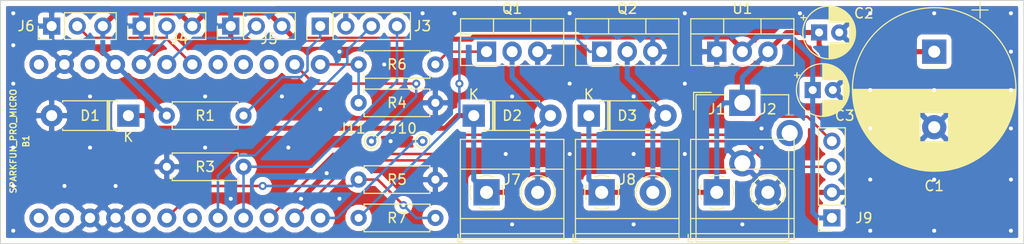
<source format=kicad_pcb>
(kicad_pcb (version 20171130) (host pcbnew 5.0.0-fee4fd1~66~ubuntu16.04.1)

  (general
    (thickness 1.6)
    (drawings 4)
    (tracks 196)
    (zones 0)
    (modules 27)
    (nets 20)
  )

  (page A4)
  (layers
    (0 F.Cu signal hide)
    (31 B.Cu signal hide)
    (32 B.Adhes user)
    (33 F.Adhes user)
    (34 B.Paste user)
    (35 F.Paste user)
    (36 B.SilkS user)
    (37 F.SilkS user)
    (38 B.Mask user)
    (39 F.Mask user)
    (40 Dwgs.User user)
    (41 Cmts.User user)
    (42 Eco1.User user)
    (43 Eco2.User user)
    (44 Edge.Cuts user)
    (45 Margin user)
    (46 B.CrtYd user)
    (47 F.CrtYd user)
    (48 B.Fab user)
    (49 F.Fab user)
  )

  (setup
    (last_trace_width 0.25)
    (trace_clearance 0.2)
    (zone_clearance 0.508)
    (zone_45_only no)
    (trace_min 0.2)
    (segment_width 0.2)
    (edge_width 0.1)
    (via_size 0.8)
    (via_drill 0.4)
    (via_min_size 0.4)
    (via_min_drill 0.3)
    (uvia_size 0.3)
    (uvia_drill 0.1)
    (uvias_allowed no)
    (uvia_min_size 0.2)
    (uvia_min_drill 0.1)
    (pcb_text_width 0.3)
    (pcb_text_size 1.5 1.5)
    (mod_edge_width 0.15)
    (mod_text_size 1 1)
    (mod_text_width 0.15)
    (pad_size 1.5 1.5)
    (pad_drill 0.6)
    (pad_to_mask_clearance 0)
    (aux_axis_origin 0 0)
    (visible_elements FFFFFFFF)
    (pcbplotparams
      (layerselection 0x010fc_ffffffff)
      (usegerberextensions false)
      (usegerberattributes false)
      (usegerberadvancedattributes false)
      (creategerberjobfile false)
      (excludeedgelayer true)
      (linewidth 0.100000)
      (plotframeref false)
      (viasonmask false)
      (mode 1)
      (useauxorigin false)
      (hpglpennumber 1)
      (hpglpenspeed 20)
      (hpglpendiameter 15.000000)
      (psnegative false)
      (psa4output false)
      (plotreference true)
      (plotvalue true)
      (plotinvisibletext false)
      (padsonsilk false)
      (subtractmaskfromsilk false)
      (outputformat 1)
      (mirror false)
      (drillshape 1)
      (scaleselection 1)
      (outputdirectory ""))
  )

  (net 0 "")
  (net 1 GND)
  (net 2 "Net-(B1-Pad6)")
  (net 3 "Net-(B1-Pad8)")
  (net 4 "Net-(B1-Pad9)")
  (net 5 "Net-(B1-Pad10)")
  (net 6 "Net-(B1-Pad11)")
  (net 7 "Net-(B1-Pad12)")
  (net 8 "Net-(B1-Pad13)")
  (net 9 "Net-(B1-Pad14)")
  (net 10 "Net-(B1-Pad18)")
  (net 11 "Net-(B1-Pad19)")
  (net 12 "Net-(B1-Pad20)")
  (net 13 +5V)
  (net 14 +12V)
  (net 15 "Net-(D2-Pad2)")
  (net 16 "Net-(D3-Pad2)")
  (net 17 "Net-(J3-Pad1)")
  (net 18 "Net-(Q1-Pad1)")
  (net 19 "Net-(Q2-Pad1)")

  (net_class Default "This is the default net class."
    (clearance 0.2)
    (trace_width 0.25)
    (via_dia 0.8)
    (via_drill 0.4)
    (uvia_dia 0.3)
    (uvia_drill 0.1)
    (add_net "Net-(B1-Pad10)")
    (add_net "Net-(B1-Pad11)")
    (add_net "Net-(B1-Pad12)")
    (add_net "Net-(B1-Pad13)")
    (add_net "Net-(B1-Pad14)")
    (add_net "Net-(B1-Pad18)")
    (add_net "Net-(B1-Pad19)")
    (add_net "Net-(B1-Pad20)")
    (add_net "Net-(B1-Pad6)")
    (add_net "Net-(B1-Pad8)")
    (add_net "Net-(B1-Pad9)")
    (add_net "Net-(J3-Pad1)")
    (add_net "Net-(Q1-Pad1)")
    (add_net "Net-(Q2-Pad1)")
  )

  (net_class Power ""
    (clearance 0.2)
    (trace_width 0.5)
    (via_dia 0.8)
    (via_drill 0.4)
    (uvia_dia 0.3)
    (uvia_drill 0.1)
    (add_net +12V)
    (add_net +5V)
    (add_net GND)
    (add_net "Net-(D2-Pad2)")
    (add_net "Net-(D3-Pad2)")
  )

  (module Connector_PinHeader_2.54mm:PinHeader_1x03_P2.54mm_Vertical (layer F.Cu) (tedit 5BCFFA51) (tstamp 5BDAECF2)
    (at 97.79 83.82 90)
    (descr "Through hole straight pin header, 1x03, 2.54mm pitch, single row")
    (tags "Through hole pin header THT 1x03 2.54mm single row")
    (path /5BC122D1)
    (fp_text reference J6 (at 0 -2.54 180) (layer F.SilkS)
      (effects (font (size 1 1) (thickness 0.15)))
    )
    (fp_text value Conn_01x03_Male (at 10.16 0 270) (layer F.Fab)
      (effects (font (size 1 1) (thickness 0.15)))
    )
    (fp_line (start -0.635 -1.27) (end 1.27 -1.27) (layer F.Fab) (width 0.1))
    (fp_line (start 1.27 -1.27) (end 1.27 6.35) (layer F.Fab) (width 0.1))
    (fp_line (start 1.27 6.35) (end -1.27 6.35) (layer F.Fab) (width 0.1))
    (fp_line (start -1.27 6.35) (end -1.27 -0.635) (layer F.Fab) (width 0.1))
    (fp_line (start -1.27 -0.635) (end -0.635 -1.27) (layer F.Fab) (width 0.1))
    (fp_line (start -1.33 6.41) (end 1.33 6.41) (layer F.SilkS) (width 0.12))
    (fp_line (start -1.33 1.27) (end -1.33 6.41) (layer F.SilkS) (width 0.12))
    (fp_line (start 1.33 1.27) (end 1.33 6.41) (layer F.SilkS) (width 0.12))
    (fp_line (start -1.33 1.27) (end 1.33 1.27) (layer F.SilkS) (width 0.12))
    (fp_line (start -1.33 0) (end -1.33 -1.33) (layer F.SilkS) (width 0.12))
    (fp_line (start -1.33 -1.33) (end 0 -1.33) (layer F.SilkS) (width 0.12))
    (fp_line (start -1.8 -1.8) (end -1.8 6.85) (layer F.CrtYd) (width 0.05))
    (fp_line (start -1.8 6.85) (end 1.8 6.85) (layer F.CrtYd) (width 0.05))
    (fp_line (start 1.8 6.85) (end 1.8 -1.8) (layer F.CrtYd) (width 0.05))
    (fp_line (start 1.8 -1.8) (end -1.8 -1.8) (layer F.CrtYd) (width 0.05))
    (fp_text user %R (at 0 2.54 180) (layer F.Fab)
      (effects (font (size 1 1) (thickness 0.15)))
    )
    (pad 1 thru_hole rect (at 0 0 90) (size 1.7 1.7) (drill 1) (layers *.Cu *.Mask)
      (net 1 GND))
    (pad 2 thru_hole oval (at 0 2.54 90) (size 1.7 1.7) (drill 1) (layers *.Cu *.Mask)
      (net 10 "Net-(B1-Pad18)"))
    (pad 3 thru_hole oval (at 0 5.08 90) (size 1.7 1.7) (drill 1) (layers *.Cu *.Mask)
      (net 13 +5V))
    (model ${KISYS3DMOD}/Connector_PinHeader_2.54mm.3dshapes/PinHeader_1x03_P2.54mm_Vertical.wrl
      (at (xyz 0 0 0))
      (scale (xyz 1 1 1))
      (rotate (xyz 0 0 0))
    )
  )

  (module Package_TO_SOT_THT:TO-220-3_Vertical (layer F.Cu) (tedit 5AC8BA0D) (tstamp 5BDAED7C)
    (at 140.97 86.36)
    (descr "TO-220-3, Vertical, RM 2.54mm, see https://www.vishay.com/docs/66542/to-220-1.pdf")
    (tags "TO-220-3 Vertical RM 2.54mm")
    (path /5BB9D94C)
    (fp_text reference Q1 (at 2.54 -4.27) (layer F.SilkS)
      (effects (font (size 1 1) (thickness 0.15)))
    )
    (fp_text value IRF540N (at 2.54 2.5) (layer F.Fab)
      (effects (font (size 1 1) (thickness 0.15)))
    )
    (fp_line (start -2.46 -3.15) (end -2.46 1.25) (layer F.Fab) (width 0.1))
    (fp_line (start -2.46 1.25) (end 7.54 1.25) (layer F.Fab) (width 0.1))
    (fp_line (start 7.54 1.25) (end 7.54 -3.15) (layer F.Fab) (width 0.1))
    (fp_line (start 7.54 -3.15) (end -2.46 -3.15) (layer F.Fab) (width 0.1))
    (fp_line (start -2.46 -1.88) (end 7.54 -1.88) (layer F.Fab) (width 0.1))
    (fp_line (start 0.69 -3.15) (end 0.69 -1.88) (layer F.Fab) (width 0.1))
    (fp_line (start 4.39 -3.15) (end 4.39 -1.88) (layer F.Fab) (width 0.1))
    (fp_line (start -2.58 -3.27) (end 7.66 -3.27) (layer F.SilkS) (width 0.12))
    (fp_line (start -2.58 1.371) (end 7.66 1.371) (layer F.SilkS) (width 0.12))
    (fp_line (start -2.58 -3.27) (end -2.58 1.371) (layer F.SilkS) (width 0.12))
    (fp_line (start 7.66 -3.27) (end 7.66 1.371) (layer F.SilkS) (width 0.12))
    (fp_line (start -2.58 -1.76) (end 7.66 -1.76) (layer F.SilkS) (width 0.12))
    (fp_line (start 0.69 -3.27) (end 0.69 -1.76) (layer F.SilkS) (width 0.12))
    (fp_line (start 4.391 -3.27) (end 4.391 -1.76) (layer F.SilkS) (width 0.12))
    (fp_line (start -2.71 -3.4) (end -2.71 1.51) (layer F.CrtYd) (width 0.05))
    (fp_line (start -2.71 1.51) (end 7.79 1.51) (layer F.CrtYd) (width 0.05))
    (fp_line (start 7.79 1.51) (end 7.79 -3.4) (layer F.CrtYd) (width 0.05))
    (fp_line (start 7.79 -3.4) (end -2.71 -3.4) (layer F.CrtYd) (width 0.05))
    (fp_text user %R (at 2.54 -4.27) (layer F.Fab)
      (effects (font (size 1 1) (thickness 0.15)))
    )
    (pad 1 thru_hole rect (at 0 0) (size 1.905 2) (drill 1.1) (layers *.Cu *.Mask)
      (net 18 "Net-(Q1-Pad1)"))
    (pad 2 thru_hole oval (at 2.54 0) (size 1.905 2) (drill 1.1) (layers *.Cu *.Mask)
      (net 15 "Net-(D2-Pad2)"))
    (pad 3 thru_hole oval (at 5.08 0) (size 1.905 2) (drill 1.1) (layers *.Cu *.Mask)
      (net 1 GND))
    (model ${KISYS3DMOD}/Package_TO_SOT_THT.3dshapes/TO-220-3_Vertical.wrl
      (at (xyz 0 0 0))
      (scale (xyz 1 1 1))
      (rotate (xyz 0 0 0))
    )
  )

  (module Boards:SPARKFUN_PRO_MICRO (layer F.Cu) (tedit 200000) (tstamp 5BD036BF)
    (at 109.22 95.25 90)
    (descr "SPARKFUN PRO MICO FOOTPRINT (WITH USB CONNECTOR)")
    (tags "SPARKFUN PRO MICO FOOTPRINT (WITH USB CONNECTOR)")
    (path /5BB83F4C)
    (attr virtual)
    (fp_text reference B1 (at 0 -13.97 90) (layer F.SilkS)
      (effects (font (size 0.6096 0.6096) (thickness 0.127)))
    )
    (fp_text value SPARKFUN_PRO_MICRO (at 0 -15.24 90) (layer F.SilkS)
      (effects (font (size 0.6096 0.6096) (thickness 0.127)))
    )
    (fp_line (start -8.89 -16.51) (end -8.89 16.51) (layer Dwgs.User) (width 0.127))
    (fp_line (start -8.89 16.51) (end 8.89 16.51) (layer Dwgs.User) (width 0.127))
    (fp_line (start 8.89 16.51) (end 8.89 -16.51) (layer Dwgs.User) (width 0.127))
    (fp_line (start 8.89 -16.51) (end -8.89 -16.51) (layer Dwgs.User) (width 0.127))
    (fp_line (start -3.81 -16.51) (end -3.81 -17.78) (layer Dwgs.User) (width 0.127))
    (fp_line (start -3.81 -17.78) (end 3.81 -17.78) (layer Dwgs.User) (width 0.127))
    (fp_line (start 3.81 -17.78) (end 3.81 -16.51) (layer Dwgs.User) (width 0.127))
    (fp_text user USB (at -0.0508 -16.9164 90) (layer Dwgs.User)
      (effects (font (size 0.8128 0.8128) (thickness 0.1524)))
    )
    (pad 1 thru_hole circle (at -7.62 -12.7 90) (size 1.8796 1.8796) (drill 1.016) (layers *.Cu *.Mask)
      (solder_mask_margin 0.1016))
    (pad 2 thru_hole circle (at -7.62 -10.16 90) (size 1.8796 1.8796) (drill 1.016) (layers *.Cu *.Mask)
      (solder_mask_margin 0.1016))
    (pad 3 thru_hole circle (at -7.62 -7.62 90) (size 1.8796 1.8796) (drill 1.016) (layers *.Cu *.Mask)
      (net 1 GND) (solder_mask_margin 0.1016))
    (pad 4 thru_hole circle (at -7.62 -5.08 90) (size 1.8796 1.8796) (drill 1.016) (layers *.Cu *.Mask)
      (net 1 GND) (solder_mask_margin 0.1016))
    (pad 5 thru_hole circle (at -7.62 -2.54 90) (size 1.8796 1.8796) (drill 1.016) (layers *.Cu *.Mask)
      (solder_mask_margin 0.1016))
    (pad 6 thru_hole circle (at -7.62 0 90) (size 1.8796 1.8796) (drill 1.016) (layers *.Cu *.Mask)
      (net 2 "Net-(B1-Pad6)") (solder_mask_margin 0.1016))
    (pad 7 thru_hole circle (at -7.62 2.54 90) (size 1.8796 1.8796) (drill 1.016) (layers *.Cu *.Mask)
      (solder_mask_margin 0.1016))
    (pad 8 thru_hole circle (at -7.62 5.08 90) (size 1.8796 1.8796) (drill 1.016) (layers *.Cu *.Mask)
      (net 3 "Net-(B1-Pad8)") (solder_mask_margin 0.1016))
    (pad 9 thru_hole circle (at -7.62 7.62 90) (size 1.8796 1.8796) (drill 1.016) (layers *.Cu *.Mask)
      (net 4 "Net-(B1-Pad9)") (solder_mask_margin 0.1016))
    (pad 10 thru_hole circle (at -7.62 10.16 90) (size 1.8796 1.8796) (drill 1.016) (layers *.Cu *.Mask)
      (net 5 "Net-(B1-Pad10)") (solder_mask_margin 0.1016))
    (pad 11 thru_hole circle (at -7.62 12.7 90) (size 1.8796 1.8796) (drill 1.016) (layers *.Cu *.Mask)
      (net 6 "Net-(B1-Pad11)") (solder_mask_margin 0.1016))
    (pad 12 thru_hole circle (at -7.62 15.24 90) (size 1.8796 1.8796) (drill 1.016) (layers *.Cu *.Mask)
      (net 7 "Net-(B1-Pad12)") (solder_mask_margin 0.1016))
    (pad 13 thru_hole circle (at 7.62 15.24 90) (size 1.8796 1.8796) (drill 1.016) (layers *.Cu *.Mask)
      (net 8 "Net-(B1-Pad13)") (solder_mask_margin 0.1016))
    (pad 14 thru_hole circle (at 7.62 12.7 90) (size 1.8796 1.8796) (drill 1.016) (layers *.Cu *.Mask)
      (net 9 "Net-(B1-Pad14)") (solder_mask_margin 0.1016))
    (pad 15 thru_hole circle (at 7.62 10.16 90) (size 1.8796 1.8796) (drill 1.016) (layers *.Cu *.Mask)
      (solder_mask_margin 0.1016))
    (pad 16 thru_hole circle (at 7.62 7.62 90) (size 1.8796 1.8796) (drill 1.016) (layers *.Cu *.Mask)
      (solder_mask_margin 0.1016))
    (pad 17 thru_hole circle (at 7.62 5.08 90) (size 1.8796 1.8796) (drill 1.016) (layers *.Cu *.Mask)
      (solder_mask_margin 0.1016))
    (pad 18 thru_hole circle (at 7.62 2.54 90) (size 1.8796 1.8796) (drill 1.016) (layers *.Cu *.Mask)
      (net 10 "Net-(B1-Pad18)") (solder_mask_margin 0.1016))
    (pad 19 thru_hole circle (at 7.62 0 90) (size 1.8796 1.8796) (drill 1.016) (layers *.Cu *.Mask)
      (net 11 "Net-(B1-Pad19)") (solder_mask_margin 0.1016))
    (pad 20 thru_hole circle (at 7.62 -2.54 90) (size 1.8796 1.8796) (drill 1.016) (layers *.Cu *.Mask)
      (net 12 "Net-(B1-Pad20)") (solder_mask_margin 0.1016))
    (pad 21 thru_hole circle (at 7.62 -5.08 90) (size 1.8796 1.8796) (drill 1.016) (layers *.Cu *.Mask)
      (net 13 +5V) (solder_mask_margin 0.1016))
    (pad 22 thru_hole circle (at 7.62 -7.62 90) (size 1.8796 1.8796) (drill 1.016) (layers *.Cu *.Mask)
      (solder_mask_margin 0.1016))
    (pad 23 thru_hole circle (at 7.62 -10.16 90) (size 1.8796 1.8796) (drill 1.016) (layers *.Cu *.Mask)
      (net 1 GND) (solder_mask_margin 0.1016))
    (pad 24 thru_hole circle (at 7.62 -12.7 90) (size 1.8796 1.8796) (drill 1.016) (layers *.Cu *.Mask)
      (solder_mask_margin 0.1016))
  )

  (module Resistor_THT:R_Axial_DIN0207_L6.3mm_D2.5mm_P7.62mm_Horizontal (layer F.Cu) (tedit 5AE5139B) (tstamp 5BDBF7B4)
    (at 128.27 102.87)
    (descr "Resistor, Axial_DIN0207 series, Axial, Horizontal, pin pitch=7.62mm, 0.25W = 1/4W, length*diameter=6.3*2.5mm^2, http://cdn-reichelt.de/documents/datenblatt/B400/1_4W%23YAG.pdf")
    (tags "Resistor Axial_DIN0207 series Axial Horizontal pin pitch 7.62mm 0.25W = 1/4W length 6.3mm diameter 2.5mm")
    (path /5BBA341A)
    (fp_text reference R7 (at 3.81 0) (layer F.SilkS)
      (effects (font (size 1 1) (thickness 0.15)))
    )
    (fp_text value 300 (at 3.81 -1.905) (layer F.Fab)
      (effects (font (size 1 1) (thickness 0.15)))
    )
    (fp_text user %R (at 3.81 0) (layer F.Fab)
      (effects (font (size 1 1) (thickness 0.15)))
    )
    (fp_line (start 8.67 -1.5) (end -1.05 -1.5) (layer F.CrtYd) (width 0.05))
    (fp_line (start 8.67 1.5) (end 8.67 -1.5) (layer F.CrtYd) (width 0.05))
    (fp_line (start -1.05 1.5) (end 8.67 1.5) (layer F.CrtYd) (width 0.05))
    (fp_line (start -1.05 -1.5) (end -1.05 1.5) (layer F.CrtYd) (width 0.05))
    (fp_line (start 7.08 1.37) (end 7.08 1.04) (layer F.SilkS) (width 0.12))
    (fp_line (start 0.54 1.37) (end 7.08 1.37) (layer F.SilkS) (width 0.12))
    (fp_line (start 0.54 1.04) (end 0.54 1.37) (layer F.SilkS) (width 0.12))
    (fp_line (start 7.08 -1.37) (end 7.08 -1.04) (layer F.SilkS) (width 0.12))
    (fp_line (start 0.54 -1.37) (end 7.08 -1.37) (layer F.SilkS) (width 0.12))
    (fp_line (start 0.54 -1.04) (end 0.54 -1.37) (layer F.SilkS) (width 0.12))
    (fp_line (start 7.62 0) (end 6.96 0) (layer F.Fab) (width 0.1))
    (fp_line (start 0 0) (end 0.66 0) (layer F.Fab) (width 0.1))
    (fp_line (start 6.96 -1.25) (end 0.66 -1.25) (layer F.Fab) (width 0.1))
    (fp_line (start 6.96 1.25) (end 6.96 -1.25) (layer F.Fab) (width 0.1))
    (fp_line (start 0.66 1.25) (end 6.96 1.25) (layer F.Fab) (width 0.1))
    (fp_line (start 0.66 -1.25) (end 0.66 1.25) (layer F.Fab) (width 0.1))
    (pad 2 thru_hole oval (at 7.62 0) (size 1.6 1.6) (drill 0.8) (layers *.Cu *.Mask)
      (net 2 "Net-(B1-Pad6)"))
    (pad 1 thru_hole circle (at 0 0) (size 1.6 1.6) (drill 0.8) (layers *.Cu *.Mask)
      (net 19 "Net-(Q2-Pad1)"))
    (model ${KISYS3DMOD}/Resistor_THT.3dshapes/R_Axial_DIN0207_L6.3mm_D2.5mm_P7.62mm_Horizontal.wrl
      (at (xyz 0 0 0))
      (scale (xyz 1 1 1))
      (rotate (xyz 0 0 0))
    )
  )

  (module TerminalBlock_Phoenix:TerminalBlock_Phoenix_MKDS-1,5-2-5.08_1x02_P5.08mm_Horizontal (layer F.Cu) (tedit 5B294EBC) (tstamp 5BDAED1E)
    (at 140.97 100.33)
    (descr "Terminal Block Phoenix MKDS-1,5-2-5.08, 2 pins, pitch 5.08mm, size 10.2x9.8mm^2, drill diamater 1.3mm, pad diameter 2.6mm, see http://www.farnell.com/datasheets/100425.pdf, script-generated using https://github.com/pointhi/kicad-footprint-generator/scripts/TerminalBlock_Phoenix")
    (tags "THT Terminal Block Phoenix MKDS-1,5-2-5.08 pitch 5.08mm size 10.2x9.8mm^2 drill 1.3mm pad 2.6mm")
    (path /5BBC7A4B)
    (fp_text reference J7 (at 2.54 -1.27) (layer F.SilkS)
      (effects (font (size 1 1) (thickness 0.15)))
    )
    (fp_text value Screw_Terminal_01x02 (at 2.54 17.78 90) (layer F.Fab)
      (effects (font (size 1 1) (thickness 0.15)))
    )
    (fp_text user %R (at 2.54 -1.27) (layer F.Fab)
      (effects (font (size 1 1) (thickness 0.15)))
    )
    (fp_line (start 8.13 -5.71) (end -3.04 -5.71) (layer F.CrtYd) (width 0.05))
    (fp_line (start 8.13 5.1) (end 8.13 -5.71) (layer F.CrtYd) (width 0.05))
    (fp_line (start -3.04 5.1) (end 8.13 5.1) (layer F.CrtYd) (width 0.05))
    (fp_line (start -3.04 -5.71) (end -3.04 5.1) (layer F.CrtYd) (width 0.05))
    (fp_line (start -2.84 4.9) (end -2.34 4.9) (layer F.SilkS) (width 0.12))
    (fp_line (start -2.84 4.16) (end -2.84 4.9) (layer F.SilkS) (width 0.12))
    (fp_line (start 3.853 1.023) (end 3.806 1.069) (layer F.SilkS) (width 0.12))
    (fp_line (start 6.15 -1.275) (end 6.115 -1.239) (layer F.SilkS) (width 0.12))
    (fp_line (start 4.046 1.239) (end 4.011 1.274) (layer F.SilkS) (width 0.12))
    (fp_line (start 6.355 -1.069) (end 6.308 -1.023) (layer F.SilkS) (width 0.12))
    (fp_line (start 6.035 -1.138) (end 3.943 0.955) (layer F.Fab) (width 0.1))
    (fp_line (start 6.218 -0.955) (end 4.126 1.138) (layer F.Fab) (width 0.1))
    (fp_line (start 0.955 -1.138) (end -1.138 0.955) (layer F.Fab) (width 0.1))
    (fp_line (start 1.138 -0.955) (end -0.955 1.138) (layer F.Fab) (width 0.1))
    (fp_line (start 7.68 -5.261) (end 7.68 4.66) (layer F.SilkS) (width 0.12))
    (fp_line (start -2.6 -5.261) (end -2.6 4.66) (layer F.SilkS) (width 0.12))
    (fp_line (start -2.6 4.66) (end 7.68 4.66) (layer F.SilkS) (width 0.12))
    (fp_line (start -2.6 -5.261) (end 7.68 -5.261) (layer F.SilkS) (width 0.12))
    (fp_line (start -2.6 -2.301) (end 7.68 -2.301) (layer F.SilkS) (width 0.12))
    (fp_line (start -2.54 -2.3) (end 7.62 -2.3) (layer F.Fab) (width 0.1))
    (fp_line (start -2.6 2.6) (end 7.68 2.6) (layer F.SilkS) (width 0.12))
    (fp_line (start -2.54 2.6) (end 7.62 2.6) (layer F.Fab) (width 0.1))
    (fp_line (start -2.6 4.1) (end 7.68 4.1) (layer F.SilkS) (width 0.12))
    (fp_line (start -2.54 4.1) (end 7.62 4.1) (layer F.Fab) (width 0.1))
    (fp_line (start -2.54 4.1) (end -2.54 -5.2) (layer F.Fab) (width 0.1))
    (fp_line (start -2.04 4.6) (end -2.54 4.1) (layer F.Fab) (width 0.1))
    (fp_line (start 7.62 4.6) (end -2.04 4.6) (layer F.Fab) (width 0.1))
    (fp_line (start 7.62 -5.2) (end 7.62 4.6) (layer F.Fab) (width 0.1))
    (fp_line (start -2.54 -5.2) (end 7.62 -5.2) (layer F.Fab) (width 0.1))
    (fp_circle (center 5.08 0) (end 6.76 0) (layer F.SilkS) (width 0.12))
    (fp_circle (center 5.08 0) (end 6.58 0) (layer F.Fab) (width 0.1))
    (fp_circle (center 0 0) (end 1.5 0) (layer F.Fab) (width 0.1))
    (fp_arc (start 0 0) (end -0.684 1.535) (angle -25) (layer F.SilkS) (width 0.12))
    (fp_arc (start 0 0) (end -1.535 -0.684) (angle -48) (layer F.SilkS) (width 0.12))
    (fp_arc (start 0 0) (end 0.684 -1.535) (angle -48) (layer F.SilkS) (width 0.12))
    (fp_arc (start 0 0) (end 1.535 0.684) (angle -48) (layer F.SilkS) (width 0.12))
    (fp_arc (start 0 0) (end 0 1.68) (angle -24) (layer F.SilkS) (width 0.12))
    (pad 2 thru_hole circle (at 5.08 0) (size 2.6 2.6) (drill 1.3) (layers *.Cu *.Mask)
      (net 15 "Net-(D2-Pad2)"))
    (pad 1 thru_hole rect (at 0 0) (size 2.6 2.6) (drill 1.3) (layers *.Cu *.Mask)
      (net 14 +12V))
    (model ${KISYS3DMOD}/TerminalBlock_Phoenix.3dshapes/TerminalBlock_Phoenix_MKDS-1,5-2-5.08_1x02_P5.08mm_Horizontal.wrl
      (at (xyz 0 0 0))
      (scale (xyz 1 1 1))
      (rotate (xyz 0 0 0))
    )
  )

  (module Connector_PinHeader_2.54mm:PinHeader_1x03_P2.54mm_Vertical (layer F.Cu) (tedit 59FED5CC) (tstamp 5BDAECDB)
    (at 115.57 83.82 90)
    (descr "Through hole straight pin header, 1x03, 2.54mm pitch, single row")
    (tags "Through hole pin header THT 1x03 2.54mm single row")
    (path /5BC12265)
    (fp_text reference J5 (at -1.27 3.81 180) (layer F.SilkS)
      (effects (font (size 1 1) (thickness 0.15)))
    )
    (fp_text value Conn_01x03_Male (at 10.16 0 270) (layer F.Fab)
      (effects (font (size 1 1) (thickness 0.15)))
    )
    (fp_text user %R (at 0 2.54 180) (layer F.Fab)
      (effects (font (size 1 1) (thickness 0.15)))
    )
    (fp_line (start 1.8 -1.8) (end -1.8 -1.8) (layer F.CrtYd) (width 0.05))
    (fp_line (start 1.8 6.85) (end 1.8 -1.8) (layer F.CrtYd) (width 0.05))
    (fp_line (start -1.8 6.85) (end 1.8 6.85) (layer F.CrtYd) (width 0.05))
    (fp_line (start -1.8 -1.8) (end -1.8 6.85) (layer F.CrtYd) (width 0.05))
    (fp_line (start -1.33 -1.33) (end 0 -1.33) (layer F.SilkS) (width 0.12))
    (fp_line (start -1.33 0) (end -1.33 -1.33) (layer F.SilkS) (width 0.12))
    (fp_line (start -1.33 1.27) (end 1.33 1.27) (layer F.SilkS) (width 0.12))
    (fp_line (start 1.33 1.27) (end 1.33 6.41) (layer F.SilkS) (width 0.12))
    (fp_line (start -1.33 1.27) (end -1.33 6.41) (layer F.SilkS) (width 0.12))
    (fp_line (start -1.33 6.41) (end 1.33 6.41) (layer F.SilkS) (width 0.12))
    (fp_line (start -1.27 -0.635) (end -0.635 -1.27) (layer F.Fab) (width 0.1))
    (fp_line (start -1.27 6.35) (end -1.27 -0.635) (layer F.Fab) (width 0.1))
    (fp_line (start 1.27 6.35) (end -1.27 6.35) (layer F.Fab) (width 0.1))
    (fp_line (start 1.27 -1.27) (end 1.27 6.35) (layer F.Fab) (width 0.1))
    (fp_line (start -0.635 -1.27) (end 1.27 -1.27) (layer F.Fab) (width 0.1))
    (pad 3 thru_hole oval (at 0 5.08 90) (size 1.7 1.7) (drill 1) (layers *.Cu *.Mask)
      (net 13 +5V))
    (pad 2 thru_hole oval (at 0 2.54 90) (size 1.7 1.7) (drill 1) (layers *.Cu *.Mask)
      (net 11 "Net-(B1-Pad19)"))
    (pad 1 thru_hole rect (at 0 0 90) (size 1.7 1.7) (drill 1) (layers *.Cu *.Mask)
      (net 1 GND))
    (model ${KISYS3DMOD}/Connector_PinHeader_2.54mm.3dshapes/PinHeader_1x03_P2.54mm_Vertical.wrl
      (at (xyz 0 0 0))
      (scale (xyz 1 1 1))
      (rotate (xyz 0 0 0))
    )
  )

  (module TerminalBlock_Phoenix:TerminalBlock_Phoenix_MKDS-1,5-2-5.08_1x02_P5.08mm_Horizontal (layer F.Cu) (tedit 5B294EBC) (tstamp 5BDAEC73)
    (at 163.83 100.33)
    (descr "Terminal Block Phoenix MKDS-1,5-2-5.08, 2 pins, pitch 5.08mm, size 10.2x9.8mm^2, drill diamater 1.3mm, pad diameter 2.6mm, see http://www.farnell.com/datasheets/100425.pdf, script-generated using https://github.com/pointhi/kicad-footprint-generator/scripts/TerminalBlock_Phoenix")
    (tags "THT Terminal Block Phoenix MKDS-1,5-2-5.08 pitch 5.08mm size 10.2x9.8mm^2 drill 1.3mm pad 2.6mm")
    (path /5BCEE325)
    (fp_text reference J1 (at 0 -8.255) (layer F.SilkS)
      (effects (font (size 1 1) (thickness 0.15)))
    )
    (fp_text value Screw_Terminal_01x02 (at 0 17.78 90) (layer F.Fab)
      (effects (font (size 1 1) (thickness 0.15)))
    )
    (fp_arc (start 0 0) (end 0 1.68) (angle -24) (layer F.SilkS) (width 0.12))
    (fp_arc (start 0 0) (end 1.535 0.684) (angle -48) (layer F.SilkS) (width 0.12))
    (fp_arc (start 0 0) (end 0.684 -1.535) (angle -48) (layer F.SilkS) (width 0.12))
    (fp_arc (start 0 0) (end -1.535 -0.684) (angle -48) (layer F.SilkS) (width 0.12))
    (fp_arc (start 0 0) (end -0.684 1.535) (angle -25) (layer F.SilkS) (width 0.12))
    (fp_circle (center 0 0) (end 1.5 0) (layer F.Fab) (width 0.1))
    (fp_circle (center 5.08 0) (end 6.58 0) (layer F.Fab) (width 0.1))
    (fp_circle (center 5.08 0) (end 6.76 0) (layer F.SilkS) (width 0.12))
    (fp_line (start -2.54 -5.2) (end 7.62 -5.2) (layer F.Fab) (width 0.1))
    (fp_line (start 7.62 -5.2) (end 7.62 4.6) (layer F.Fab) (width 0.1))
    (fp_line (start 7.62 4.6) (end -2.04 4.6) (layer F.Fab) (width 0.1))
    (fp_line (start -2.04 4.6) (end -2.54 4.1) (layer F.Fab) (width 0.1))
    (fp_line (start -2.54 4.1) (end -2.54 -5.2) (layer F.Fab) (width 0.1))
    (fp_line (start -2.54 4.1) (end 7.62 4.1) (layer F.Fab) (width 0.1))
    (fp_line (start -2.6 4.1) (end 7.68 4.1) (layer F.SilkS) (width 0.12))
    (fp_line (start -2.54 2.6) (end 7.62 2.6) (layer F.Fab) (width 0.1))
    (fp_line (start -2.6 2.6) (end 7.68 2.6) (layer F.SilkS) (width 0.12))
    (fp_line (start -2.54 -2.3) (end 7.62 -2.3) (layer F.Fab) (width 0.1))
    (fp_line (start -2.6 -2.301) (end 7.68 -2.301) (layer F.SilkS) (width 0.12))
    (fp_line (start -2.6 -5.261) (end 7.68 -5.261) (layer F.SilkS) (width 0.12))
    (fp_line (start -2.6 4.66) (end 7.68 4.66) (layer F.SilkS) (width 0.12))
    (fp_line (start -2.6 -5.261) (end -2.6 4.66) (layer F.SilkS) (width 0.12))
    (fp_line (start 7.68 -5.261) (end 7.68 4.66) (layer F.SilkS) (width 0.12))
    (fp_line (start 1.138 -0.955) (end -0.955 1.138) (layer F.Fab) (width 0.1))
    (fp_line (start 0.955 -1.138) (end -1.138 0.955) (layer F.Fab) (width 0.1))
    (fp_line (start 6.218 -0.955) (end 4.126 1.138) (layer F.Fab) (width 0.1))
    (fp_line (start 6.035 -1.138) (end 3.943 0.955) (layer F.Fab) (width 0.1))
    (fp_line (start 6.355 -1.069) (end 6.308 -1.023) (layer F.SilkS) (width 0.12))
    (fp_line (start 4.046 1.239) (end 4.011 1.274) (layer F.SilkS) (width 0.12))
    (fp_line (start 6.15 -1.275) (end 6.115 -1.239) (layer F.SilkS) (width 0.12))
    (fp_line (start 3.853 1.023) (end 3.806 1.069) (layer F.SilkS) (width 0.12))
    (fp_line (start -2.84 4.16) (end -2.84 4.9) (layer F.SilkS) (width 0.12))
    (fp_line (start -2.84 4.9) (end -2.34 4.9) (layer F.SilkS) (width 0.12))
    (fp_line (start -3.04 -5.71) (end -3.04 5.1) (layer F.CrtYd) (width 0.05))
    (fp_line (start -3.04 5.1) (end 8.13 5.1) (layer F.CrtYd) (width 0.05))
    (fp_line (start 8.13 5.1) (end 8.13 -5.71) (layer F.CrtYd) (width 0.05))
    (fp_line (start 8.13 -5.71) (end -3.04 -5.71) (layer F.CrtYd) (width 0.05))
    (fp_text user %R (at 0 -8.255) (layer F.Fab)
      (effects (font (size 1 1) (thickness 0.15)))
    )
    (pad 1 thru_hole rect (at 0 0) (size 2.6 2.6) (drill 1.3) (layers *.Cu *.Mask)
      (net 14 +12V))
    (pad 2 thru_hole circle (at 5.08 0) (size 2.6 2.6) (drill 1.3) (layers *.Cu *.Mask)
      (net 1 GND))
    (model ${KISYS3DMOD}/TerminalBlock_Phoenix.3dshapes/TerminalBlock_Phoenix_MKDS-1,5-2-5.08_1x02_P5.08mm_Horizontal.wrl
      (at (xyz 0 0 0))
      (scale (xyz 1 1 1))
      (rotate (xyz 0 0 0))
    )
  )

  (module Connector_BarrelJack:BarrelJack_CUI_PJ-102AH_Horizontal (layer F.Cu) (tedit 5A1DBF38) (tstamp 5BDAEC95)
    (at 166.37 91.44)
    (descr "Thin-pin DC Barrel Jack, https://cdn-shop.adafruit.com/datasheets/21mmdcjackDatasheet.pdf")
    (tags "Power Jack")
    (path /5BB942F7)
    (fp_text reference J2 (at 2.54 0.635 180) (layer F.SilkS)
      (effects (font (size 1 1) (thickness 0.15)))
    )
    (fp_text value Barrel_Jack (at 2.54 22.86 90) (layer F.Fab)
      (effects (font (size 1 1) (thickness 0.15)))
    )
    (fp_text user %R (at 0 6.5) (layer F.Fab)
      (effects (font (size 1 1) (thickness 0.15)))
    )
    (fp_line (start 1.8 -1.8) (end 1.8 -1.2) (layer F.CrtYd) (width 0.05))
    (fp_line (start 1.8 -1.2) (end 5 -1.2) (layer F.CrtYd) (width 0.05))
    (fp_line (start 5 -1.2) (end 5 1.2) (layer F.CrtYd) (width 0.05))
    (fp_line (start 5 1.2) (end 6.5 1.2) (layer F.CrtYd) (width 0.05))
    (fp_line (start 6.5 1.2) (end 6.5 4.8) (layer F.CrtYd) (width 0.05))
    (fp_line (start 6.5 4.8) (end 5 4.8) (layer F.CrtYd) (width 0.05))
    (fp_line (start 5 4.8) (end 5 14.2) (layer F.CrtYd) (width 0.05))
    (fp_line (start 5 14.2) (end -5 14.2) (layer F.CrtYd) (width 0.05))
    (fp_line (start -5 14.2) (end -5 -1.2) (layer F.CrtYd) (width 0.05))
    (fp_line (start -5 -1.2) (end -1.8 -1.2) (layer F.CrtYd) (width 0.05))
    (fp_line (start -1.8 -1.2) (end -1.8 -1.8) (layer F.CrtYd) (width 0.05))
    (fp_line (start -1.8 -1.8) (end 1.8 -1.8) (layer F.CrtYd) (width 0.05))
    (fp_line (start 4.6 4.8) (end 4.6 13.8) (layer F.SilkS) (width 0.12))
    (fp_line (start 4.6 13.8) (end -4.6 13.8) (layer F.SilkS) (width 0.12))
    (fp_line (start -4.6 13.8) (end -4.6 -0.8) (layer F.SilkS) (width 0.12))
    (fp_line (start -4.6 -0.8) (end -1.8 -0.8) (layer F.SilkS) (width 0.12))
    (fp_line (start 1.8 -0.8) (end 4.6 -0.8) (layer F.SilkS) (width 0.12))
    (fp_line (start 4.6 -0.8) (end 4.6 1.2) (layer F.SilkS) (width 0.12))
    (fp_line (start -4.84 0.7) (end -4.84 -1.04) (layer F.SilkS) (width 0.12))
    (fp_line (start -4.84 -1.04) (end -3.1 -1.04) (layer F.SilkS) (width 0.12))
    (fp_line (start 4.5 -0.7) (end 4.5 13.7) (layer F.Fab) (width 0.1))
    (fp_line (start 4.5 13.7) (end -4.5 13.7) (layer F.Fab) (width 0.1))
    (fp_line (start -4.5 13.7) (end -4.5 0.3) (layer F.Fab) (width 0.1))
    (fp_line (start -4.5 0.3) (end -3.5 -0.7) (layer F.Fab) (width 0.1))
    (fp_line (start -3.5 -0.7) (end 4.5 -0.7) (layer F.Fab) (width 0.1))
    (fp_line (start -4.5 10.2) (end 4.5 10.2) (layer F.Fab) (width 0.1))
    (pad 1 thru_hole rect (at 0 0) (size 2.6 2.6) (drill 1.6) (layers *.Cu *.Mask)
      (net 14 +12V))
    (pad 2 thru_hole circle (at 0 6) (size 2.6 2.6) (drill 1.6) (layers *.Cu *.Mask)
      (net 1 GND))
    (pad 3 thru_hole circle (at 4.7 3) (size 2.6 2.6) (drill 1.6) (layers *.Cu *.Mask))
    (model ${KISYS3DMOD}/Connector_BarrelJack.3dshapes/BarrelJack_CUI_PJ-102AH_Horizontal.wrl
      (at (xyz 0 0 0))
      (scale (xyz 1 1 1))
      (rotate (xyz 0 0 0))
    )
  )

  (module Resistor_THT:R_Axial_DIN0207_L6.3mm_D2.5mm_P7.62mm_Horizontal (layer F.Cu) (tedit 5AE5139B) (tstamp 5BDBF79E)
    (at 135.89 87.63 180)
    (descr "Resistor, Axial_DIN0207 series, Axial, Horizontal, pin pitch=7.62mm, 0.25W = 1/4W, length*diameter=6.3*2.5mm^2, http://cdn-reichelt.de/documents/datenblatt/B400/1_4W%23YAG.pdf")
    (tags "Resistor Axial_DIN0207 series Axial Horizontal pin pitch 7.62mm 0.25W = 1/4W length 6.3mm diameter 2.5mm")
    (path /5BB9D857)
    (fp_text reference R6 (at 3.81 0 180) (layer F.SilkS)
      (effects (font (size 1 1) (thickness 0.15)))
    )
    (fp_text value 300 (at 3.81 1.27 180) (layer F.Fab)
      (effects (font (size 1 1) (thickness 0.15)))
    )
    (fp_text user %R (at 3.81 0 180) (layer F.Fab)
      (effects (font (size 1 1) (thickness 0.15)))
    )
    (fp_line (start 8.67 -1.5) (end -1.05 -1.5) (layer F.CrtYd) (width 0.05))
    (fp_line (start 8.67 1.5) (end 8.67 -1.5) (layer F.CrtYd) (width 0.05))
    (fp_line (start -1.05 1.5) (end 8.67 1.5) (layer F.CrtYd) (width 0.05))
    (fp_line (start -1.05 -1.5) (end -1.05 1.5) (layer F.CrtYd) (width 0.05))
    (fp_line (start 7.08 1.37) (end 7.08 1.04) (layer F.SilkS) (width 0.12))
    (fp_line (start 0.54 1.37) (end 7.08 1.37) (layer F.SilkS) (width 0.12))
    (fp_line (start 0.54 1.04) (end 0.54 1.37) (layer F.SilkS) (width 0.12))
    (fp_line (start 7.08 -1.37) (end 7.08 -1.04) (layer F.SilkS) (width 0.12))
    (fp_line (start 0.54 -1.37) (end 7.08 -1.37) (layer F.SilkS) (width 0.12))
    (fp_line (start 0.54 -1.04) (end 0.54 -1.37) (layer F.SilkS) (width 0.12))
    (fp_line (start 7.62 0) (end 6.96 0) (layer F.Fab) (width 0.1))
    (fp_line (start 0 0) (end 0.66 0) (layer F.Fab) (width 0.1))
    (fp_line (start 6.96 -1.25) (end 0.66 -1.25) (layer F.Fab) (width 0.1))
    (fp_line (start 6.96 1.25) (end 6.96 -1.25) (layer F.Fab) (width 0.1))
    (fp_line (start 0.66 1.25) (end 6.96 1.25) (layer F.Fab) (width 0.1))
    (fp_line (start 0.66 -1.25) (end 0.66 1.25) (layer F.Fab) (width 0.1))
    (pad 2 thru_hole oval (at 7.62 0 180) (size 1.6 1.6) (drill 0.8) (layers *.Cu *.Mask)
      (net 8 "Net-(B1-Pad13)"))
    (pad 1 thru_hole circle (at 0 0 180) (size 1.6 1.6) (drill 0.8) (layers *.Cu *.Mask)
      (net 18 "Net-(Q1-Pad1)"))
    (model ${KISYS3DMOD}/Resistor_THT.3dshapes/R_Axial_DIN0207_L6.3mm_D2.5mm_P7.62mm_Horizontal.wrl
      (at (xyz 0 0 0))
      (scale (xyz 1 1 1))
      (rotate (xyz 0 0 0))
    )
  )

  (module Resistor_THT:R_Axial_DIN0207_L6.3mm_D2.5mm_P7.62mm_Horizontal (layer F.Cu) (tedit 5AE5139B) (tstamp 5BDBF75C)
    (at 116.84 97.79 180)
    (descr "Resistor, Axial_DIN0207 series, Axial, Horizontal, pin pitch=7.62mm, 0.25W = 1/4W, length*diameter=6.3*2.5mm^2, http://cdn-reichelt.de/documents/datenblatt/B400/1_4W%23YAG.pdf")
    (tags "Resistor Axial_DIN0207 series Axial Horizontal pin pitch 7.62mm 0.25W = 1/4W length 6.3mm diameter 2.5mm")
    (path /5BBEB47E)
    (fp_text reference R3 (at 3.81 0 180) (layer F.SilkS)
      (effects (font (size 1 1) (thickness 0.15)))
    )
    (fp_text value 10K (at 3.81 2.54 180) (layer F.Fab)
      (effects (font (size 1 1) (thickness 0.15)))
    )
    (fp_text user %R (at 3.81 0 180) (layer F.Fab)
      (effects (font (size 1 1) (thickness 0.15)))
    )
    (fp_line (start 8.67 -1.5) (end -1.05 -1.5) (layer F.CrtYd) (width 0.05))
    (fp_line (start 8.67 1.5) (end 8.67 -1.5) (layer F.CrtYd) (width 0.05))
    (fp_line (start -1.05 1.5) (end 8.67 1.5) (layer F.CrtYd) (width 0.05))
    (fp_line (start -1.05 -1.5) (end -1.05 1.5) (layer F.CrtYd) (width 0.05))
    (fp_line (start 7.08 1.37) (end 7.08 1.04) (layer F.SilkS) (width 0.12))
    (fp_line (start 0.54 1.37) (end 7.08 1.37) (layer F.SilkS) (width 0.12))
    (fp_line (start 0.54 1.04) (end 0.54 1.37) (layer F.SilkS) (width 0.12))
    (fp_line (start 7.08 -1.37) (end 7.08 -1.04) (layer F.SilkS) (width 0.12))
    (fp_line (start 0.54 -1.37) (end 7.08 -1.37) (layer F.SilkS) (width 0.12))
    (fp_line (start 0.54 -1.04) (end 0.54 -1.37) (layer F.SilkS) (width 0.12))
    (fp_line (start 7.62 0) (end 6.96 0) (layer F.Fab) (width 0.1))
    (fp_line (start 0 0) (end 0.66 0) (layer F.Fab) (width 0.1))
    (fp_line (start 6.96 -1.25) (end 0.66 -1.25) (layer F.Fab) (width 0.1))
    (fp_line (start 6.96 1.25) (end 6.96 -1.25) (layer F.Fab) (width 0.1))
    (fp_line (start 0.66 1.25) (end 6.96 1.25) (layer F.Fab) (width 0.1))
    (fp_line (start 0.66 -1.25) (end 0.66 1.25) (layer F.Fab) (width 0.1))
    (pad 2 thru_hole oval (at 7.62 0 180) (size 1.6 1.6) (drill 0.8) (layers *.Cu *.Mask)
      (net 1 GND))
    (pad 1 thru_hole circle (at 0 0 180) (size 1.6 1.6) (drill 0.8) (layers *.Cu *.Mask)
      (net 4 "Net-(B1-Pad9)"))
    (model ${KISYS3DMOD}/Resistor_THT.3dshapes/R_Axial_DIN0207_L6.3mm_D2.5mm_P7.62mm_Horizontal.wrl
      (at (xyz 0 0 0))
      (scale (xyz 1 1 1))
      (rotate (xyz 0 0 0))
    )
  )

  (module Connector_PinHeader_2.54mm:PinHeader_1x03_P2.54mm_Vertical (layer F.Cu) (tedit 59FED5CC) (tstamp 5BDAECC4)
    (at 106.68 83.82 90)
    (descr "Through hole straight pin header, 1x03, 2.54mm pitch, single row")
    (tags "Through hole pin header THT 1x03 2.54mm single row")
    (path /5BC11F44)
    (fp_text reference J4 (at -1.27 3.81 180) (layer F.SilkS)
      (effects (font (size 1 1) (thickness 0.15)))
    )
    (fp_text value Conn_01x03_Male (at 10.16 0 270) (layer F.Fab)
      (effects (font (size 1 1) (thickness 0.15)))
    )
    (fp_line (start -0.635 -1.27) (end 1.27 -1.27) (layer F.Fab) (width 0.1))
    (fp_line (start 1.27 -1.27) (end 1.27 6.35) (layer F.Fab) (width 0.1))
    (fp_line (start 1.27 6.35) (end -1.27 6.35) (layer F.Fab) (width 0.1))
    (fp_line (start -1.27 6.35) (end -1.27 -0.635) (layer F.Fab) (width 0.1))
    (fp_line (start -1.27 -0.635) (end -0.635 -1.27) (layer F.Fab) (width 0.1))
    (fp_line (start -1.33 6.41) (end 1.33 6.41) (layer F.SilkS) (width 0.12))
    (fp_line (start -1.33 1.27) (end -1.33 6.41) (layer F.SilkS) (width 0.12))
    (fp_line (start 1.33 1.27) (end 1.33 6.41) (layer F.SilkS) (width 0.12))
    (fp_line (start -1.33 1.27) (end 1.33 1.27) (layer F.SilkS) (width 0.12))
    (fp_line (start -1.33 0) (end -1.33 -1.33) (layer F.SilkS) (width 0.12))
    (fp_line (start -1.33 -1.33) (end 0 -1.33) (layer F.SilkS) (width 0.12))
    (fp_line (start -1.8 -1.8) (end -1.8 6.85) (layer F.CrtYd) (width 0.05))
    (fp_line (start -1.8 6.85) (end 1.8 6.85) (layer F.CrtYd) (width 0.05))
    (fp_line (start 1.8 6.85) (end 1.8 -1.8) (layer F.CrtYd) (width 0.05))
    (fp_line (start 1.8 -1.8) (end -1.8 -1.8) (layer F.CrtYd) (width 0.05))
    (fp_text user %R (at 0 2.54 180) (layer F.Fab)
      (effects (font (size 1 1) (thickness 0.15)))
    )
    (pad 1 thru_hole rect (at 0 0 90) (size 1.7 1.7) (drill 1) (layers *.Cu *.Mask)
      (net 1 GND))
    (pad 2 thru_hole oval (at 0 2.54 90) (size 1.7 1.7) (drill 1) (layers *.Cu *.Mask)
      (net 12 "Net-(B1-Pad20)"))
    (pad 3 thru_hole oval (at 0 5.08 90) (size 1.7 1.7) (drill 1) (layers *.Cu *.Mask)
      (net 13 +5V))
    (model ${KISYS3DMOD}/Connector_PinHeader_2.54mm.3dshapes/PinHeader_1x03_P2.54mm_Vertical.wrl
      (at (xyz 0 0 0))
      (scale (xyz 1 1 1))
      (rotate (xyz 0 0 0))
    )
  )

  (module Resistor_THT:R_Axial_DIN0207_L6.3mm_D2.5mm_P7.62mm_Horizontal (layer F.Cu) (tedit 5AE5139B) (tstamp 5BDBF772)
    (at 128.27 91.44)
    (descr "Resistor, Axial_DIN0207 series, Axial, Horizontal, pin pitch=7.62mm, 0.25W = 1/4W, length*diameter=6.3*2.5mm^2, http://cdn-reichelt.de/documents/datenblatt/B400/1_4W%23YAG.pdf")
    (tags "Resistor Axial_DIN0207 series Axial Horizontal pin pitch 7.62mm 0.25W = 1/4W length 6.3mm diameter 2.5mm")
    (path /5BB9D6F7)
    (fp_text reference R4 (at 3.81 0) (layer F.SilkS)
      (effects (font (size 1 1) (thickness 0.15)))
    )
    (fp_text value 10K (at 3.81 -1.27) (layer F.Fab)
      (effects (font (size 1 1) (thickness 0.15)))
    )
    (fp_line (start 0.66 -1.25) (end 0.66 1.25) (layer F.Fab) (width 0.1))
    (fp_line (start 0.66 1.25) (end 6.96 1.25) (layer F.Fab) (width 0.1))
    (fp_line (start 6.96 1.25) (end 6.96 -1.25) (layer F.Fab) (width 0.1))
    (fp_line (start 6.96 -1.25) (end 0.66 -1.25) (layer F.Fab) (width 0.1))
    (fp_line (start 0 0) (end 0.66 0) (layer F.Fab) (width 0.1))
    (fp_line (start 7.62 0) (end 6.96 0) (layer F.Fab) (width 0.1))
    (fp_line (start 0.54 -1.04) (end 0.54 -1.37) (layer F.SilkS) (width 0.12))
    (fp_line (start 0.54 -1.37) (end 7.08 -1.37) (layer F.SilkS) (width 0.12))
    (fp_line (start 7.08 -1.37) (end 7.08 -1.04) (layer F.SilkS) (width 0.12))
    (fp_line (start 0.54 1.04) (end 0.54 1.37) (layer F.SilkS) (width 0.12))
    (fp_line (start 0.54 1.37) (end 7.08 1.37) (layer F.SilkS) (width 0.12))
    (fp_line (start 7.08 1.37) (end 7.08 1.04) (layer F.SilkS) (width 0.12))
    (fp_line (start -1.05 -1.5) (end -1.05 1.5) (layer F.CrtYd) (width 0.05))
    (fp_line (start -1.05 1.5) (end 8.67 1.5) (layer F.CrtYd) (width 0.05))
    (fp_line (start 8.67 1.5) (end 8.67 -1.5) (layer F.CrtYd) (width 0.05))
    (fp_line (start 8.67 -1.5) (end -1.05 -1.5) (layer F.CrtYd) (width 0.05))
    (fp_text user %R (at 3.81 0) (layer F.Fab)
      (effects (font (size 1 1) (thickness 0.15)))
    )
    (pad 1 thru_hole circle (at 0 0) (size 1.6 1.6) (drill 0.8) (layers *.Cu *.Mask)
      (net 8 "Net-(B1-Pad13)"))
    (pad 2 thru_hole oval (at 7.62 0) (size 1.6 1.6) (drill 0.8) (layers *.Cu *.Mask)
      (net 1 GND))
    (model ${KISYS3DMOD}/Resistor_THT.3dshapes/R_Axial_DIN0207_L6.3mm_D2.5mm_P7.62mm_Horizontal.wrl
      (at (xyz 0 0 0))
      (scale (xyz 1 1 1))
      (rotate (xyz 0 0 0))
    )
  )

  (module Connector_PinHeader_2.54mm:PinHeader_1x04_P2.54mm_Vertical (layer F.Cu) (tedit 59FED5CC) (tstamp 5BDAECAD)
    (at 124.46 83.82 90)
    (descr "Through hole straight pin header, 1x04, 2.54mm pitch, single row")
    (tags "Through hole pin header THT 1x04 2.54mm single row")
    (path /5BBABDCD)
    (fp_text reference J3 (at 0 10.16 180) (layer F.SilkS)
      (effects (font (size 1 1) (thickness 0.15)))
    )
    (fp_text value Conn_01x04_Male (at 10.16 0 270) (layer F.Fab)
      (effects (font (size 1 1) (thickness 0.15)))
    )
    (fp_line (start -0.635 -1.27) (end 1.27 -1.27) (layer F.Fab) (width 0.1))
    (fp_line (start 1.27 -1.27) (end 1.27 8.89) (layer F.Fab) (width 0.1))
    (fp_line (start 1.27 8.89) (end -1.27 8.89) (layer F.Fab) (width 0.1))
    (fp_line (start -1.27 8.89) (end -1.27 -0.635) (layer F.Fab) (width 0.1))
    (fp_line (start -1.27 -0.635) (end -0.635 -1.27) (layer F.Fab) (width 0.1))
    (fp_line (start -1.33 8.95) (end 1.33 8.95) (layer F.SilkS) (width 0.12))
    (fp_line (start -1.33 1.27) (end -1.33 8.95) (layer F.SilkS) (width 0.12))
    (fp_line (start 1.33 1.27) (end 1.33 8.95) (layer F.SilkS) (width 0.12))
    (fp_line (start -1.33 1.27) (end 1.33 1.27) (layer F.SilkS) (width 0.12))
    (fp_line (start -1.33 0) (end -1.33 -1.33) (layer F.SilkS) (width 0.12))
    (fp_line (start -1.33 -1.33) (end 0 -1.33) (layer F.SilkS) (width 0.12))
    (fp_line (start -1.8 -1.8) (end -1.8 9.4) (layer F.CrtYd) (width 0.05))
    (fp_line (start -1.8 9.4) (end 1.8 9.4) (layer F.CrtYd) (width 0.05))
    (fp_line (start 1.8 9.4) (end 1.8 -1.8) (layer F.CrtYd) (width 0.05))
    (fp_line (start 1.8 -1.8) (end -1.8 -1.8) (layer F.CrtYd) (width 0.05))
    (fp_text user %R (at 0 3.81 180) (layer F.Fab)
      (effects (font (size 1 1) (thickness 0.15)))
    )
    (pad 1 thru_hole rect (at 0 0 90) (size 1.7 1.7) (drill 1) (layers *.Cu *.Mask)
      (net 17 "Net-(J3-Pad1)"))
    (pad 2 thru_hole oval (at 0 2.54 90) (size 1.7 1.7) (drill 1) (layers *.Cu *.Mask)
      (net 1 GND))
    (pad 3 thru_hole oval (at 0 5.08 90) (size 1.7 1.7) (drill 1) (layers *.Cu *.Mask)
      (net 3 "Net-(B1-Pad8)"))
    (pad 4 thru_hole oval (at 0 7.62 90) (size 1.7 1.7) (drill 1) (layers *.Cu *.Mask)
      (net 4 "Net-(B1-Pad9)"))
    (model ${KISYS3DMOD}/Connector_PinHeader_2.54mm.3dshapes/PinHeader_1x04_P2.54mm_Vertical.wrl
      (at (xyz 0 0 0))
      (scale (xyz 1 1 1))
      (rotate (xyz 0 0 0))
    )
  )

  (module Capacitor_THT:CP_Radial_D16.0mm_P7.50mm (layer F.Cu) (tedit 5AE50EF1) (tstamp 5BDAEAE4)
    (at 185.42 86.36 270)
    (descr "CP, Radial series, Radial, pin pitch=7.50mm, , diameter=16mm, Electrolytic Capacitor")
    (tags "CP Radial series Radial pin pitch 7.50mm  diameter 16mm Electrolytic Capacitor")
    (path /5BB94936)
    (fp_text reference C1 (at 13.335 0) (layer F.SilkS)
      (effects (font (size 1 1) (thickness 0.15)))
    )
    (fp_text value 16V4700 (at -12.7 0 90) (layer F.Fab)
      (effects (font (size 1 1) (thickness 0.15)))
    )
    (fp_circle (center 3.75 0) (end 11.75 0) (layer F.Fab) (width 0.1))
    (fp_circle (center 3.75 0) (end 11.87 0) (layer F.SilkS) (width 0.12))
    (fp_circle (center 3.75 0) (end 12 0) (layer F.CrtYd) (width 0.05))
    (fp_line (start -3.125168 -3.5075) (end -1.525168 -3.5075) (layer F.Fab) (width 0.1))
    (fp_line (start -2.325168 -4.3075) (end -2.325168 -2.7075) (layer F.Fab) (width 0.1))
    (fp_line (start 3.75 -8.081) (end 3.75 8.081) (layer F.SilkS) (width 0.12))
    (fp_line (start 3.79 -8.08) (end 3.79 8.08) (layer F.SilkS) (width 0.12))
    (fp_line (start 3.83 -8.08) (end 3.83 8.08) (layer F.SilkS) (width 0.12))
    (fp_line (start 3.87 -8.08) (end 3.87 8.08) (layer F.SilkS) (width 0.12))
    (fp_line (start 3.91 -8.079) (end 3.91 8.079) (layer F.SilkS) (width 0.12))
    (fp_line (start 3.95 -8.078) (end 3.95 8.078) (layer F.SilkS) (width 0.12))
    (fp_line (start 3.99 -8.077) (end 3.99 8.077) (layer F.SilkS) (width 0.12))
    (fp_line (start 4.03 -8.076) (end 4.03 8.076) (layer F.SilkS) (width 0.12))
    (fp_line (start 4.07 -8.074) (end 4.07 8.074) (layer F.SilkS) (width 0.12))
    (fp_line (start 4.11 -8.073) (end 4.11 8.073) (layer F.SilkS) (width 0.12))
    (fp_line (start 4.15 -8.071) (end 4.15 8.071) (layer F.SilkS) (width 0.12))
    (fp_line (start 4.19 -8.069) (end 4.19 8.069) (layer F.SilkS) (width 0.12))
    (fp_line (start 4.23 -8.066) (end 4.23 8.066) (layer F.SilkS) (width 0.12))
    (fp_line (start 4.27 -8.064) (end 4.27 8.064) (layer F.SilkS) (width 0.12))
    (fp_line (start 4.31 -8.061) (end 4.31 8.061) (layer F.SilkS) (width 0.12))
    (fp_line (start 4.35 -8.058) (end 4.35 8.058) (layer F.SilkS) (width 0.12))
    (fp_line (start 4.39 -8.055) (end 4.39 8.055) (layer F.SilkS) (width 0.12))
    (fp_line (start 4.43 -8.052) (end 4.43 8.052) (layer F.SilkS) (width 0.12))
    (fp_line (start 4.471 -8.049) (end 4.471 8.049) (layer F.SilkS) (width 0.12))
    (fp_line (start 4.511 -8.045) (end 4.511 8.045) (layer F.SilkS) (width 0.12))
    (fp_line (start 4.551 -8.041) (end 4.551 8.041) (layer F.SilkS) (width 0.12))
    (fp_line (start 4.591 -8.037) (end 4.591 8.037) (layer F.SilkS) (width 0.12))
    (fp_line (start 4.631 -8.033) (end 4.631 8.033) (layer F.SilkS) (width 0.12))
    (fp_line (start 4.671 -8.028) (end 4.671 8.028) (layer F.SilkS) (width 0.12))
    (fp_line (start 4.711 -8.024) (end 4.711 8.024) (layer F.SilkS) (width 0.12))
    (fp_line (start 4.751 -8.019) (end 4.751 8.019) (layer F.SilkS) (width 0.12))
    (fp_line (start 4.791 -8.014) (end 4.791 8.014) (layer F.SilkS) (width 0.12))
    (fp_line (start 4.831 -8.008) (end 4.831 8.008) (layer F.SilkS) (width 0.12))
    (fp_line (start 4.871 -8.003) (end 4.871 8.003) (layer F.SilkS) (width 0.12))
    (fp_line (start 4.911 -7.997) (end 4.911 7.997) (layer F.SilkS) (width 0.12))
    (fp_line (start 4.951 -7.991) (end 4.951 7.991) (layer F.SilkS) (width 0.12))
    (fp_line (start 4.991 -7.985) (end 4.991 7.985) (layer F.SilkS) (width 0.12))
    (fp_line (start 5.031 -7.979) (end 5.031 7.979) (layer F.SilkS) (width 0.12))
    (fp_line (start 5.071 -7.972) (end 5.071 7.972) (layer F.SilkS) (width 0.12))
    (fp_line (start 5.111 -7.966) (end 5.111 7.966) (layer F.SilkS) (width 0.12))
    (fp_line (start 5.151 -7.959) (end 5.151 7.959) (layer F.SilkS) (width 0.12))
    (fp_line (start 5.191 -7.952) (end 5.191 7.952) (layer F.SilkS) (width 0.12))
    (fp_line (start 5.231 -7.944) (end 5.231 7.944) (layer F.SilkS) (width 0.12))
    (fp_line (start 5.271 -7.937) (end 5.271 7.937) (layer F.SilkS) (width 0.12))
    (fp_line (start 5.311 -7.929) (end 5.311 7.929) (layer F.SilkS) (width 0.12))
    (fp_line (start 5.351 -7.921) (end 5.351 7.921) (layer F.SilkS) (width 0.12))
    (fp_line (start 5.391 -7.913) (end 5.391 7.913) (layer F.SilkS) (width 0.12))
    (fp_line (start 5.431 -7.905) (end 5.431 7.905) (layer F.SilkS) (width 0.12))
    (fp_line (start 5.471 -7.896) (end 5.471 7.896) (layer F.SilkS) (width 0.12))
    (fp_line (start 5.511 -7.887) (end 5.511 7.887) (layer F.SilkS) (width 0.12))
    (fp_line (start 5.551 -7.878) (end 5.551 7.878) (layer F.SilkS) (width 0.12))
    (fp_line (start 5.591 -7.869) (end 5.591 7.869) (layer F.SilkS) (width 0.12))
    (fp_line (start 5.631 -7.86) (end 5.631 7.86) (layer F.SilkS) (width 0.12))
    (fp_line (start 5.671 -7.85) (end 5.671 7.85) (layer F.SilkS) (width 0.12))
    (fp_line (start 5.711 -7.84) (end 5.711 7.84) (layer F.SilkS) (width 0.12))
    (fp_line (start 5.751 -7.83) (end 5.751 7.83) (layer F.SilkS) (width 0.12))
    (fp_line (start 5.791 -7.82) (end 5.791 7.82) (layer F.SilkS) (width 0.12))
    (fp_line (start 5.831 -7.81) (end 5.831 7.81) (layer F.SilkS) (width 0.12))
    (fp_line (start 5.871 -7.799) (end 5.871 7.799) (layer F.SilkS) (width 0.12))
    (fp_line (start 5.911 -7.788) (end 5.911 7.788) (layer F.SilkS) (width 0.12))
    (fp_line (start 5.951 -7.777) (end 5.951 7.777) (layer F.SilkS) (width 0.12))
    (fp_line (start 5.991 -7.765) (end 5.991 7.765) (layer F.SilkS) (width 0.12))
    (fp_line (start 6.031 -7.754) (end 6.031 7.754) (layer F.SilkS) (width 0.12))
    (fp_line (start 6.071 -7.742) (end 6.071 -1.44) (layer F.SilkS) (width 0.12))
    (fp_line (start 6.071 1.44) (end 6.071 7.742) (layer F.SilkS) (width 0.12))
    (fp_line (start 6.111 -7.73) (end 6.111 -1.44) (layer F.SilkS) (width 0.12))
    (fp_line (start 6.111 1.44) (end 6.111 7.73) (layer F.SilkS) (width 0.12))
    (fp_line (start 6.151 -7.718) (end 6.151 -1.44) (layer F.SilkS) (width 0.12))
    (fp_line (start 6.151 1.44) (end 6.151 7.718) (layer F.SilkS) (width 0.12))
    (fp_line (start 6.191 -7.705) (end 6.191 -1.44) (layer F.SilkS) (width 0.12))
    (fp_line (start 6.191 1.44) (end 6.191 7.705) (layer F.SilkS) (width 0.12))
    (fp_line (start 6.231 -7.693) (end 6.231 -1.44) (layer F.SilkS) (width 0.12))
    (fp_line (start 6.231 1.44) (end 6.231 7.693) (layer F.SilkS) (width 0.12))
    (fp_line (start 6.271 -7.68) (end 6.271 -1.44) (layer F.SilkS) (width 0.12))
    (fp_line (start 6.271 1.44) (end 6.271 7.68) (layer F.SilkS) (width 0.12))
    (fp_line (start 6.311 -7.666) (end 6.311 -1.44) (layer F.SilkS) (width 0.12))
    (fp_line (start 6.311 1.44) (end 6.311 7.666) (layer F.SilkS) (width 0.12))
    (fp_line (start 6.351 -7.653) (end 6.351 -1.44) (layer F.SilkS) (width 0.12))
    (fp_line (start 6.351 1.44) (end 6.351 7.653) (layer F.SilkS) (width 0.12))
    (fp_line (start 6.391 -7.639) (end 6.391 -1.44) (layer F.SilkS) (width 0.12))
    (fp_line (start 6.391 1.44) (end 6.391 7.639) (layer F.SilkS) (width 0.12))
    (fp_line (start 6.431 -7.625) (end 6.431 -1.44) (layer F.SilkS) (width 0.12))
    (fp_line (start 6.431 1.44) (end 6.431 7.625) (layer F.SilkS) (width 0.12))
    (fp_line (start 6.471 -7.611) (end 6.471 -1.44) (layer F.SilkS) (width 0.12))
    (fp_line (start 6.471 1.44) (end 6.471 7.611) (layer F.SilkS) (width 0.12))
    (fp_line (start 6.511 -7.597) (end 6.511 -1.44) (layer F.SilkS) (width 0.12))
    (fp_line (start 6.511 1.44) (end 6.511 7.597) (layer F.SilkS) (width 0.12))
    (fp_line (start 6.551 -7.582) (end 6.551 -1.44) (layer F.SilkS) (width 0.12))
    (fp_line (start 6.551 1.44) (end 6.551 7.582) (layer F.SilkS) (width 0.12))
    (fp_line (start 6.591 -7.568) (end 6.591 -1.44) (layer F.SilkS) (width 0.12))
    (fp_line (start 6.591 1.44) (end 6.591 7.568) (layer F.SilkS) (width 0.12))
    (fp_line (start 6.631 -7.553) (end 6.631 -1.44) (layer F.SilkS) (width 0.12))
    (fp_line (start 6.631 1.44) (end 6.631 7.553) (layer F.SilkS) (width 0.12))
    (fp_line (start 6.671 -7.537) (end 6.671 -1.44) (layer F.SilkS) (width 0.12))
    (fp_line (start 6.671 1.44) (end 6.671 7.537) (layer F.SilkS) (width 0.12))
    (fp_line (start 6.711 -7.522) (end 6.711 -1.44) (layer F.SilkS) (width 0.12))
    (fp_line (start 6.711 1.44) (end 6.711 7.522) (layer F.SilkS) (width 0.12))
    (fp_line (start 6.751 -7.506) (end 6.751 -1.44) (layer F.SilkS) (width 0.12))
    (fp_line (start 6.751 1.44) (end 6.751 7.506) (layer F.SilkS) (width 0.12))
    (fp_line (start 6.791 -7.49) (end 6.791 -1.44) (layer F.SilkS) (width 0.12))
    (fp_line (start 6.791 1.44) (end 6.791 7.49) (layer F.SilkS) (width 0.12))
    (fp_line (start 6.831 -7.474) (end 6.831 -1.44) (layer F.SilkS) (width 0.12))
    (fp_line (start 6.831 1.44) (end 6.831 7.474) (layer F.SilkS) (width 0.12))
    (fp_line (start 6.871 -7.457) (end 6.871 -1.44) (layer F.SilkS) (width 0.12))
    (fp_line (start 6.871 1.44) (end 6.871 7.457) (layer F.SilkS) (width 0.12))
    (fp_line (start 6.911 -7.44) (end 6.911 -1.44) (layer F.SilkS) (width 0.12))
    (fp_line (start 6.911 1.44) (end 6.911 7.44) (layer F.SilkS) (width 0.12))
    (fp_line (start 6.951 -7.423) (end 6.951 -1.44) (layer F.SilkS) (width 0.12))
    (fp_line (start 6.951 1.44) (end 6.951 7.423) (layer F.SilkS) (width 0.12))
    (fp_line (start 6.991 -7.406) (end 6.991 -1.44) (layer F.SilkS) (width 0.12))
    (fp_line (start 6.991 1.44) (end 6.991 7.406) (layer F.SilkS) (width 0.12))
    (fp_line (start 7.031 -7.389) (end 7.031 -1.44) (layer F.SilkS) (width 0.12))
    (fp_line (start 7.031 1.44) (end 7.031 7.389) (layer F.SilkS) (width 0.12))
    (fp_line (start 7.071 -7.371) (end 7.071 -1.44) (layer F.SilkS) (width 0.12))
    (fp_line (start 7.071 1.44) (end 7.071 7.371) (layer F.SilkS) (width 0.12))
    (fp_line (start 7.111 -7.353) (end 7.111 -1.44) (layer F.SilkS) (width 0.12))
    (fp_line (start 7.111 1.44) (end 7.111 7.353) (layer F.SilkS) (width 0.12))
    (fp_line (start 7.151 -7.334) (end 7.151 -1.44) (layer F.SilkS) (width 0.12))
    (fp_line (start 7.151 1.44) (end 7.151 7.334) (layer F.SilkS) (width 0.12))
    (fp_line (start 7.191 -7.316) (end 7.191 -1.44) (layer F.SilkS) (width 0.12))
    (fp_line (start 7.191 1.44) (end 7.191 7.316) (layer F.SilkS) (width 0.12))
    (fp_line (start 7.231 -7.297) (end 7.231 -1.44) (layer F.SilkS) (width 0.12))
    (fp_line (start 7.231 1.44) (end 7.231 7.297) (layer F.SilkS) (width 0.12))
    (fp_line (start 7.271 -7.278) (end 7.271 -1.44) (layer F.SilkS) (width 0.12))
    (fp_line (start 7.271 1.44) (end 7.271 7.278) (layer F.SilkS) (width 0.12))
    (fp_line (start 7.311 -7.258) (end 7.311 -1.44) (layer F.SilkS) (width 0.12))
    (fp_line (start 7.311 1.44) (end 7.311 7.258) (layer F.SilkS) (width 0.12))
    (fp_line (start 7.351 -7.239) (end 7.351 -1.44) (layer F.SilkS) (width 0.12))
    (fp_line (start 7.351 1.44) (end 7.351 7.239) (layer F.SilkS) (width 0.12))
    (fp_line (start 7.391 -7.219) (end 7.391 -1.44) (layer F.SilkS) (width 0.12))
    (fp_line (start 7.391 1.44) (end 7.391 7.219) (layer F.SilkS) (width 0.12))
    (fp_line (start 7.431 -7.199) (end 7.431 -1.44) (layer F.SilkS) (width 0.12))
    (fp_line (start 7.431 1.44) (end 7.431 7.199) (layer F.SilkS) (width 0.12))
    (fp_line (start 7.471 -7.178) (end 7.471 -1.44) (layer F.SilkS) (width 0.12))
    (fp_line (start 7.471 1.44) (end 7.471 7.178) (layer F.SilkS) (width 0.12))
    (fp_line (start 7.511 -7.157) (end 7.511 -1.44) (layer F.SilkS) (width 0.12))
    (fp_line (start 7.511 1.44) (end 7.511 7.157) (layer F.SilkS) (width 0.12))
    (fp_line (start 7.551 -7.136) (end 7.551 -1.44) (layer F.SilkS) (width 0.12))
    (fp_line (start 7.551 1.44) (end 7.551 7.136) (layer F.SilkS) (width 0.12))
    (fp_line (start 7.591 -7.115) (end 7.591 -1.44) (layer F.SilkS) (width 0.12))
    (fp_line (start 7.591 1.44) (end 7.591 7.115) (layer F.SilkS) (width 0.12))
    (fp_line (start 7.631 -7.094) (end 7.631 -1.44) (layer F.SilkS) (width 0.12))
    (fp_line (start 7.631 1.44) (end 7.631 7.094) (layer F.SilkS) (width 0.12))
    (fp_line (start 7.671 -7.072) (end 7.671 -1.44) (layer F.SilkS) (width 0.12))
    (fp_line (start 7.671 1.44) (end 7.671 7.072) (layer F.SilkS) (width 0.12))
    (fp_line (start 7.711 -7.049) (end 7.711 -1.44) (layer F.SilkS) (width 0.12))
    (fp_line (start 7.711 1.44) (end 7.711 7.049) (layer F.SilkS) (width 0.12))
    (fp_line (start 7.751 -7.027) (end 7.751 -1.44) (layer F.SilkS) (width 0.12))
    (fp_line (start 7.751 1.44) (end 7.751 7.027) (layer F.SilkS) (width 0.12))
    (fp_line (start 7.791 -7.004) (end 7.791 -1.44) (layer F.SilkS) (width 0.12))
    (fp_line (start 7.791 1.44) (end 7.791 7.004) (layer F.SilkS) (width 0.12))
    (fp_line (start 7.831 -6.981) (end 7.831 -1.44) (layer F.SilkS) (width 0.12))
    (fp_line (start 7.831 1.44) (end 7.831 6.981) (layer F.SilkS) (width 0.12))
    (fp_line (start 7.871 -6.958) (end 7.871 -1.44) (layer F.SilkS) (width 0.12))
    (fp_line (start 7.871 1.44) (end 7.871 6.958) (layer F.SilkS) (width 0.12))
    (fp_line (start 7.911 -6.934) (end 7.911 -1.44) (layer F.SilkS) (width 0.12))
    (fp_line (start 7.911 1.44) (end 7.911 6.934) (layer F.SilkS) (width 0.12))
    (fp_line (start 7.951 -6.91) (end 7.951 -1.44) (layer F.SilkS) (width 0.12))
    (fp_line (start 7.951 1.44) (end 7.951 6.91) (layer F.SilkS) (width 0.12))
    (fp_line (start 7.991 -6.886) (end 7.991 -1.44) (layer F.SilkS) (width 0.12))
    (fp_line (start 7.991 1.44) (end 7.991 6.886) (layer F.SilkS) (width 0.12))
    (fp_line (start 8.031 -6.861) (end 8.031 -1.44) (layer F.SilkS) (width 0.12))
    (fp_line (start 8.031 1.44) (end 8.031 6.861) (layer F.SilkS) (width 0.12))
    (fp_line (start 8.071 -6.836) (end 8.071 -1.44) (layer F.SilkS) (width 0.12))
    (fp_line (start 8.071 1.44) (end 8.071 6.836) (layer F.SilkS) (width 0.12))
    (fp_line (start 8.111 -6.811) (end 8.111 -1.44) (layer F.SilkS) (width 0.12))
    (fp_line (start 8.111 1.44) (end 8.111 6.811) (layer F.SilkS) (width 0.12))
    (fp_line (start 8.151 -6.785) (end 8.151 -1.44) (layer F.SilkS) (width 0.12))
    (fp_line (start 8.151 1.44) (end 8.151 6.785) (layer F.SilkS) (width 0.12))
    (fp_line (start 8.191 -6.759) (end 8.191 -1.44) (layer F.SilkS) (width 0.12))
    (fp_line (start 8.191 1.44) (end 8.191 6.759) (layer F.SilkS) (width 0.12))
    (fp_line (start 8.231 -6.733) (end 8.231 -1.44) (layer F.SilkS) (width 0.12))
    (fp_line (start 8.231 1.44) (end 8.231 6.733) (layer F.SilkS) (width 0.12))
    (fp_line (start 8.271 -6.706) (end 8.271 -1.44) (layer F.SilkS) (width 0.12))
    (fp_line (start 8.271 1.44) (end 8.271 6.706) (layer F.SilkS) (width 0.12))
    (fp_line (start 8.311 -6.679) (end 8.311 -1.44) (layer F.SilkS) (width 0.12))
    (fp_line (start 8.311 1.44) (end 8.311 6.679) (layer F.SilkS) (width 0.12))
    (fp_line (start 8.351 -6.652) (end 8.351 -1.44) (layer F.SilkS) (width 0.12))
    (fp_line (start 8.351 1.44) (end 8.351 6.652) (layer F.SilkS) (width 0.12))
    (fp_line (start 8.391 -6.624) (end 8.391 -1.44) (layer F.SilkS) (width 0.12))
    (fp_line (start 8.391 1.44) (end 8.391 6.624) (layer F.SilkS) (width 0.12))
    (fp_line (start 8.431 -6.596) (end 8.431 -1.44) (layer F.SilkS) (width 0.12))
    (fp_line (start 8.431 1.44) (end 8.431 6.596) (layer F.SilkS) (width 0.12))
    (fp_line (start 8.471 -6.568) (end 8.471 -1.44) (layer F.SilkS) (width 0.12))
    (fp_line (start 8.471 1.44) (end 8.471 6.568) (layer F.SilkS) (width 0.12))
    (fp_line (start 8.511 -6.539) (end 8.511 -1.44) (layer F.SilkS) (width 0.12))
    (fp_line (start 8.511 1.44) (end 8.511 6.539) (layer F.SilkS) (width 0.12))
    (fp_line (start 8.551 -6.51) (end 8.551 -1.44) (layer F.SilkS) (width 0.12))
    (fp_line (start 8.551 1.44) (end 8.551 6.51) (layer F.SilkS) (width 0.12))
    (fp_line (start 8.591 -6.48) (end 8.591 -1.44) (layer F.SilkS) (width 0.12))
    (fp_line (start 8.591 1.44) (end 8.591 6.48) (layer F.SilkS) (width 0.12))
    (fp_line (start 8.631 -6.45) (end 8.631 -1.44) (layer F.SilkS) (width 0.12))
    (fp_line (start 8.631 1.44) (end 8.631 6.45) (layer F.SilkS) (width 0.12))
    (fp_line (start 8.671 -6.42) (end 8.671 -1.44) (layer F.SilkS) (width 0.12))
    (fp_line (start 8.671 1.44) (end 8.671 6.42) (layer F.SilkS) (width 0.12))
    (fp_line (start 8.711 -6.39) (end 8.711 -1.44) (layer F.SilkS) (width 0.12))
    (fp_line (start 8.711 1.44) (end 8.711 6.39) (layer F.SilkS) (width 0.12))
    (fp_line (start 8.751 -6.358) (end 8.751 -1.44) (layer F.SilkS) (width 0.12))
    (fp_line (start 8.751 1.44) (end 8.751 6.358) (layer F.SilkS) (width 0.12))
    (fp_line (start 8.791 -6.327) (end 8.791 -1.44) (layer F.SilkS) (width 0.12))
    (fp_line (start 8.791 1.44) (end 8.791 6.327) (layer F.SilkS) (width 0.12))
    (fp_line (start 8.831 -6.295) (end 8.831 -1.44) (layer F.SilkS) (width 0.12))
    (fp_line (start 8.831 1.44) (end 8.831 6.295) (layer F.SilkS) (width 0.12))
    (fp_line (start 8.871 -6.263) (end 8.871 -1.44) (layer F.SilkS) (width 0.12))
    (fp_line (start 8.871 1.44) (end 8.871 6.263) (layer F.SilkS) (width 0.12))
    (fp_line (start 8.911 -6.23) (end 8.911 -1.44) (layer F.SilkS) (width 0.12))
    (fp_line (start 8.911 1.44) (end 8.911 6.23) (layer F.SilkS) (width 0.12))
    (fp_line (start 8.951 -6.197) (end 8.951 6.197) (layer F.SilkS) (width 0.12))
    (fp_line (start 8.991 -6.163) (end 8.991 6.163) (layer F.SilkS) (width 0.12))
    (fp_line (start 9.031 -6.129) (end 9.031 6.129) (layer F.SilkS) (width 0.12))
    (fp_line (start 9.071 -6.095) (end 9.071 6.095) (layer F.SilkS) (width 0.12))
    (fp_line (start 9.111 -6.06) (end 9.111 6.06) (layer F.SilkS) (width 0.12))
    (fp_line (start 9.151 -6.025) (end 9.151 6.025) (layer F.SilkS) (width 0.12))
    (fp_line (start 9.191 -5.989) (end 9.191 5.989) (layer F.SilkS) (width 0.12))
    (fp_line (start 9.231 -5.952) (end 9.231 5.952) (layer F.SilkS) (width 0.12))
    (fp_line (start 9.271 -5.916) (end 9.271 5.916) (layer F.SilkS) (width 0.12))
    (fp_line (start 9.311 -5.878) (end 9.311 5.878) (layer F.SilkS) (width 0.12))
    (fp_line (start 9.351 -5.84) (end 9.351 5.84) (layer F.SilkS) (width 0.12))
    (fp_line (start 9.391 -5.802) (end 9.391 5.802) (layer F.SilkS) (width 0.12))
    (fp_line (start 9.431 -5.763) (end 9.431 5.763) (layer F.SilkS) (width 0.12))
    (fp_line (start 9.471 -5.724) (end 9.471 5.724) (layer F.SilkS) (width 0.12))
    (fp_line (start 9.511 -5.684) (end 9.511 5.684) (layer F.SilkS) (width 0.12))
    (fp_line (start 9.551 -5.643) (end 9.551 5.643) (layer F.SilkS) (width 0.12))
    (fp_line (start 9.591 -5.602) (end 9.591 5.602) (layer F.SilkS) (width 0.12))
    (fp_line (start 9.631 -5.56) (end 9.631 5.56) (layer F.SilkS) (width 0.12))
    (fp_line (start 9.671 -5.518) (end 9.671 5.518) (layer F.SilkS) (width 0.12))
    (fp_line (start 9.711 -5.475) (end 9.711 5.475) (layer F.SilkS) (width 0.12))
    (fp_line (start 9.751 -5.432) (end 9.751 5.432) (layer F.SilkS) (width 0.12))
    (fp_line (start 9.791 -5.388) (end 9.791 5.388) (layer F.SilkS) (width 0.12))
    (fp_line (start 9.831 -5.343) (end 9.831 5.343) (layer F.SilkS) (width 0.12))
    (fp_line (start 9.871 -5.297) (end 9.871 5.297) (layer F.SilkS) (width 0.12))
    (fp_line (start 9.911 -5.251) (end 9.911 5.251) (layer F.SilkS) (width 0.12))
    (fp_line (start 9.951 -5.204) (end 9.951 5.204) (layer F.SilkS) (width 0.12))
    (fp_line (start 9.991 -5.156) (end 9.991 5.156) (layer F.SilkS) (width 0.12))
    (fp_line (start 10.031 -5.108) (end 10.031 5.108) (layer F.SilkS) (width 0.12))
    (fp_line (start 10.071 -5.059) (end 10.071 5.059) (layer F.SilkS) (width 0.12))
    (fp_line (start 10.111 -5.009) (end 10.111 5.009) (layer F.SilkS) (width 0.12))
    (fp_line (start 10.151 -4.958) (end 10.151 4.958) (layer F.SilkS) (width 0.12))
    (fp_line (start 10.191 -4.906) (end 10.191 4.906) (layer F.SilkS) (width 0.12))
    (fp_line (start 10.231 -4.854) (end 10.231 4.854) (layer F.SilkS) (width 0.12))
    (fp_line (start 10.271 -4.8) (end 10.271 4.8) (layer F.SilkS) (width 0.12))
    (fp_line (start 10.311 -4.746) (end 10.311 4.746) (layer F.SilkS) (width 0.12))
    (fp_line (start 10.351 -4.691) (end 10.351 4.691) (layer F.SilkS) (width 0.12))
    (fp_line (start 10.391 -4.634) (end 10.391 4.634) (layer F.SilkS) (width 0.12))
    (fp_line (start 10.431 -4.577) (end 10.431 4.577) (layer F.SilkS) (width 0.12))
    (fp_line (start 10.471 -4.519) (end 10.471 4.519) (layer F.SilkS) (width 0.12))
    (fp_line (start 10.511 -4.459) (end 10.511 4.459) (layer F.SilkS) (width 0.12))
    (fp_line (start 10.551 -4.398) (end 10.551 4.398) (layer F.SilkS) (width 0.12))
    (fp_line (start 10.591 -4.336) (end 10.591 4.336) (layer F.SilkS) (width 0.12))
    (fp_line (start 10.631 -4.273) (end 10.631 4.273) (layer F.SilkS) (width 0.12))
    (fp_line (start 10.671 -4.209) (end 10.671 4.209) (layer F.SilkS) (width 0.12))
    (fp_line (start 10.711 -4.143) (end 10.711 4.143) (layer F.SilkS) (width 0.12))
    (fp_line (start 10.751 -4.076) (end 10.751 4.076) (layer F.SilkS) (width 0.12))
    (fp_line (start 10.791 -4.007) (end 10.791 4.007) (layer F.SilkS) (width 0.12))
    (fp_line (start 10.831 -3.936) (end 10.831 3.936) (layer F.SilkS) (width 0.12))
    (fp_line (start 10.871 -3.864) (end 10.871 3.864) (layer F.SilkS) (width 0.12))
    (fp_line (start 10.911 -3.79) (end 10.911 3.79) (layer F.SilkS) (width 0.12))
    (fp_line (start 10.951 -3.715) (end 10.951 3.715) (layer F.SilkS) (width 0.12))
    (fp_line (start 10.991 -3.637) (end 10.991 3.637) (layer F.SilkS) (width 0.12))
    (fp_line (start 11.031 -3.557) (end 11.031 3.557) (layer F.SilkS) (width 0.12))
    (fp_line (start 11.071 -3.475) (end 11.071 3.475) (layer F.SilkS) (width 0.12))
    (fp_line (start 11.111 -3.39) (end 11.111 3.39) (layer F.SilkS) (width 0.12))
    (fp_line (start 11.151 -3.303) (end 11.151 3.303) (layer F.SilkS) (width 0.12))
    (fp_line (start 11.191 -3.213) (end 11.191 3.213) (layer F.SilkS) (width 0.12))
    (fp_line (start 11.231 -3.12) (end 11.231 3.12) (layer F.SilkS) (width 0.12))
    (fp_line (start 11.271 -3.024) (end 11.271 3.024) (layer F.SilkS) (width 0.12))
    (fp_line (start 11.311 -2.924) (end 11.311 2.924) (layer F.SilkS) (width 0.12))
    (fp_line (start 11.351 -2.82) (end 11.351 2.82) (layer F.SilkS) (width 0.12))
    (fp_line (start 11.391 -2.711) (end 11.391 2.711) (layer F.SilkS) (width 0.12))
    (fp_line (start 11.431 -2.597) (end 11.431 2.597) (layer F.SilkS) (width 0.12))
    (fp_line (start 11.471 -2.478) (end 11.471 2.478) (layer F.SilkS) (width 0.12))
    (fp_line (start 11.511 -2.351) (end 11.511 2.351) (layer F.SilkS) (width 0.12))
    (fp_line (start 11.551 -2.218) (end 11.551 2.218) (layer F.SilkS) (width 0.12))
    (fp_line (start 11.591 -2.074) (end 11.591 2.074) (layer F.SilkS) (width 0.12))
    (fp_line (start 11.631 -1.92) (end 11.631 1.92) (layer F.SilkS) (width 0.12))
    (fp_line (start 11.671 -1.752) (end 11.671 1.752) (layer F.SilkS) (width 0.12))
    (fp_line (start 11.711 -1.564) (end 11.711 1.564) (layer F.SilkS) (width 0.12))
    (fp_line (start 11.751 -1.351) (end 11.751 1.351) (layer F.SilkS) (width 0.12))
    (fp_line (start 11.791 -1.098) (end 11.791 1.098) (layer F.SilkS) (width 0.12))
    (fp_line (start 11.831 -0.765) (end 11.831 0.765) (layer F.SilkS) (width 0.12))
    (fp_line (start -4.939491 -4.555) (end -3.339491 -4.555) (layer F.SilkS) (width 0.12))
    (fp_line (start -4.139491 -5.355) (end -4.139491 -3.755) (layer F.SilkS) (width 0.12))
    (fp_text user %R (at 3.75 0 270) (layer F.Fab)
      (effects (font (size 1 1) (thickness 0.15)))
    )
    (pad 1 thru_hole rect (at 0 0 270) (size 2.4 2.4) (drill 1.2) (layers *.Cu *.Mask)
      (net 14 +12V))
    (pad 2 thru_hole circle (at 7.5 0 270) (size 2.4 2.4) (drill 1.2) (layers *.Cu *.Mask)
      (net 1 GND))
    (model ${KISYS3DMOD}/Capacitor_THT.3dshapes/CP_Radial_D16.0mm_P7.50mm.wrl
      (at (xyz 0 0 0))
      (scale (xyz 1 1 1))
      (rotate (xyz 0 0 0))
    )
  )

  (module TerminalBlock_Phoenix:TerminalBlock_Phoenix_MKDS-1,5-2-5.08_1x02_P5.08mm_Horizontal (layer F.Cu) (tedit 5B294EBC) (tstamp 5BDAED4A)
    (at 152.4 100.33)
    (descr "Terminal Block Phoenix MKDS-1,5-2-5.08, 2 pins, pitch 5.08mm, size 10.2x9.8mm^2, drill diamater 1.3mm, pad diameter 2.6mm, see http://www.farnell.com/datasheets/100425.pdf, script-generated using https://github.com/pointhi/kicad-footprint-generator/scripts/TerminalBlock_Phoenix")
    (tags "THT Terminal Block Phoenix MKDS-1,5-2-5.08 pitch 5.08mm size 10.2x9.8mm^2 drill 1.3mm pad 2.6mm")
    (path /5BBAC3E2)
    (fp_text reference J8 (at 2.54 -1.27) (layer F.SilkS)
      (effects (font (size 1 1) (thickness 0.15)))
    )
    (fp_text value Screw_Terminal_01x02 (at 2.54 17.78 90) (layer F.Fab)
      (effects (font (size 1 1) (thickness 0.15)))
    )
    (fp_arc (start 0 0) (end 0 1.68) (angle -24) (layer F.SilkS) (width 0.12))
    (fp_arc (start 0 0) (end 1.535 0.684) (angle -48) (layer F.SilkS) (width 0.12))
    (fp_arc (start 0 0) (end 0.684 -1.535) (angle -48) (layer F.SilkS) (width 0.12))
    (fp_arc (start 0 0) (end -1.535 -0.684) (angle -48) (layer F.SilkS) (width 0.12))
    (fp_arc (start 0 0) (end -0.684 1.535) (angle -25) (layer F.SilkS) (width 0.12))
    (fp_circle (center 0 0) (end 1.5 0) (layer F.Fab) (width 0.1))
    (fp_circle (center 5.08 0) (end 6.58 0) (layer F.Fab) (width 0.1))
    (fp_circle (center 5.08 0) (end 6.76 0) (layer F.SilkS) (width 0.12))
    (fp_line (start -2.54 -5.2) (end 7.62 -5.2) (layer F.Fab) (width 0.1))
    (fp_line (start 7.62 -5.2) (end 7.62 4.6) (layer F.Fab) (width 0.1))
    (fp_line (start 7.62 4.6) (end -2.04 4.6) (layer F.Fab) (width 0.1))
    (fp_line (start -2.04 4.6) (end -2.54 4.1) (layer F.Fab) (width 0.1))
    (fp_line (start -2.54 4.1) (end -2.54 -5.2) (layer F.Fab) (width 0.1))
    (fp_line (start -2.54 4.1) (end 7.62 4.1) (layer F.Fab) (width 0.1))
    (fp_line (start -2.6 4.1) (end 7.68 4.1) (layer F.SilkS) (width 0.12))
    (fp_line (start -2.54 2.6) (end 7.62 2.6) (layer F.Fab) (width 0.1))
    (fp_line (start -2.6 2.6) (end 7.68 2.6) (layer F.SilkS) (width 0.12))
    (fp_line (start -2.54 -2.3) (end 7.62 -2.3) (layer F.Fab) (width 0.1))
    (fp_line (start -2.6 -2.301) (end 7.68 -2.301) (layer F.SilkS) (width 0.12))
    (fp_line (start -2.6 -5.261) (end 7.68 -5.261) (layer F.SilkS) (width 0.12))
    (fp_line (start -2.6 4.66) (end 7.68 4.66) (layer F.SilkS) (width 0.12))
    (fp_line (start -2.6 -5.261) (end -2.6 4.66) (layer F.SilkS) (width 0.12))
    (fp_line (start 7.68 -5.261) (end 7.68 4.66) (layer F.SilkS) (width 0.12))
    (fp_line (start 1.138 -0.955) (end -0.955 1.138) (layer F.Fab) (width 0.1))
    (fp_line (start 0.955 -1.138) (end -1.138 0.955) (layer F.Fab) (width 0.1))
    (fp_line (start 6.218 -0.955) (end 4.126 1.138) (layer F.Fab) (width 0.1))
    (fp_line (start 6.035 -1.138) (end 3.943 0.955) (layer F.Fab) (width 0.1))
    (fp_line (start 6.355 -1.069) (end 6.308 -1.023) (layer F.SilkS) (width 0.12))
    (fp_line (start 4.046 1.239) (end 4.011 1.274) (layer F.SilkS) (width 0.12))
    (fp_line (start 6.15 -1.275) (end 6.115 -1.239) (layer F.SilkS) (width 0.12))
    (fp_line (start 3.853 1.023) (end 3.806 1.069) (layer F.SilkS) (width 0.12))
    (fp_line (start -2.84 4.16) (end -2.84 4.9) (layer F.SilkS) (width 0.12))
    (fp_line (start -2.84 4.9) (end -2.34 4.9) (layer F.SilkS) (width 0.12))
    (fp_line (start -3.04 -5.71) (end -3.04 5.1) (layer F.CrtYd) (width 0.05))
    (fp_line (start -3.04 5.1) (end 8.13 5.1) (layer F.CrtYd) (width 0.05))
    (fp_line (start 8.13 5.1) (end 8.13 -5.71) (layer F.CrtYd) (width 0.05))
    (fp_line (start 8.13 -5.71) (end -3.04 -5.71) (layer F.CrtYd) (width 0.05))
    (fp_text user %R (at 2.54 -1.27) (layer F.Fab)
      (effects (font (size 1 1) (thickness 0.15)))
    )
    (pad 1 thru_hole rect (at 0 0) (size 2.6 2.6) (drill 1.3) (layers *.Cu *.Mask)
      (net 14 +12V))
    (pad 2 thru_hole circle (at 5.08 0) (size 2.6 2.6) (drill 1.3) (layers *.Cu *.Mask)
      (net 16 "Net-(D3-Pad2)"))
    (model ${KISYS3DMOD}/TerminalBlock_Phoenix.3dshapes/TerminalBlock_Phoenix_MKDS-1,5-2-5.08_1x02_P5.08mm_Horizontal.wrl
      (at (xyz 0 0 0))
      (scale (xyz 1 1 1))
      (rotate (xyz 0 0 0))
    )
  )

  (module Diode_THT:D_DO-41_SOD81_P7.62mm_Horizontal (layer F.Cu) (tedit 5AE50CD5) (tstamp 5BDAEC09)
    (at 105.41 92.71 180)
    (descr "Diode, DO-41_SOD81 series, Axial, Horizontal, pin pitch=7.62mm, , length*diameter=5.2*2.7mm^2, , http://www.diodes.com/_files/packages/DO-41%20(Plastic).pdf")
    (tags "Diode DO-41_SOD81 series Axial Horizontal pin pitch 7.62mm  length 5.2mm diameter 2.7mm")
    (path /5BB9462C)
    (fp_text reference D1 (at 3.81 0 180) (layer F.SilkS)
      (effects (font (size 1 1) (thickness 0.15)))
    )
    (fp_text value 1N4007 (at 3.81 2.54 180) (layer F.Fab)
      (effects (font (size 1 1) (thickness 0.15)))
    )
    (fp_text user K (at 0 -2.1 180) (layer F.SilkS)
      (effects (font (size 1 1) (thickness 0.15)))
    )
    (fp_text user K (at 0 -2.1 180) (layer F.Fab)
      (effects (font (size 1 1) (thickness 0.15)))
    )
    (fp_text user %R (at 3.81 0 180) (layer F.Fab)
      (effects (font (size 1 1) (thickness 0.15)))
    )
    (fp_line (start 8.97 -1.6) (end -1.35 -1.6) (layer F.CrtYd) (width 0.05))
    (fp_line (start 8.97 1.6) (end 8.97 -1.6) (layer F.CrtYd) (width 0.05))
    (fp_line (start -1.35 1.6) (end 8.97 1.6) (layer F.CrtYd) (width 0.05))
    (fp_line (start -1.35 -1.6) (end -1.35 1.6) (layer F.CrtYd) (width 0.05))
    (fp_line (start 1.87 -1.47) (end 1.87 1.47) (layer F.SilkS) (width 0.12))
    (fp_line (start 2.11 -1.47) (end 2.11 1.47) (layer F.SilkS) (width 0.12))
    (fp_line (start 1.99 -1.47) (end 1.99 1.47) (layer F.SilkS) (width 0.12))
    (fp_line (start 6.53 1.47) (end 6.53 1.34) (layer F.SilkS) (width 0.12))
    (fp_line (start 1.09 1.47) (end 6.53 1.47) (layer F.SilkS) (width 0.12))
    (fp_line (start 1.09 1.34) (end 1.09 1.47) (layer F.SilkS) (width 0.12))
    (fp_line (start 6.53 -1.47) (end 6.53 -1.34) (layer F.SilkS) (width 0.12))
    (fp_line (start 1.09 -1.47) (end 6.53 -1.47) (layer F.SilkS) (width 0.12))
    (fp_line (start 1.09 -1.34) (end 1.09 -1.47) (layer F.SilkS) (width 0.12))
    (fp_line (start 1.89 -1.35) (end 1.89 1.35) (layer F.Fab) (width 0.1))
    (fp_line (start 2.09 -1.35) (end 2.09 1.35) (layer F.Fab) (width 0.1))
    (fp_line (start 1.99 -1.35) (end 1.99 1.35) (layer F.Fab) (width 0.1))
    (fp_line (start 7.62 0) (end 6.41 0) (layer F.Fab) (width 0.1))
    (fp_line (start 0 0) (end 1.21 0) (layer F.Fab) (width 0.1))
    (fp_line (start 6.41 -1.35) (end 1.21 -1.35) (layer F.Fab) (width 0.1))
    (fp_line (start 6.41 1.35) (end 6.41 -1.35) (layer F.Fab) (width 0.1))
    (fp_line (start 1.21 1.35) (end 6.41 1.35) (layer F.Fab) (width 0.1))
    (fp_line (start 1.21 -1.35) (end 1.21 1.35) (layer F.Fab) (width 0.1))
    (pad 2 thru_hole oval (at 7.62 0 180) (size 2.2 2.2) (drill 1.1) (layers *.Cu *.Mask)
      (net 1 GND))
    (pad 1 thru_hole rect (at 0 0 180) (size 2.2 2.2) (drill 1.1) (layers *.Cu *.Mask)
      (net 14 +12V))
    (model ${KISYS3DMOD}/Diode_THT.3dshapes/D_DO-41_SOD81_P7.62mm_Horizontal.wrl
      (at (xyz 0 0 0))
      (scale (xyz 1 1 1))
      (rotate (xyz 0 0 0))
    )
  )

  (module Resistor_THT:R_Axial_DIN0207_L6.3mm_D2.5mm_P7.62mm_Horizontal (layer F.Cu) (tedit 5AE5139B) (tstamp 5BDBF788)
    (at 128.27 99.06)
    (descr "Resistor, Axial_DIN0207 series, Axial, Horizontal, pin pitch=7.62mm, 0.25W = 1/4W, length*diameter=6.3*2.5mm^2, http://cdn-reichelt.de/documents/datenblatt/B400/1_4W%23YAG.pdf")
    (tags "Resistor Axial_DIN0207 series Axial Horizontal pin pitch 7.62mm 0.25W = 1/4W length 6.3mm diameter 2.5mm")
    (path /5BBA3413)
    (fp_text reference R5 (at 3.81 0) (layer F.SilkS)
      (effects (font (size 1 1) (thickness 0.15)))
    )
    (fp_text value 10K (at 3.81 -2.54) (layer F.Fab)
      (effects (font (size 1 1) (thickness 0.15)))
    )
    (fp_line (start 0.66 -1.25) (end 0.66 1.25) (layer F.Fab) (width 0.1))
    (fp_line (start 0.66 1.25) (end 6.96 1.25) (layer F.Fab) (width 0.1))
    (fp_line (start 6.96 1.25) (end 6.96 -1.25) (layer F.Fab) (width 0.1))
    (fp_line (start 6.96 -1.25) (end 0.66 -1.25) (layer F.Fab) (width 0.1))
    (fp_line (start 0 0) (end 0.66 0) (layer F.Fab) (width 0.1))
    (fp_line (start 7.62 0) (end 6.96 0) (layer F.Fab) (width 0.1))
    (fp_line (start 0.54 -1.04) (end 0.54 -1.37) (layer F.SilkS) (width 0.12))
    (fp_line (start 0.54 -1.37) (end 7.08 -1.37) (layer F.SilkS) (width 0.12))
    (fp_line (start 7.08 -1.37) (end 7.08 -1.04) (layer F.SilkS) (width 0.12))
    (fp_line (start 0.54 1.04) (end 0.54 1.37) (layer F.SilkS) (width 0.12))
    (fp_line (start 0.54 1.37) (end 7.08 1.37) (layer F.SilkS) (width 0.12))
    (fp_line (start 7.08 1.37) (end 7.08 1.04) (layer F.SilkS) (width 0.12))
    (fp_line (start -1.05 -1.5) (end -1.05 1.5) (layer F.CrtYd) (width 0.05))
    (fp_line (start -1.05 1.5) (end 8.67 1.5) (layer F.CrtYd) (width 0.05))
    (fp_line (start 8.67 1.5) (end 8.67 -1.5) (layer F.CrtYd) (width 0.05))
    (fp_line (start 8.67 -1.5) (end -1.05 -1.5) (layer F.CrtYd) (width 0.05))
    (fp_text user %R (at 3.81 0) (layer F.Fab)
      (effects (font (size 1 1) (thickness 0.15)))
    )
    (pad 1 thru_hole circle (at 0 0) (size 1.6 1.6) (drill 0.8) (layers *.Cu *.Mask)
      (net 2 "Net-(B1-Pad6)"))
    (pad 2 thru_hole oval (at 7.62 0) (size 1.6 1.6) (drill 0.8) (layers *.Cu *.Mask)
      (net 1 GND))
    (model ${KISYS3DMOD}/Resistor_THT.3dshapes/R_Axial_DIN0207_L6.3mm_D2.5mm_P7.62mm_Horizontal.wrl
      (at (xyz 0 0 0))
      (scale (xyz 1 1 1))
      (rotate (xyz 0 0 0))
    )
  )

  (module Connector_PinSocket_2.54mm:PinSocket_1x04_P2.54mm_Vertical (layer F.Cu) (tedit 5A19A429) (tstamp 5BDAF868)
    (at 175.26 102.87 180)
    (descr "Through hole straight socket strip, 1x04, 2.54mm pitch, single row (from Kicad 4.0.7), script generated")
    (tags "Through hole socket strip THT 1x04 2.54mm single row")
    (path /5BDCCC55)
    (fp_text reference J9 (at -3.175 0 180) (layer F.SilkS)
      (effects (font (size 1 1) (thickness 0.15)))
    )
    (fp_text value Conn_01x04_Female (at 0 -14.605 270) (layer F.Fab)
      (effects (font (size 1 1) (thickness 0.15)))
    )
    (fp_line (start -1.27 -1.27) (end 0.635 -1.27) (layer F.Fab) (width 0.1))
    (fp_line (start 0.635 -1.27) (end 1.27 -0.635) (layer F.Fab) (width 0.1))
    (fp_line (start 1.27 -0.635) (end 1.27 8.89) (layer F.Fab) (width 0.1))
    (fp_line (start 1.27 8.89) (end -1.27 8.89) (layer F.Fab) (width 0.1))
    (fp_line (start -1.27 8.89) (end -1.27 -1.27) (layer F.Fab) (width 0.1))
    (fp_line (start -1.33 1.27) (end 1.33 1.27) (layer F.SilkS) (width 0.12))
    (fp_line (start -1.33 1.27) (end -1.33 8.95) (layer F.SilkS) (width 0.12))
    (fp_line (start -1.33 8.95) (end 1.33 8.95) (layer F.SilkS) (width 0.12))
    (fp_line (start 1.33 1.27) (end 1.33 8.95) (layer F.SilkS) (width 0.12))
    (fp_line (start 1.33 -1.33) (end 1.33 0) (layer F.SilkS) (width 0.12))
    (fp_line (start 0 -1.33) (end 1.33 -1.33) (layer F.SilkS) (width 0.12))
    (fp_line (start -1.8 -1.8) (end 1.75 -1.8) (layer F.CrtYd) (width 0.05))
    (fp_line (start 1.75 -1.8) (end 1.75 9.4) (layer F.CrtYd) (width 0.05))
    (fp_line (start 1.75 9.4) (end -1.8 9.4) (layer F.CrtYd) (width 0.05))
    (fp_line (start -1.8 9.4) (end -1.8 -1.8) (layer F.CrtYd) (width 0.05))
    (fp_text user %R (at 0 3.81 -90) (layer F.Fab)
      (effects (font (size 1 1) (thickness 0.15)))
    )
    (pad 1 thru_hole rect (at 0 0 180) (size 1.7 1.7) (drill 1) (layers *.Cu *.Mask)
      (net 13 +5V))
    (pad 2 thru_hole oval (at 0 2.54 180) (size 1.7 1.7) (drill 1) (layers *.Cu *.Mask)
      (net 1 GND))
    (pad 3 thru_hole oval (at 0 5.08 180) (size 1.7 1.7) (drill 1) (layers *.Cu *.Mask)
      (net 6 "Net-(B1-Pad11)"))
    (pad 4 thru_hole oval (at 0 7.62 180) (size 1.7 1.7) (drill 1) (layers *.Cu *.Mask)
      (net 5 "Net-(B1-Pad10)"))
    (model ${KISYS3DMOD}/Connector_PinSocket_2.54mm.3dshapes/PinSocket_1x04_P2.54mm_Vertical.wrl
      (at (xyz 0 0 0))
      (scale (xyz 1 1 1))
      (rotate (xyz 0 0 0))
    )
  )

  (module Diode_THT:D_DO-41_SOD81_P7.62mm_Horizontal (layer F.Cu) (tedit 5AE50CD5) (tstamp 5BDAEC28)
    (at 139.7 92.71)
    (descr "Diode, DO-41_SOD81 series, Axial, Horizontal, pin pitch=7.62mm, , length*diameter=5.2*2.7mm^2, , http://www.diodes.com/_files/packages/DO-41%20(Plastic).pdf")
    (tags "Diode DO-41_SOD81 series Axial Horizontal pin pitch 7.62mm  length 5.2mm diameter 2.7mm")
    (path /5BBA3428)
    (fp_text reference D2 (at 3.81 0) (layer F.SilkS)
      (effects (font (size 1 1) (thickness 0.15)))
    )
    (fp_text value 1N4007 (at 3.81 2.47) (layer F.Fab)
      (effects (font (size 1 1) (thickness 0.15)))
    )
    (fp_line (start 1.21 -1.35) (end 1.21 1.35) (layer F.Fab) (width 0.1))
    (fp_line (start 1.21 1.35) (end 6.41 1.35) (layer F.Fab) (width 0.1))
    (fp_line (start 6.41 1.35) (end 6.41 -1.35) (layer F.Fab) (width 0.1))
    (fp_line (start 6.41 -1.35) (end 1.21 -1.35) (layer F.Fab) (width 0.1))
    (fp_line (start 0 0) (end 1.21 0) (layer F.Fab) (width 0.1))
    (fp_line (start 7.62 0) (end 6.41 0) (layer F.Fab) (width 0.1))
    (fp_line (start 1.99 -1.35) (end 1.99 1.35) (layer F.Fab) (width 0.1))
    (fp_line (start 2.09 -1.35) (end 2.09 1.35) (layer F.Fab) (width 0.1))
    (fp_line (start 1.89 -1.35) (end 1.89 1.35) (layer F.Fab) (width 0.1))
    (fp_line (start 1.09 -1.34) (end 1.09 -1.47) (layer F.SilkS) (width 0.12))
    (fp_line (start 1.09 -1.47) (end 6.53 -1.47) (layer F.SilkS) (width 0.12))
    (fp_line (start 6.53 -1.47) (end 6.53 -1.34) (layer F.SilkS) (width 0.12))
    (fp_line (start 1.09 1.34) (end 1.09 1.47) (layer F.SilkS) (width 0.12))
    (fp_line (start 1.09 1.47) (end 6.53 1.47) (layer F.SilkS) (width 0.12))
    (fp_line (start 6.53 1.47) (end 6.53 1.34) (layer F.SilkS) (width 0.12))
    (fp_line (start 1.99 -1.47) (end 1.99 1.47) (layer F.SilkS) (width 0.12))
    (fp_line (start 2.11 -1.47) (end 2.11 1.47) (layer F.SilkS) (width 0.12))
    (fp_line (start 1.87 -1.47) (end 1.87 1.47) (layer F.SilkS) (width 0.12))
    (fp_line (start -1.35 -1.6) (end -1.35 1.6) (layer F.CrtYd) (width 0.05))
    (fp_line (start -1.35 1.6) (end 8.97 1.6) (layer F.CrtYd) (width 0.05))
    (fp_line (start 8.97 1.6) (end 8.97 -1.6) (layer F.CrtYd) (width 0.05))
    (fp_line (start 8.97 -1.6) (end -1.35 -1.6) (layer F.CrtYd) (width 0.05))
    (fp_text user %R (at 3.81 0) (layer F.Fab)
      (effects (font (size 1 1) (thickness 0.15)))
    )
    (fp_text user K (at 0 -2.1) (layer F.Fab)
      (effects (font (size 1 1) (thickness 0.15)))
    )
    (fp_text user K (at 0 -2.1) (layer F.SilkS)
      (effects (font (size 1 1) (thickness 0.15)))
    )
    (pad 1 thru_hole rect (at 0 0) (size 2.2 2.2) (drill 1.1) (layers *.Cu *.Mask)
      (net 14 +12V))
    (pad 2 thru_hole oval (at 7.62 0) (size 2.2 2.2) (drill 1.1) (layers *.Cu *.Mask)
      (net 15 "Net-(D2-Pad2)"))
    (model ${KISYS3DMOD}/Diode_THT.3dshapes/D_DO-41_SOD81_P7.62mm_Horizontal.wrl
      (at (xyz 0 0 0))
      (scale (xyz 1 1 1))
      (rotate (xyz 0 0 0))
    )
  )

  (module Resistor_THT:R_Axial_DIN0207_L6.3mm_D2.5mm_P7.62mm_Horizontal (layer F.Cu) (tedit 5BCFFB26) (tstamp 5BDBFAB8)
    (at 116.84 92.71 180)
    (descr "Resistor, Axial_DIN0207 series, Axial, Horizontal, pin pitch=7.62mm, 0.25W = 1/4W, length*diameter=6.3*2.5mm^2, http://cdn-reichelt.de/documents/datenblatt/B400/1_4W%23YAG.pdf")
    (tags "Resistor Axial_DIN0207 series Axial Horizontal pin pitch 7.62mm 0.25W = 1/4W length 6.3mm diameter 2.5mm")
    (path /5BD4C05B)
    (fp_text reference R1 (at 3.81 0 180) (layer F.SilkS)
      (effects (font (size 1 1) (thickness 0.15)))
    )
    (fp_text value 300 (at 3.81 2.54 180) (layer F.Fab)
      (effects (font (size 1 1) (thickness 0.15)))
    )
    (fp_line (start 0.66 -1.25) (end 0.66 1.25) (layer F.Fab) (width 0.1))
    (fp_line (start 0.66 1.25) (end 6.96 1.25) (layer F.Fab) (width 0.1))
    (fp_line (start 6.96 1.25) (end 6.96 -1.25) (layer F.Fab) (width 0.1))
    (fp_line (start 6.96 -1.25) (end 0.66 -1.25) (layer F.Fab) (width 0.1))
    (fp_line (start 0 0) (end 0.66 0) (layer F.Fab) (width 0.1))
    (fp_line (start 7.62 0) (end 6.96 0) (layer F.Fab) (width 0.1))
    (fp_line (start 0.54 -1.04) (end 0.54 -1.37) (layer F.SilkS) (width 0.12))
    (fp_line (start 0.54 -1.37) (end 7.08 -1.37) (layer F.SilkS) (width 0.12))
    (fp_line (start 7.08 -1.37) (end 7.08 -1.04) (layer F.SilkS) (width 0.12))
    (fp_line (start 0.54 1.04) (end 0.54 1.37) (layer F.SilkS) (width 0.12))
    (fp_line (start 0.54 1.37) (end 7.08 1.37) (layer F.SilkS) (width 0.12))
    (fp_line (start 7.08 1.37) (end 7.08 1.04) (layer F.SilkS) (width 0.12))
    (fp_line (start -1.05 -1.5) (end -1.05 1.5) (layer F.CrtYd) (width 0.05))
    (fp_line (start -1.05 1.5) (end 8.67 1.5) (layer F.CrtYd) (width 0.05))
    (fp_line (start 8.67 1.5) (end 8.67 -1.5) (layer F.CrtYd) (width 0.05))
    (fp_line (start 8.67 -1.5) (end -1.05 -1.5) (layer F.CrtYd) (width 0.05))
    (fp_text user %R (at 3.81 0 180) (layer F.Fab)
      (effects (font (size 1 1) (thickness 0.15)))
    )
    (pad 1 thru_hole circle (at 0 0 180) (size 1.6 1.6) (drill 0.8) (layers *.Cu *.Mask)
      (net 17 "Net-(J3-Pad1)"))
    (pad 2 thru_hole oval (at 7.62 0 180) (size 1.6 1.6) (drill 0.8) (layers *.Cu *.Mask)
      (net 13 +5V))
    (model ${KISYS3DMOD}/Resistor_THT.3dshapes/R_Axial_DIN0207_L6.3mm_D2.5mm_P7.62mm_Horizontal.wrl
      (at (xyz 0 0 0))
      (scale (xyz 1 1 1))
      (rotate (xyz 0 0 0))
    )
  )

  (module Diode_THT:D_DO-41_SOD81_P7.62mm_Horizontal (layer F.Cu) (tedit 5AE50CD5) (tstamp 5BDAEC47)
    (at 151.13 92.71)
    (descr "Diode, DO-41_SOD81 series, Axial, Horizontal, pin pitch=7.62mm, , length*diameter=5.2*2.7mm^2, , http://www.diodes.com/_files/packages/DO-41%20(Plastic).pdf")
    (tags "Diode DO-41_SOD81 series Axial Horizontal pin pitch 7.62mm  length 5.2mm diameter 2.7mm")
    (path /5BB9D9D7)
    (fp_text reference D3 (at 3.81 0) (layer F.SilkS)
      (effects (font (size 1 1) (thickness 0.15)))
    )
    (fp_text value 1N4007 (at 3.81 2.47) (layer F.Fab)
      (effects (font (size 1 1) (thickness 0.15)))
    )
    (fp_line (start 1.21 -1.35) (end 1.21 1.35) (layer F.Fab) (width 0.1))
    (fp_line (start 1.21 1.35) (end 6.41 1.35) (layer F.Fab) (width 0.1))
    (fp_line (start 6.41 1.35) (end 6.41 -1.35) (layer F.Fab) (width 0.1))
    (fp_line (start 6.41 -1.35) (end 1.21 -1.35) (layer F.Fab) (width 0.1))
    (fp_line (start 0 0) (end 1.21 0) (layer F.Fab) (width 0.1))
    (fp_line (start 7.62 0) (end 6.41 0) (layer F.Fab) (width 0.1))
    (fp_line (start 1.99 -1.35) (end 1.99 1.35) (layer F.Fab) (width 0.1))
    (fp_line (start 2.09 -1.35) (end 2.09 1.35) (layer F.Fab) (width 0.1))
    (fp_line (start 1.89 -1.35) (end 1.89 1.35) (layer F.Fab) (width 0.1))
    (fp_line (start 1.09 -1.34) (end 1.09 -1.47) (layer F.SilkS) (width 0.12))
    (fp_line (start 1.09 -1.47) (end 6.53 -1.47) (layer F.SilkS) (width 0.12))
    (fp_line (start 6.53 -1.47) (end 6.53 -1.34) (layer F.SilkS) (width 0.12))
    (fp_line (start 1.09 1.34) (end 1.09 1.47) (layer F.SilkS) (width 0.12))
    (fp_line (start 1.09 1.47) (end 6.53 1.47) (layer F.SilkS) (width 0.12))
    (fp_line (start 6.53 1.47) (end 6.53 1.34) (layer F.SilkS) (width 0.12))
    (fp_line (start 1.99 -1.47) (end 1.99 1.47) (layer F.SilkS) (width 0.12))
    (fp_line (start 2.11 -1.47) (end 2.11 1.47) (layer F.SilkS) (width 0.12))
    (fp_line (start 1.87 -1.47) (end 1.87 1.47) (layer F.SilkS) (width 0.12))
    (fp_line (start -1.35 -1.6) (end -1.35 1.6) (layer F.CrtYd) (width 0.05))
    (fp_line (start -1.35 1.6) (end 8.97 1.6) (layer F.CrtYd) (width 0.05))
    (fp_line (start 8.97 1.6) (end 8.97 -1.6) (layer F.CrtYd) (width 0.05))
    (fp_line (start 8.97 -1.6) (end -1.35 -1.6) (layer F.CrtYd) (width 0.05))
    (fp_text user %R (at 3.81 0) (layer F.Fab)
      (effects (font (size 1 1) (thickness 0.15)))
    )
    (fp_text user K (at 0 -2.1) (layer F.Fab)
      (effects (font (size 1 1) (thickness 0.15)))
    )
    (fp_text user K (at 0 -2.1) (layer F.SilkS)
      (effects (font (size 1 1) (thickness 0.15)))
    )
    (pad 1 thru_hole rect (at 0 0) (size 2.2 2.2) (drill 1.1) (layers *.Cu *.Mask)
      (net 14 +12V))
    (pad 2 thru_hole oval (at 7.62 0) (size 2.2 2.2) (drill 1.1) (layers *.Cu *.Mask)
      (net 16 "Net-(D3-Pad2)"))
    (model ${KISYS3DMOD}/Diode_THT.3dshapes/D_DO-41_SOD81_P7.62mm_Horizontal.wrl
      (at (xyz 0 0 0))
      (scale (xyz 1 1 1))
      (rotate (xyz 0 0 0))
    )
  )

  (module Capacitor_THT:CP_Radial_D5.0mm_P2.00mm (layer F.Cu) (tedit 5AE50EF0) (tstamp 5BD05494)
    (at 173.355 90.17)
    (descr "CP, Radial series, Radial, pin pitch=2.00mm, , diameter=5mm, Electrolytic Capacitor")
    (tags "CP Radial series Radial pin pitch 2.00mm  diameter 5mm Electrolytic Capacitor")
    (path /5BB9510E)
    (fp_text reference C3 (at 3.175 2.54 180) (layer F.SilkS)
      (effects (font (size 1 1) (thickness 0.15)))
    )
    (fp_text value 10uF (at 0 -9.525 180) (layer F.Fab)
      (effects (font (size 1 1) (thickness 0.15)))
    )
    (fp_circle (center 1 0) (end 3.5 0) (layer F.Fab) (width 0.1))
    (fp_circle (center 1 0) (end 3.62 0) (layer F.SilkS) (width 0.12))
    (fp_circle (center 1 0) (end 3.75 0) (layer F.CrtYd) (width 0.05))
    (fp_line (start -1.133605 -1.0875) (end -0.633605 -1.0875) (layer F.Fab) (width 0.1))
    (fp_line (start -0.883605 -1.3375) (end -0.883605 -0.8375) (layer F.Fab) (width 0.1))
    (fp_line (start 1 1.04) (end 1 2.58) (layer F.SilkS) (width 0.12))
    (fp_line (start 1 -2.58) (end 1 -1.04) (layer F.SilkS) (width 0.12))
    (fp_line (start 1.04 1.04) (end 1.04 2.58) (layer F.SilkS) (width 0.12))
    (fp_line (start 1.04 -2.58) (end 1.04 -1.04) (layer F.SilkS) (width 0.12))
    (fp_line (start 1.08 -2.579) (end 1.08 -1.04) (layer F.SilkS) (width 0.12))
    (fp_line (start 1.08 1.04) (end 1.08 2.579) (layer F.SilkS) (width 0.12))
    (fp_line (start 1.12 -2.578) (end 1.12 -1.04) (layer F.SilkS) (width 0.12))
    (fp_line (start 1.12 1.04) (end 1.12 2.578) (layer F.SilkS) (width 0.12))
    (fp_line (start 1.16 -2.576) (end 1.16 -1.04) (layer F.SilkS) (width 0.12))
    (fp_line (start 1.16 1.04) (end 1.16 2.576) (layer F.SilkS) (width 0.12))
    (fp_line (start 1.2 -2.573) (end 1.2 -1.04) (layer F.SilkS) (width 0.12))
    (fp_line (start 1.2 1.04) (end 1.2 2.573) (layer F.SilkS) (width 0.12))
    (fp_line (start 1.24 -2.569) (end 1.24 -1.04) (layer F.SilkS) (width 0.12))
    (fp_line (start 1.24 1.04) (end 1.24 2.569) (layer F.SilkS) (width 0.12))
    (fp_line (start 1.28 -2.565) (end 1.28 -1.04) (layer F.SilkS) (width 0.12))
    (fp_line (start 1.28 1.04) (end 1.28 2.565) (layer F.SilkS) (width 0.12))
    (fp_line (start 1.32 -2.561) (end 1.32 -1.04) (layer F.SilkS) (width 0.12))
    (fp_line (start 1.32 1.04) (end 1.32 2.561) (layer F.SilkS) (width 0.12))
    (fp_line (start 1.36 -2.556) (end 1.36 -1.04) (layer F.SilkS) (width 0.12))
    (fp_line (start 1.36 1.04) (end 1.36 2.556) (layer F.SilkS) (width 0.12))
    (fp_line (start 1.4 -2.55) (end 1.4 -1.04) (layer F.SilkS) (width 0.12))
    (fp_line (start 1.4 1.04) (end 1.4 2.55) (layer F.SilkS) (width 0.12))
    (fp_line (start 1.44 -2.543) (end 1.44 -1.04) (layer F.SilkS) (width 0.12))
    (fp_line (start 1.44 1.04) (end 1.44 2.543) (layer F.SilkS) (width 0.12))
    (fp_line (start 1.48 -2.536) (end 1.48 -1.04) (layer F.SilkS) (width 0.12))
    (fp_line (start 1.48 1.04) (end 1.48 2.536) (layer F.SilkS) (width 0.12))
    (fp_line (start 1.52 -2.528) (end 1.52 -1.04) (layer F.SilkS) (width 0.12))
    (fp_line (start 1.52 1.04) (end 1.52 2.528) (layer F.SilkS) (width 0.12))
    (fp_line (start 1.56 -2.52) (end 1.56 -1.04) (layer F.SilkS) (width 0.12))
    (fp_line (start 1.56 1.04) (end 1.56 2.52) (layer F.SilkS) (width 0.12))
    (fp_line (start 1.6 -2.511) (end 1.6 -1.04) (layer F.SilkS) (width 0.12))
    (fp_line (start 1.6 1.04) (end 1.6 2.511) (layer F.SilkS) (width 0.12))
    (fp_line (start 1.64 -2.501) (end 1.64 -1.04) (layer F.SilkS) (width 0.12))
    (fp_line (start 1.64 1.04) (end 1.64 2.501) (layer F.SilkS) (width 0.12))
    (fp_line (start 1.68 -2.491) (end 1.68 -1.04) (layer F.SilkS) (width 0.12))
    (fp_line (start 1.68 1.04) (end 1.68 2.491) (layer F.SilkS) (width 0.12))
    (fp_line (start 1.721 -2.48) (end 1.721 -1.04) (layer F.SilkS) (width 0.12))
    (fp_line (start 1.721 1.04) (end 1.721 2.48) (layer F.SilkS) (width 0.12))
    (fp_line (start 1.761 -2.468) (end 1.761 -1.04) (layer F.SilkS) (width 0.12))
    (fp_line (start 1.761 1.04) (end 1.761 2.468) (layer F.SilkS) (width 0.12))
    (fp_line (start 1.801 -2.455) (end 1.801 -1.04) (layer F.SilkS) (width 0.12))
    (fp_line (start 1.801 1.04) (end 1.801 2.455) (layer F.SilkS) (width 0.12))
    (fp_line (start 1.841 -2.442) (end 1.841 -1.04) (layer F.SilkS) (width 0.12))
    (fp_line (start 1.841 1.04) (end 1.841 2.442) (layer F.SilkS) (width 0.12))
    (fp_line (start 1.881 -2.428) (end 1.881 -1.04) (layer F.SilkS) (width 0.12))
    (fp_line (start 1.881 1.04) (end 1.881 2.428) (layer F.SilkS) (width 0.12))
    (fp_line (start 1.921 -2.414) (end 1.921 -1.04) (layer F.SilkS) (width 0.12))
    (fp_line (start 1.921 1.04) (end 1.921 2.414) (layer F.SilkS) (width 0.12))
    (fp_line (start 1.961 -2.398) (end 1.961 -1.04) (layer F.SilkS) (width 0.12))
    (fp_line (start 1.961 1.04) (end 1.961 2.398) (layer F.SilkS) (width 0.12))
    (fp_line (start 2.001 -2.382) (end 2.001 -1.04) (layer F.SilkS) (width 0.12))
    (fp_line (start 2.001 1.04) (end 2.001 2.382) (layer F.SilkS) (width 0.12))
    (fp_line (start 2.041 -2.365) (end 2.041 -1.04) (layer F.SilkS) (width 0.12))
    (fp_line (start 2.041 1.04) (end 2.041 2.365) (layer F.SilkS) (width 0.12))
    (fp_line (start 2.081 -2.348) (end 2.081 -1.04) (layer F.SilkS) (width 0.12))
    (fp_line (start 2.081 1.04) (end 2.081 2.348) (layer F.SilkS) (width 0.12))
    (fp_line (start 2.121 -2.329) (end 2.121 -1.04) (layer F.SilkS) (width 0.12))
    (fp_line (start 2.121 1.04) (end 2.121 2.329) (layer F.SilkS) (width 0.12))
    (fp_line (start 2.161 -2.31) (end 2.161 -1.04) (layer F.SilkS) (width 0.12))
    (fp_line (start 2.161 1.04) (end 2.161 2.31) (layer F.SilkS) (width 0.12))
    (fp_line (start 2.201 -2.29) (end 2.201 -1.04) (layer F.SilkS) (width 0.12))
    (fp_line (start 2.201 1.04) (end 2.201 2.29) (layer F.SilkS) (width 0.12))
    (fp_line (start 2.241 -2.268) (end 2.241 -1.04) (layer F.SilkS) (width 0.12))
    (fp_line (start 2.241 1.04) (end 2.241 2.268) (layer F.SilkS) (width 0.12))
    (fp_line (start 2.281 -2.247) (end 2.281 -1.04) (layer F.SilkS) (width 0.12))
    (fp_line (start 2.281 1.04) (end 2.281 2.247) (layer F.SilkS) (width 0.12))
    (fp_line (start 2.321 -2.224) (end 2.321 -1.04) (layer F.SilkS) (width 0.12))
    (fp_line (start 2.321 1.04) (end 2.321 2.224) (layer F.SilkS) (width 0.12))
    (fp_line (start 2.361 -2.2) (end 2.361 -1.04) (layer F.SilkS) (width 0.12))
    (fp_line (start 2.361 1.04) (end 2.361 2.2) (layer F.SilkS) (width 0.12))
    (fp_line (start 2.401 -2.175) (end 2.401 -1.04) (layer F.SilkS) (width 0.12))
    (fp_line (start 2.401 1.04) (end 2.401 2.175) (layer F.SilkS) (width 0.12))
    (fp_line (start 2.441 -2.149) (end 2.441 -1.04) (layer F.SilkS) (width 0.12))
    (fp_line (start 2.441 1.04) (end 2.441 2.149) (layer F.SilkS) (width 0.12))
    (fp_line (start 2.481 -2.122) (end 2.481 -1.04) (layer F.SilkS) (width 0.12))
    (fp_line (start 2.481 1.04) (end 2.481 2.122) (layer F.SilkS) (width 0.12))
    (fp_line (start 2.521 -2.095) (end 2.521 -1.04) (layer F.SilkS) (width 0.12))
    (fp_line (start 2.521 1.04) (end 2.521 2.095) (layer F.SilkS) (width 0.12))
    (fp_line (start 2.561 -2.065) (end 2.561 -1.04) (layer F.SilkS) (width 0.12))
    (fp_line (start 2.561 1.04) (end 2.561 2.065) (layer F.SilkS) (width 0.12))
    (fp_line (start 2.601 -2.035) (end 2.601 -1.04) (layer F.SilkS) (width 0.12))
    (fp_line (start 2.601 1.04) (end 2.601 2.035) (layer F.SilkS) (width 0.12))
    (fp_line (start 2.641 -2.004) (end 2.641 -1.04) (layer F.SilkS) (width 0.12))
    (fp_line (start 2.641 1.04) (end 2.641 2.004) (layer F.SilkS) (width 0.12))
    (fp_line (start 2.681 -1.971) (end 2.681 -1.04) (layer F.SilkS) (width 0.12))
    (fp_line (start 2.681 1.04) (end 2.681 1.971) (layer F.SilkS) (width 0.12))
    (fp_line (start 2.721 -1.937) (end 2.721 -1.04) (layer F.SilkS) (width 0.12))
    (fp_line (start 2.721 1.04) (end 2.721 1.937) (layer F.SilkS) (width 0.12))
    (fp_line (start 2.761 -1.901) (end 2.761 -1.04) (layer F.SilkS) (width 0.12))
    (fp_line (start 2.761 1.04) (end 2.761 1.901) (layer F.SilkS) (width 0.12))
    (fp_line (start 2.801 -1.864) (end 2.801 -1.04) (layer F.SilkS) (width 0.12))
    (fp_line (start 2.801 1.04) (end 2.801 1.864) (layer F.SilkS) (width 0.12))
    (fp_line (start 2.841 -1.826) (end 2.841 -1.04) (layer F.SilkS) (width 0.12))
    (fp_line (start 2.841 1.04) (end 2.841 1.826) (layer F.SilkS) (width 0.12))
    (fp_line (start 2.881 -1.785) (end 2.881 -1.04) (layer F.SilkS) (width 0.12))
    (fp_line (start 2.881 1.04) (end 2.881 1.785) (layer F.SilkS) (width 0.12))
    (fp_line (start 2.921 -1.743) (end 2.921 -1.04) (layer F.SilkS) (width 0.12))
    (fp_line (start 2.921 1.04) (end 2.921 1.743) (layer F.SilkS) (width 0.12))
    (fp_line (start 2.961 -1.699) (end 2.961 -1.04) (layer F.SilkS) (width 0.12))
    (fp_line (start 2.961 1.04) (end 2.961 1.699) (layer F.SilkS) (width 0.12))
    (fp_line (start 3.001 -1.653) (end 3.001 -1.04) (layer F.SilkS) (width 0.12))
    (fp_line (start 3.001 1.04) (end 3.001 1.653) (layer F.SilkS) (width 0.12))
    (fp_line (start 3.041 -1.605) (end 3.041 1.605) (layer F.SilkS) (width 0.12))
    (fp_line (start 3.081 -1.554) (end 3.081 1.554) (layer F.SilkS) (width 0.12))
    (fp_line (start 3.121 -1.5) (end 3.121 1.5) (layer F.SilkS) (width 0.12))
    (fp_line (start 3.161 -1.443) (end 3.161 1.443) (layer F.SilkS) (width 0.12))
    (fp_line (start 3.201 -1.383) (end 3.201 1.383) (layer F.SilkS) (width 0.12))
    (fp_line (start 3.241 -1.319) (end 3.241 1.319) (layer F.SilkS) (width 0.12))
    (fp_line (start 3.281 -1.251) (end 3.281 1.251) (layer F.SilkS) (width 0.12))
    (fp_line (start 3.321 -1.178) (end 3.321 1.178) (layer F.SilkS) (width 0.12))
    (fp_line (start 3.361 -1.098) (end 3.361 1.098) (layer F.SilkS) (width 0.12))
    (fp_line (start 3.401 -1.011) (end 3.401 1.011) (layer F.SilkS) (width 0.12))
    (fp_line (start 3.441 -0.915) (end 3.441 0.915) (layer F.SilkS) (width 0.12))
    (fp_line (start 3.481 -0.805) (end 3.481 0.805) (layer F.SilkS) (width 0.12))
    (fp_line (start 3.521 -0.677) (end 3.521 0.677) (layer F.SilkS) (width 0.12))
    (fp_line (start 3.561 -0.518) (end 3.561 0.518) (layer F.SilkS) (width 0.12))
    (fp_line (start 3.601 -0.284) (end 3.601 0.284) (layer F.SilkS) (width 0.12))
    (fp_line (start -1.804775 -1.475) (end -1.304775 -1.475) (layer F.SilkS) (width 0.12))
    (fp_line (start -1.554775 -1.725) (end -1.554775 -1.225) (layer F.SilkS) (width 0.12))
    (fp_text user %R (at 1 0) (layer F.Fab)
      (effects (font (size 1 1) (thickness 0.15)))
    )
    (pad 1 thru_hole rect (at 0 0) (size 1.6 1.6) (drill 0.8) (layers *.Cu *.Mask)
      (net 13 +5V))
    (pad 2 thru_hole circle (at 2 0) (size 1.6 1.6) (drill 0.8) (layers *.Cu *.Mask)
      (net 1 GND))
    (model ${KISYS3DMOD}/Capacitor_THT.3dshapes/CP_Radial_D5.0mm_P2.00mm.wrl
      (at (xyz 0 0 0))
      (scale (xyz 1 1 1))
      (rotate (xyz 0 0 0))
    )
  )

  (module Package_TO_SOT_THT:TO-220-3_Vertical (layer F.Cu) (tedit 5AC8BA0D) (tstamp 5BDAED96)
    (at 152.4 86.36)
    (descr "TO-220-3, Vertical, RM 2.54mm, see https://www.vishay.com/docs/66542/to-220-1.pdf")
    (tags "TO-220-3 Vertical RM 2.54mm")
    (path /5BBA3421)
    (fp_text reference Q2 (at 2.54 -4.27) (layer F.SilkS)
      (effects (font (size 1 1) (thickness 0.15)))
    )
    (fp_text value IRF540N (at 2.54 2.5) (layer F.Fab)
      (effects (font (size 1 1) (thickness 0.15)))
    )
    (fp_line (start -2.46 -3.15) (end -2.46 1.25) (layer F.Fab) (width 0.1))
    (fp_line (start -2.46 1.25) (end 7.54 1.25) (layer F.Fab) (width 0.1))
    (fp_line (start 7.54 1.25) (end 7.54 -3.15) (layer F.Fab) (width 0.1))
    (fp_line (start 7.54 -3.15) (end -2.46 -3.15) (layer F.Fab) (width 0.1))
    (fp_line (start -2.46 -1.88) (end 7.54 -1.88) (layer F.Fab) (width 0.1))
    (fp_line (start 0.69 -3.15) (end 0.69 -1.88) (layer F.Fab) (width 0.1))
    (fp_line (start 4.39 -3.15) (end 4.39 -1.88) (layer F.Fab) (width 0.1))
    (fp_line (start -2.58 -3.27) (end 7.66 -3.27) (layer F.SilkS) (width 0.12))
    (fp_line (start -2.58 1.371) (end 7.66 1.371) (layer F.SilkS) (width 0.12))
    (fp_line (start -2.58 -3.27) (end -2.58 1.371) (layer F.SilkS) (width 0.12))
    (fp_line (start 7.66 -3.27) (end 7.66 1.371) (layer F.SilkS) (width 0.12))
    (fp_line (start -2.58 -1.76) (end 7.66 -1.76) (layer F.SilkS) (width 0.12))
    (fp_line (start 0.69 -3.27) (end 0.69 -1.76) (layer F.SilkS) (width 0.12))
    (fp_line (start 4.391 -3.27) (end 4.391 -1.76) (layer F.SilkS) (width 0.12))
    (fp_line (start -2.71 -3.4) (end -2.71 1.51) (layer F.CrtYd) (width 0.05))
    (fp_line (start -2.71 1.51) (end 7.79 1.51) (layer F.CrtYd) (width 0.05))
    (fp_line (start 7.79 1.51) (end 7.79 -3.4) (layer F.CrtYd) (width 0.05))
    (fp_line (start 7.79 -3.4) (end -2.71 -3.4) (layer F.CrtYd) (width 0.05))
    (fp_text user %R (at 2.54 -4.27) (layer F.Fab)
      (effects (font (size 1 1) (thickness 0.15)))
    )
    (pad 1 thru_hole rect (at 0 0) (size 1.905 2) (drill 1.1) (layers *.Cu *.Mask)
      (net 19 "Net-(Q2-Pad1)"))
    (pad 2 thru_hole oval (at 2.54 0) (size 1.905 2) (drill 1.1) (layers *.Cu *.Mask)
      (net 16 "Net-(D3-Pad2)"))
    (pad 3 thru_hole oval (at 5.08 0) (size 1.905 2) (drill 1.1) (layers *.Cu *.Mask)
      (net 1 GND))
    (model ${KISYS3DMOD}/Package_TO_SOT_THT.3dshapes/TO-220-3_Vertical.wrl
      (at (xyz 0 0 0))
      (scale (xyz 1 1 1))
      (rotate (xyz 0 0 0))
    )
  )

  (module Package_TO_SOT_THT:TO-220-3_Vertical (layer F.Cu) (tedit 5AC8BA0D) (tstamp 5BDAEE04)
    (at 163.83 86.36)
    (descr "TO-220-3, Vertical, RM 2.54mm, see https://www.vishay.com/docs/66542/to-220-1.pdf")
    (tags "TO-220-3 Vertical RM 2.54mm")
    (path /5BB93E8C)
    (fp_text reference U1 (at 2.54 -4.27) (layer F.SilkS)
      (effects (font (size 1 1) (thickness 0.15)))
    )
    (fp_text value NCP1117-5.0_SOT223 (at 2.54 -16.51 90) (layer F.Fab)
      (effects (font (size 1 1) (thickness 0.15)))
    )
    (fp_text user %R (at 2.54 -4.27) (layer F.Fab)
      (effects (font (size 1 1) (thickness 0.15)))
    )
    (fp_line (start 7.79 -3.4) (end -2.71 -3.4) (layer F.CrtYd) (width 0.05))
    (fp_line (start 7.79 1.51) (end 7.79 -3.4) (layer F.CrtYd) (width 0.05))
    (fp_line (start -2.71 1.51) (end 7.79 1.51) (layer F.CrtYd) (width 0.05))
    (fp_line (start -2.71 -3.4) (end -2.71 1.51) (layer F.CrtYd) (width 0.05))
    (fp_line (start 4.391 -3.27) (end 4.391 -1.76) (layer F.SilkS) (width 0.12))
    (fp_line (start 0.69 -3.27) (end 0.69 -1.76) (layer F.SilkS) (width 0.12))
    (fp_line (start -2.58 -1.76) (end 7.66 -1.76) (layer F.SilkS) (width 0.12))
    (fp_line (start 7.66 -3.27) (end 7.66 1.371) (layer F.SilkS) (width 0.12))
    (fp_line (start -2.58 -3.27) (end -2.58 1.371) (layer F.SilkS) (width 0.12))
    (fp_line (start -2.58 1.371) (end 7.66 1.371) (layer F.SilkS) (width 0.12))
    (fp_line (start -2.58 -3.27) (end 7.66 -3.27) (layer F.SilkS) (width 0.12))
    (fp_line (start 4.39 -3.15) (end 4.39 -1.88) (layer F.Fab) (width 0.1))
    (fp_line (start 0.69 -3.15) (end 0.69 -1.88) (layer F.Fab) (width 0.1))
    (fp_line (start -2.46 -1.88) (end 7.54 -1.88) (layer F.Fab) (width 0.1))
    (fp_line (start 7.54 -3.15) (end -2.46 -3.15) (layer F.Fab) (width 0.1))
    (fp_line (start 7.54 1.25) (end 7.54 -3.15) (layer F.Fab) (width 0.1))
    (fp_line (start -2.46 1.25) (end 7.54 1.25) (layer F.Fab) (width 0.1))
    (fp_line (start -2.46 -3.15) (end -2.46 1.25) (layer F.Fab) (width 0.1))
    (pad 3 thru_hole oval (at 5.08 0) (size 1.905 2) (drill 1.1) (layers *.Cu *.Mask)
      (net 14 +12V))
    (pad 2 thru_hole oval (at 2.54 0) (size 1.905 2) (drill 1.1) (layers *.Cu *.Mask)
      (net 13 +5V))
    (pad 1 thru_hole rect (at 0 0) (size 1.905 2) (drill 1.1) (layers *.Cu *.Mask)
      (net 1 GND))
    (model ${KISYS3DMOD}/Package_TO_SOT_THT.3dshapes/TO-220-3_Vertical.wrl
      (at (xyz 0 0 0))
      (scale (xyz 1 1 1))
      (rotate (xyz 0 0 0))
    )
  )

  (module Capacitor_THT:CP_Radial_D5.0mm_P2.00mm (layer F.Cu) (tedit 5AE50EF0) (tstamp 5BDAEB67)
    (at 173.99 84.455)
    (descr "CP, Radial series, Radial, pin pitch=2.00mm, , diameter=5mm, Electrolytic Capacitor")
    (tags "CP Radial series Radial pin pitch 2.00mm  diameter 5mm Electrolytic Capacitor")
    (path /5BB94F5E)
    (fp_text reference C2 (at 4.445 -1.905 180) (layer F.SilkS)
      (effects (font (size 1 1) (thickness 0.15)))
    )
    (fp_text value 10uF (at -0.635 -5.08) (layer F.Fab)
      (effects (font (size 1 1) (thickness 0.15)))
    )
    (fp_text user %R (at 1 0) (layer F.Fab)
      (effects (font (size 1 1) (thickness 0.15)))
    )
    (fp_line (start -1.554775 -1.725) (end -1.554775 -1.225) (layer F.SilkS) (width 0.12))
    (fp_line (start -1.804775 -1.475) (end -1.304775 -1.475) (layer F.SilkS) (width 0.12))
    (fp_line (start 3.601 -0.284) (end 3.601 0.284) (layer F.SilkS) (width 0.12))
    (fp_line (start 3.561 -0.518) (end 3.561 0.518) (layer F.SilkS) (width 0.12))
    (fp_line (start 3.521 -0.677) (end 3.521 0.677) (layer F.SilkS) (width 0.12))
    (fp_line (start 3.481 -0.805) (end 3.481 0.805) (layer F.SilkS) (width 0.12))
    (fp_line (start 3.441 -0.915) (end 3.441 0.915) (layer F.SilkS) (width 0.12))
    (fp_line (start 3.401 -1.011) (end 3.401 1.011) (layer F.SilkS) (width 0.12))
    (fp_line (start 3.361 -1.098) (end 3.361 1.098) (layer F.SilkS) (width 0.12))
    (fp_line (start 3.321 -1.178) (end 3.321 1.178) (layer F.SilkS) (width 0.12))
    (fp_line (start 3.281 -1.251) (end 3.281 1.251) (layer F.SilkS) (width 0.12))
    (fp_line (start 3.241 -1.319) (end 3.241 1.319) (layer F.SilkS) (width 0.12))
    (fp_line (start 3.201 -1.383) (end 3.201 1.383) (layer F.SilkS) (width 0.12))
    (fp_line (start 3.161 -1.443) (end 3.161 1.443) (layer F.SilkS) (width 0.12))
    (fp_line (start 3.121 -1.5) (end 3.121 1.5) (layer F.SilkS) (width 0.12))
    (fp_line (start 3.081 -1.554) (end 3.081 1.554) (layer F.SilkS) (width 0.12))
    (fp_line (start 3.041 -1.605) (end 3.041 1.605) (layer F.SilkS) (width 0.12))
    (fp_line (start 3.001 1.04) (end 3.001 1.653) (layer F.SilkS) (width 0.12))
    (fp_line (start 3.001 -1.653) (end 3.001 -1.04) (layer F.SilkS) (width 0.12))
    (fp_line (start 2.961 1.04) (end 2.961 1.699) (layer F.SilkS) (width 0.12))
    (fp_line (start 2.961 -1.699) (end 2.961 -1.04) (layer F.SilkS) (width 0.12))
    (fp_line (start 2.921 1.04) (end 2.921 1.743) (layer F.SilkS) (width 0.12))
    (fp_line (start 2.921 -1.743) (end 2.921 -1.04) (layer F.SilkS) (width 0.12))
    (fp_line (start 2.881 1.04) (end 2.881 1.785) (layer F.SilkS) (width 0.12))
    (fp_line (start 2.881 -1.785) (end 2.881 -1.04) (layer F.SilkS) (width 0.12))
    (fp_line (start 2.841 1.04) (end 2.841 1.826) (layer F.SilkS) (width 0.12))
    (fp_line (start 2.841 -1.826) (end 2.841 -1.04) (layer F.SilkS) (width 0.12))
    (fp_line (start 2.801 1.04) (end 2.801 1.864) (layer F.SilkS) (width 0.12))
    (fp_line (start 2.801 -1.864) (end 2.801 -1.04) (layer F.SilkS) (width 0.12))
    (fp_line (start 2.761 1.04) (end 2.761 1.901) (layer F.SilkS) (width 0.12))
    (fp_line (start 2.761 -1.901) (end 2.761 -1.04) (layer F.SilkS) (width 0.12))
    (fp_line (start 2.721 1.04) (end 2.721 1.937) (layer F.SilkS) (width 0.12))
    (fp_line (start 2.721 -1.937) (end 2.721 -1.04) (layer F.SilkS) (width 0.12))
    (fp_line (start 2.681 1.04) (end 2.681 1.971) (layer F.SilkS) (width 0.12))
    (fp_line (start 2.681 -1.971) (end 2.681 -1.04) (layer F.SilkS) (width 0.12))
    (fp_line (start 2.641 1.04) (end 2.641 2.004) (layer F.SilkS) (width 0.12))
    (fp_line (start 2.641 -2.004) (end 2.641 -1.04) (layer F.SilkS) (width 0.12))
    (fp_line (start 2.601 1.04) (end 2.601 2.035) (layer F.SilkS) (width 0.12))
    (fp_line (start 2.601 -2.035) (end 2.601 -1.04) (layer F.SilkS) (width 0.12))
    (fp_line (start 2.561 1.04) (end 2.561 2.065) (layer F.SilkS) (width 0.12))
    (fp_line (start 2.561 -2.065) (end 2.561 -1.04) (layer F.SilkS) (width 0.12))
    (fp_line (start 2.521 1.04) (end 2.521 2.095) (layer F.SilkS) (width 0.12))
    (fp_line (start 2.521 -2.095) (end 2.521 -1.04) (layer F.SilkS) (width 0.12))
    (fp_line (start 2.481 1.04) (end 2.481 2.122) (layer F.SilkS) (width 0.12))
    (fp_line (start 2.481 -2.122) (end 2.481 -1.04) (layer F.SilkS) (width 0.12))
    (fp_line (start 2.441 1.04) (end 2.441 2.149) (layer F.SilkS) (width 0.12))
    (fp_line (start 2.441 -2.149) (end 2.441 -1.04) (layer F.SilkS) (width 0.12))
    (fp_line (start 2.401 1.04) (end 2.401 2.175) (layer F.SilkS) (width 0.12))
    (fp_line (start 2.401 -2.175) (end 2.401 -1.04) (layer F.SilkS) (width 0.12))
    (fp_line (start 2.361 1.04) (end 2.361 2.2) (layer F.SilkS) (width 0.12))
    (fp_line (start 2.361 -2.2) (end 2.361 -1.04) (layer F.SilkS) (width 0.12))
    (fp_line (start 2.321 1.04) (end 2.321 2.224) (layer F.SilkS) (width 0.12))
    (fp_line (start 2.321 -2.224) (end 2.321 -1.04) (layer F.SilkS) (width 0.12))
    (fp_line (start 2.281 1.04) (end 2.281 2.247) (layer F.SilkS) (width 0.12))
    (fp_line (start 2.281 -2.247) (end 2.281 -1.04) (layer F.SilkS) (width 0.12))
    (fp_line (start 2.241 1.04) (end 2.241 2.268) (layer F.SilkS) (width 0.12))
    (fp_line (start 2.241 -2.268) (end 2.241 -1.04) (layer F.SilkS) (width 0.12))
    (fp_line (start 2.201 1.04) (end 2.201 2.29) (layer F.SilkS) (width 0.12))
    (fp_line (start 2.201 -2.29) (end 2.201 -1.04) (layer F.SilkS) (width 0.12))
    (fp_line (start 2.161 1.04) (end 2.161 2.31) (layer F.SilkS) (width 0.12))
    (fp_line (start 2.161 -2.31) (end 2.161 -1.04) (layer F.SilkS) (width 0.12))
    (fp_line (start 2.121 1.04) (end 2.121 2.329) (layer F.SilkS) (width 0.12))
    (fp_line (start 2.121 -2.329) (end 2.121 -1.04) (layer F.SilkS) (width 0.12))
    (fp_line (start 2.081 1.04) (end 2.081 2.348) (layer F.SilkS) (width 0.12))
    (fp_line (start 2.081 -2.348) (end 2.081 -1.04) (layer F.SilkS) (width 0.12))
    (fp_line (start 2.041 1.04) (end 2.041 2.365) (layer F.SilkS) (width 0.12))
    (fp_line (start 2.041 -2.365) (end 2.041 -1.04) (layer F.SilkS) (width 0.12))
    (fp_line (start 2.001 1.04) (end 2.001 2.382) (layer F.SilkS) (width 0.12))
    (fp_line (start 2.001 -2.382) (end 2.001 -1.04) (layer F.SilkS) (width 0.12))
    (fp_line (start 1.961 1.04) (end 1.961 2.398) (layer F.SilkS) (width 0.12))
    (fp_line (start 1.961 -2.398) (end 1.961 -1.04) (layer F.SilkS) (width 0.12))
    (fp_line (start 1.921 1.04) (end 1.921 2.414) (layer F.SilkS) (width 0.12))
    (fp_line (start 1.921 -2.414) (end 1.921 -1.04) (layer F.SilkS) (width 0.12))
    (fp_line (start 1.881 1.04) (end 1.881 2.428) (layer F.SilkS) (width 0.12))
    (fp_line (start 1.881 -2.428) (end 1.881 -1.04) (layer F.SilkS) (width 0.12))
    (fp_line (start 1.841 1.04) (end 1.841 2.442) (layer F.SilkS) (width 0.12))
    (fp_line (start 1.841 -2.442) (end 1.841 -1.04) (layer F.SilkS) (width 0.12))
    (fp_line (start 1.801 1.04) (end 1.801 2.455) (layer F.SilkS) (width 0.12))
    (fp_line (start 1.801 -2.455) (end 1.801 -1.04) (layer F.SilkS) (width 0.12))
    (fp_line (start 1.761 1.04) (end 1.761 2.468) (layer F.SilkS) (width 0.12))
    (fp_line (start 1.761 -2.468) (end 1.761 -1.04) (layer F.SilkS) (width 0.12))
    (fp_line (start 1.721 1.04) (end 1.721 2.48) (layer F.SilkS) (width 0.12))
    (fp_line (start 1.721 -2.48) (end 1.721 -1.04) (layer F.SilkS) (width 0.12))
    (fp_line (start 1.68 1.04) (end 1.68 2.491) (layer F.SilkS) (width 0.12))
    (fp_line (start 1.68 -2.491) (end 1.68 -1.04) (layer F.SilkS) (width 0.12))
    (fp_line (start 1.64 1.04) (end 1.64 2.501) (layer F.SilkS) (width 0.12))
    (fp_line (start 1.64 -2.501) (end 1.64 -1.04) (layer F.SilkS) (width 0.12))
    (fp_line (start 1.6 1.04) (end 1.6 2.511) (layer F.SilkS) (width 0.12))
    (fp_line (start 1.6 -2.511) (end 1.6 -1.04) (layer F.SilkS) (width 0.12))
    (fp_line (start 1.56 1.04) (end 1.56 2.52) (layer F.SilkS) (width 0.12))
    (fp_line (start 1.56 -2.52) (end 1.56 -1.04) (layer F.SilkS) (width 0.12))
    (fp_line (start 1.52 1.04) (end 1.52 2.528) (layer F.SilkS) (width 0.12))
    (fp_line (start 1.52 -2.528) (end 1.52 -1.04) (layer F.SilkS) (width 0.12))
    (fp_line (start 1.48 1.04) (end 1.48 2.536) (layer F.SilkS) (width 0.12))
    (fp_line (start 1.48 -2.536) (end 1.48 -1.04) (layer F.SilkS) (width 0.12))
    (fp_line (start 1.44 1.04) (end 1.44 2.543) (layer F.SilkS) (width 0.12))
    (fp_line (start 1.44 -2.543) (end 1.44 -1.04) (layer F.SilkS) (width 0.12))
    (fp_line (start 1.4 1.04) (end 1.4 2.55) (layer F.SilkS) (width 0.12))
    (fp_line (start 1.4 -2.55) (end 1.4 -1.04) (layer F.SilkS) (width 0.12))
    (fp_line (start 1.36 1.04) (end 1.36 2.556) (layer F.SilkS) (width 0.12))
    (fp_line (start 1.36 -2.556) (end 1.36 -1.04) (layer F.SilkS) (width 0.12))
    (fp_line (start 1.32 1.04) (end 1.32 2.561) (layer F.SilkS) (width 0.12))
    (fp_line (start 1.32 -2.561) (end 1.32 -1.04) (layer F.SilkS) (width 0.12))
    (fp_line (start 1.28 1.04) (end 1.28 2.565) (layer F.SilkS) (width 0.12))
    (fp_line (start 1.28 -2.565) (end 1.28 -1.04) (layer F.SilkS) (width 0.12))
    (fp_line (start 1.24 1.04) (end 1.24 2.569) (layer F.SilkS) (width 0.12))
    (fp_line (start 1.24 -2.569) (end 1.24 -1.04) (layer F.SilkS) (width 0.12))
    (fp_line (start 1.2 1.04) (end 1.2 2.573) (layer F.SilkS) (width 0.12))
    (fp_line (start 1.2 -2.573) (end 1.2 -1.04) (layer F.SilkS) (width 0.12))
    (fp_line (start 1.16 1.04) (end 1.16 2.576) (layer F.SilkS) (width 0.12))
    (fp_line (start 1.16 -2.576) (end 1.16 -1.04) (layer F.SilkS) (width 0.12))
    (fp_line (start 1.12 1.04) (end 1.12 2.578) (layer F.SilkS) (width 0.12))
    (fp_line (start 1.12 -2.578) (end 1.12 -1.04) (layer F.SilkS) (width 0.12))
    (fp_line (start 1.08 1.04) (end 1.08 2.579) (layer F.SilkS) (width 0.12))
    (fp_line (start 1.08 -2.579) (end 1.08 -1.04) (layer F.SilkS) (width 0.12))
    (fp_line (start 1.04 -2.58) (end 1.04 -1.04) (layer F.SilkS) (width 0.12))
    (fp_line (start 1.04 1.04) (end 1.04 2.58) (layer F.SilkS) (width 0.12))
    (fp_line (start 1 -2.58) (end 1 -1.04) (layer F.SilkS) (width 0.12))
    (fp_line (start 1 1.04) (end 1 2.58) (layer F.SilkS) (width 0.12))
    (fp_line (start -0.883605 -1.3375) (end -0.883605 -0.8375) (layer F.Fab) (width 0.1))
    (fp_line (start -1.133605 -1.0875) (end -0.633605 -1.0875) (layer F.Fab) (width 0.1))
    (fp_circle (center 1 0) (end 3.75 0) (layer F.CrtYd) (width 0.05))
    (fp_circle (center 1 0) (end 3.62 0) (layer F.SilkS) (width 0.12))
    (fp_circle (center 1 0) (end 3.5 0) (layer F.Fab) (width 0.1))
    (pad 2 thru_hole circle (at 2 0) (size 1.6 1.6) (drill 0.8) (layers *.Cu *.Mask)
      (net 1 GND))
    (pad 1 thru_hole rect (at 0 0) (size 1.6 1.6) (drill 0.8) (layers *.Cu *.Mask)
      (net 14 +12V))
    (model ${KISYS3DMOD}/Capacitor_THT.3dshapes/CP_Radial_D5.0mm_P2.00mm.wrl
      (at (xyz 0 0 0))
      (scale (xyz 1 1 1))
      (rotate (xyz 0 0 0))
    )
  )

  (module TestPoint:TestPoint_THTPad_D1.0mm_Drill0.5mm (layer F.Cu) (tedit 5A0F774F) (tstamp 5BDCAA77)
    (at 134.62 95.25)
    (descr "THT pad as test Point, diameter 1.0mm, hole diameter 0.5mm")
    (tags "test point THT pad")
    (path /5BDA1CD2)
    (attr virtual)
    (fp_text reference J10 (at -1.905 -1.27) (layer F.SilkS)
      (effects (font (size 1 1) (thickness 0.15)))
    )
    (fp_text value Conn_01x01_Female (at 0 19.05 90) (layer F.Fab)
      (effects (font (size 1 1) (thickness 0.15)))
    )
    (fp_text user %R (at -1.905 -1.27) (layer F.Fab)
      (effects (font (size 1 1) (thickness 0.15)))
    )
    (fp_circle (center 0 0) (end 1 0) (layer F.CrtYd) (width 0.05))
    (fp_circle (center 0 0) (end 0 0.7) (layer F.SilkS) (width 0.12))
    (pad 1 thru_hole circle (at 0 0) (size 1 1) (drill 0.5) (layers *.Cu *.Mask)
      (net 7 "Net-(B1-Pad12)"))
  )

  (module TestPoint:TestPoint_THTPad_D1.0mm_Drill0.5mm (layer F.Cu) (tedit 5A0F774F) (tstamp 5BDCAA7E)
    (at 129.54 95.25)
    (descr "THT pad as test Point, diameter 1.0mm, hole diameter 0.5mm")
    (tags "test point THT pad")
    (path /5BDAF9CB)
    (attr virtual)
    (fp_text reference J11 (at -1.905 -1.27) (layer F.SilkS)
      (effects (font (size 1 1) (thickness 0.15)))
    )
    (fp_text value Conn_01x01_Female (at 0 19.05 90) (layer F.Fab)
      (effects (font (size 1 1) (thickness 0.15)))
    )
    (fp_text user %R (at -1.905 -1.27) (layer F.Fab)
      (effects (font (size 1 1) (thickness 0.15)))
    )
    (fp_circle (center 0 0) (end 1 0) (layer F.CrtYd) (width 0.05))
    (fp_circle (center 0 0) (end 0 0.7) (layer F.SilkS) (width 0.12))
    (pad 1 thru_hole circle (at 0 0) (size 1 1) (drill 0.5) (layers *.Cu *.Mask)
      (net 9 "Net-(B1-Pad14)"))
  )

  (gr_line (start 194.31 81.28) (end 92.71 81.28) (layer Edge.Cuts) (width 0.1))
  (gr_line (start 194.31 105.41) (end 194.31 81.28) (layer Edge.Cuts) (width 0.1))
  (gr_line (start 92.71 105.41) (end 194.31 105.41) (layer Edge.Cuts) (width 0.1))
  (gr_line (start 92.71 81.28) (end 92.71 105.41) (layer Edge.Cuts) (width 0.1))

  (via (at 122.555 100.965) (size 0.8) (drill 0.4) (layers F.Cu B.Cu) (net 1))
  (via (at 125.095 98.425) (size 0.8) (drill 0.4) (layers F.Cu B.Cu) (net 1))
  (via (at 131.445 95.25) (size 0.8) (drill 0.4) (layers F.Cu B.Cu) (net 1))
  (via (at 126.365 100.965) (size 0.8) (drill 0.4) (layers F.Cu B.Cu) (net 1))
  (via (at 168.275 95.885) (size 0.8) (drill 0.4) (layers F.Cu B.Cu) (net 1))
  (via (at 168.275 93.98) (size 0.8) (drill 0.4) (layers F.Cu B.Cu) (net 1))
  (via (at 124.46 92.075) (size 0.8) (drill 0.4) (layers F.Cu B.Cu) (net 1))
  (via (at 121.285 95.885) (size 0.8) (drill 0.4) (layers F.Cu B.Cu) (net 1))
  (via (at 115.57 100.965) (size 0.8) (drill 0.4) (layers F.Cu B.Cu) (net 1))
  (via (at 130.81 87.63) (size 0.8) (drill 0.4) (layers F.Cu B.Cu) (net 1))
  (via (at 126.365 86.36) (size 0.8) (drill 0.4) (layers F.Cu B.Cu) (net 1))
  (via (at 193.04 82.55) (size 0.8) (drill 0.4) (layers F.Cu B.Cu) (net 1))
  (via (at 193.04 104.14) (size 0.8) (drill 0.4) (layers F.Cu B.Cu) (net 1))
  (via (at 179.07 104.14) (size 0.8) (drill 0.4) (layers F.Cu B.Cu) (net 1))
  (via (at 179.07 82.55) (size 0.8) (drill 0.4) (layers F.Cu B.Cu) (net 1))
  (via (at 185.42 82.55) (size 0.8) (drill 0.4) (layers F.Cu B.Cu) (net 1))
  (via (at 185.42 104.14) (size 0.8) (drill 0.4) (layers F.Cu B.Cu) (net 1))
  (via (at 193.04 93.98) (size 0.8) (drill 0.4) (layers F.Cu B.Cu) (net 1))
  (via (at 179.07 93.98) (size 0.8) (drill 0.4) (layers F.Cu B.Cu) (net 1))
  (via (at 185.42 90.17) (size 0.8) (drill 0.4) (layers F.Cu B.Cu) (net 1))
  (via (at 193.04 90.17) (size 0.8) (drill 0.4) (layers F.Cu B.Cu) (net 1))
  (via (at 193.04 99.06) (size 0.8) (drill 0.4) (layers F.Cu B.Cu) (net 1))
  (via (at 185.42 99.06) (size 0.8) (drill 0.4) (layers F.Cu B.Cu) (net 1))
  (via (at 179.07 99.06) (size 0.8) (drill 0.4) (layers F.Cu B.Cu) (net 1))
  (via (at 179.07 90.17) (size 0.8) (drill 0.4) (layers F.Cu B.Cu) (net 1))
  (via (at 193.04 86.36) (size 0.8) (drill 0.4) (layers F.Cu B.Cu) (net 1))
  (via (at 172.085 82.55) (size 0.8) (drill 0.4) (layers F.Cu B.Cu) (net 1))
  (via (at 160.655 82.55) (size 0.8) (drill 0.4) (layers F.Cu B.Cu) (net 1))
  (via (at 149.225 82.55) (size 0.8) (drill 0.4) (layers F.Cu B.Cu) (net 1))
  (via (at 137.795 82.55) (size 0.8) (drill 0.4) (layers F.Cu B.Cu) (net 1))
  (via (at 134.62 82.55) (size 0.8) (drill 0.4) (layers F.Cu B.Cu) (net 1))
  (via (at 93.98 104.14) (size 0.8) (drill 0.4) (layers F.Cu B.Cu) (net 1))
  (via (at 93.98 82.55) (size 0.8) (drill 0.4) (layers F.Cu B.Cu) (net 1))
  (via (at 93.98 99.695) (size 0.8) (drill 0.4) (layers F.Cu B.Cu) (net 1))
  (via (at 93.98 89.535) (size 0.8) (drill 0.4) (layers F.Cu B.Cu) (net 1))
  (via (at 93.98 85.725) (size 0.8) (drill 0.4) (layers F.Cu B.Cu) (net 1))
  (via (at 99.06 99.695) (size 0.8) (drill 0.4) (layers F.Cu B.Cu) (net 1))
  (via (at 104.14 99.695) (size 0.8) (drill 0.4) (layers F.Cu B.Cu) (net 1))
  (via (at 101.6 90.805) (size 0.8) (drill 0.4) (layers F.Cu B.Cu) (net 1))
  (via (at 113.03 90.805) (size 0.8) (drill 0.4) (layers F.Cu B.Cu) (net 1))
  (via (at 120.65 90.805) (size 0.8) (drill 0.4) (layers F.Cu B.Cu) (net 1))
  (via (at 113.03 95.885) (size 0.8) (drill 0.4) (layers F.Cu B.Cu) (net 1))
  (via (at 101.6 95.885) (size 0.8) (drill 0.4) (layers F.Cu B.Cu) (net 1))
  (via (at 93.98 95.885) (size 0.8) (drill 0.4) (layers F.Cu B.Cu) (net 1))
  (via (at 149.225 89.535) (size 0.8) (drill 0.4) (layers F.Cu B.Cu) (net 1))
  (via (at 160.655 89.535) (size 0.8) (drill 0.4) (layers F.Cu B.Cu) (net 1))
  (via (at 149.225 96.52) (size 0.8) (drill 0.4) (layers F.Cu B.Cu) (net 1))
  (via (at 160.655 96.52) (size 0.8) (drill 0.4) (layers F.Cu B.Cu) (net 1))
  (via (at 155.575 96.52) (size 0.8) (drill 0.4) (layers F.Cu B.Cu) (net 1))
  (via (at 142.875 96.52) (size 0.8) (drill 0.4) (layers F.Cu B.Cu) (net 1))
  (via (at 143.51 90.805) (size 0.8) (drill 0.4) (layers F.Cu B.Cu) (net 1))
  (via (at 155.575 90.805) (size 0.8) (drill 0.4) (layers F.Cu B.Cu) (net 1))
  (via (at 143.51 103.505) (size 0.8) (drill 0.4) (layers F.Cu B.Cu) (net 1))
  (via (at 155.575 103.505) (size 0.8) (drill 0.4) (layers F.Cu B.Cu) (net 1))
  (via (at 166.37 103.505) (size 0.8) (drill 0.4) (layers F.Cu B.Cu) (net 1))
  (via (at 118.745 99.695) (size 0.8) (drill 0.4) (layers F.Cu B.Cu) (net 2))
  (segment (start 112.395 99.695) (end 118.745 99.695) (width 0.25) (layer F.Cu) (net 2))
  (segment (start 109.22 102.87) (end 112.395 99.695) (width 0.25) (layer F.Cu) (net 2))
  (segment (start 127.635 99.695) (end 128.27 99.06) (width 0.25) (layer B.Cu) (net 2))
  (segment (start 118.745 99.695) (end 127.635 99.695) (width 0.25) (layer B.Cu) (net 2))
  (via (at 132.715 101.6) (size 0.8) (drill 0.4) (layers F.Cu B.Cu) (net 2))
  (segment (start 133.985 102.87) (end 132.715 101.6) (width 0.25) (layer B.Cu) (net 2))
  (segment (start 135.89 102.87) (end 133.985 102.87) (width 0.25) (layer B.Cu) (net 2))
  (segment (start 130.175 99.06) (end 128.27 99.06) (width 0.25) (layer F.Cu) (net 2))
  (segment (start 132.715 101.6) (end 130.175 99.06) (width 0.25) (layer F.Cu) (net 2))
  (segment (start 127.144999 86.215001) (end 127.144999 87.485001) (width 0.25) (layer B.Cu) (net 3))
  (segment (start 129.54 83.82) (end 127.144999 86.215001) (width 0.25) (layer B.Cu) (net 3))
  (segment (start 114.3 101.540923) (end 114.3 102.87) (width 0.25) (layer B.Cu) (net 3))
  (segment (start 114.3 98.664998) (end 114.3 101.540923) (width 0.25) (layer B.Cu) (net 3))
  (segment (start 116.299999 96.664999) (end 114.3 98.664998) (width 0.25) (layer B.Cu) (net 3))
  (segment (start 117.965001 96.664999) (end 116.299999 96.664999) (width 0.25) (layer B.Cu) (net 3))
  (segment (start 127.144999 87.485001) (end 117.965001 96.664999) (width 0.25) (layer B.Cu) (net 3))
  (segment (start 116.84 102.87) (end 116.84 97.79) (width 0.25) (layer B.Cu) (net 4))
  (segment (start 117.97137 97.79) (end 116.84 97.79) (width 0.25) (layer B.Cu) (net 4))
  (segment (start 123.585002 97.79) (end 117.97137 97.79) (width 0.25) (layer B.Cu) (net 4))
  (segment (start 132.08 89.295002) (end 123.585002 97.79) (width 0.25) (layer B.Cu) (net 4))
  (segment (start 132.08 83.82) (end 132.08 89.295002) (width 0.25) (layer B.Cu) (net 4))
  (segment (start 125.73 96.52) (end 119.38 102.87) (width 0.25) (layer F.Cu) (net 5))
  (segment (start 135.89 96.52) (end 125.73 96.52) (width 0.25) (layer F.Cu) (net 5))
  (segment (start 137.795 94.615) (end 135.89 96.52) (width 0.25) (layer F.Cu) (net 5))
  (segment (start 175.26 95.25) (end 172.824999 92.814999) (width 0.25) (layer F.Cu) (net 5))
  (segment (start 166.380002 94.615) (end 137.795 94.615) (width 0.25) (layer F.Cu) (net 5))
  (segment (start 172.824999 92.814999) (end 168.180003 92.814999) (width 0.25) (layer F.Cu) (net 5))
  (segment (start 168.180003 92.814999) (end 166.380002 94.615) (width 0.25) (layer F.Cu) (net 5))
  (segment (start 169.125002 97.79) (end 166.585002 95.25) (width 0.25) (layer F.Cu) (net 6))
  (segment (start 175.26 97.79) (end 169.125002 97.79) (width 0.25) (layer F.Cu) (net 6))
  (segment (start 137.79641 95.25) (end 135.89141 97.155) (width 0.25) (layer F.Cu) (net 6))
  (segment (start 166.585002 95.25) (end 137.79641 95.25) (width 0.25) (layer F.Cu) (net 6))
  (segment (start 127.635 97.155) (end 121.92 102.87) (width 0.25) (layer F.Cu) (net 6))
  (segment (start 135.89141 97.155) (end 127.635 97.155) (width 0.25) (layer F.Cu) (net 6))
  (segment (start 126.125002 102.87) (end 125.789077 102.87) (width 0.25) (layer B.Cu) (net 7))
  (segment (start 133.745002 95.25) (end 126.125002 102.87) (width 0.25) (layer B.Cu) (net 7))
  (segment (start 125.789077 102.87) (end 124.46 102.87) (width 0.25) (layer B.Cu) (net 7))
  (segment (start 134.62 95.25) (end 133.745002 95.25) (width 0.25) (layer B.Cu) (net 7))
  (segment (start 128.27 87.63) (end 128.27 91.44) (width 0.25) (layer B.Cu) (net 8))
  (segment (start 124.46 87.63) (end 128.27 87.63) (width 0.25) (layer F.Cu) (net 8))
  (via (at 133.985 89.535) (size 0.8) (drill 0.4) (layers F.Cu B.Cu) (net 9))
  (segment (start 123.825 89.535) (end 133.985 89.535) (width 0.25) (layer F.Cu) (net 9))
  (segment (start 121.92 87.63) (end 123.825 89.535) (width 0.25) (layer F.Cu) (net 9))
  (segment (start 133.985 90.805) (end 129.54 95.25) (width 0.25) (layer B.Cu) (net 9))
  (segment (start 133.985 89.535) (end 133.985 90.805) (width 0.25) (layer B.Cu) (net 9))
  (segment (start 101.179999 84.669999) (end 100.33 83.82) (width 0.25) (layer F.Cu) (net 10))
  (segment (start 101.505001 84.995001) (end 101.179999 84.669999) (width 0.25) (layer F.Cu) (net 10))
  (segment (start 109.125001 84.995001) (end 101.505001 84.995001) (width 0.25) (layer F.Cu) (net 10))
  (segment (start 111.76 87.63) (end 109.125001 84.995001) (width 0.25) (layer F.Cu) (net 10))
  (segment (start 117.260001 84.669999) (end 118.11 83.82) (width 0.25) (layer B.Cu) (net 11))
  (segment (start 116.934999 84.995001) (end 117.260001 84.669999) (width 0.25) (layer B.Cu) (net 11))
  (segment (start 111.854999 84.995001) (end 116.934999 84.995001) (width 0.25) (layer B.Cu) (net 11))
  (segment (start 109.22 87.63) (end 111.854999 84.995001) (width 0.25) (layer B.Cu) (net 11))
  (segment (start 109.22 85.09) (end 109.22 83.82) (width 0.25) (layer B.Cu) (net 12))
  (segment (start 106.68 87.63) (end 109.22 85.09) (width 0.25) (layer B.Cu) (net 12))
  (segment (start 102.87 86.36) (end 104.14 87.63) (width 0.5) (layer B.Cu) (net 13))
  (segment (start 102.87 83.82) (end 102.87 86.36) (width 0.5) (layer B.Cu) (net 13))
  (segment (start 105.079799 88.569799) (end 109.22 92.71) (width 0.5) (layer B.Cu) (net 13))
  (segment (start 104.14 87.63) (end 105.079799 88.569799) (width 0.5) (layer B.Cu) (net 13))
  (segment (start 173.91 102.87) (end 175.26 102.87) (width 0.5) (layer B.Cu) (net 13))
  (segment (start 173.355 102.315) (end 173.91 102.87) (width 0.5) (layer B.Cu) (net 13))
  (segment (start 173.355 90.17) (end 173.355 102.315) (width 0.5) (layer B.Cu) (net 13))
  (segment (start 112.609999 82.970001) (end 111.76 83.82) (width 0.5) (layer F.Cu) (net 13))
  (segment (start 113.060001 82.519999) (end 112.609999 82.970001) (width 0.5) (layer F.Cu) (net 13))
  (segment (start 119.349999 82.519999) (end 113.060001 82.519999) (width 0.5) (layer F.Cu) (net 13))
  (segment (start 120.65 83.82) (end 119.349999 82.519999) (width 0.5) (layer F.Cu) (net 13))
  (segment (start 103.719999 82.970001) (end 102.87 83.82) (width 0.5) (layer F.Cu) (net 13))
  (segment (start 104.170001 82.519999) (end 103.719999 82.970001) (width 0.5) (layer F.Cu) (net 13))
  (segment (start 110.459999 82.519999) (end 104.170001 82.519999) (width 0.5) (layer F.Cu) (net 13))
  (segment (start 111.76 83.82) (end 110.459999 82.519999) (width 0.5) (layer F.Cu) (net 13))
  (segment (start 165.142501 84.909999) (end 166.37 86.137498) (width 0.5) (layer F.Cu) (net 13))
  (segment (start 166.37 86.137498) (end 166.37 86.36) (width 0.5) (layer F.Cu) (net 13))
  (segment (start 139.657499 84.909999) (end 165.142501 84.909999) (width 0.5) (layer F.Cu) (net 13))
  (segment (start 139.447497 85.120001) (end 139.657499 84.909999) (width 0.5) (layer F.Cu) (net 13))
  (segment (start 121.950001 85.120001) (end 139.447497 85.120001) (width 0.5) (layer F.Cu) (net 13))
  (segment (start 120.65 83.82) (end 121.950001 85.120001) (width 0.5) (layer F.Cu) (net 13))
  (segment (start 173.355 90.17) (end 173.355 86.995) (width 0.5) (layer B.Cu) (net 13))
  (segment (start 171.22 84.86) (end 167.8225 84.86) (width 0.5) (layer B.Cu) (net 13))
  (segment (start 166.37 86.3125) (end 166.37 86.36) (width 0.5) (layer B.Cu) (net 13))
  (segment (start 173.355 86.995) (end 171.22 84.86) (width 0.5) (layer B.Cu) (net 13))
  (segment (start 167.8225 84.86) (end 166.37 86.3125) (width 0.5) (layer B.Cu) (net 13))
  (segment (start 139.7 99.06) (end 140.97 100.33) (width 0.5) (layer B.Cu) (net 14))
  (segment (start 139.7 92.71) (end 139.7 99.06) (width 0.5) (layer B.Cu) (net 14))
  (segment (start 151.13 99.06) (end 152.4 100.33) (width 0.5) (layer B.Cu) (net 14))
  (segment (start 151.13 92.71) (end 151.13 99.06) (width 0.5) (layer B.Cu) (net 14))
  (segment (start 164.57 91.44) (end 166.37 91.44) (width 0.5) (layer B.Cu) (net 14))
  (segment (start 163.83 92.18) (end 164.57 91.44) (width 0.5) (layer B.Cu) (net 14))
  (segment (start 163.83 100.33) (end 163.83 92.18) (width 0.5) (layer B.Cu) (net 14))
  (segment (start 167.4575 87.86) (end 168.91 86.4075) (width 0.5) (layer B.Cu) (net 14))
  (segment (start 167.41 87.86) (end 167.4575 87.86) (width 0.5) (layer B.Cu) (net 14))
  (segment (start 166.37 88.9) (end 167.41 87.86) (width 0.5) (layer B.Cu) (net 14))
  (segment (start 168.91 86.4075) (end 168.91 86.36) (width 0.5) (layer B.Cu) (net 14))
  (segment (start 166.37 91.44) (end 166.37 88.9) (width 0.5) (layer B.Cu) (net 14))
  (segment (start 172.69 84.455) (end 173.99 84.455) (width 0.5) (layer F.Cu) (net 14))
  (segment (start 168.91 86.3125) (end 170.7675 84.455) (width 0.5) (layer F.Cu) (net 14))
  (segment (start 170.7675 84.455) (end 172.69 84.455) (width 0.5) (layer F.Cu) (net 14))
  (segment (start 168.91 86.36) (end 168.91 86.3125) (width 0.5) (layer F.Cu) (net 14))
  (segment (start 183.72 86.36) (end 185.42 86.36) (width 0.5) (layer F.Cu) (net 14))
  (segment (start 174.595 86.36) (end 183.72 86.36) (width 0.5) (layer F.Cu) (net 14))
  (segment (start 173.99 85.755) (end 174.595 86.36) (width 0.5) (layer F.Cu) (net 14))
  (segment (start 173.99 84.455) (end 173.99 85.755) (width 0.5) (layer F.Cu) (net 14))
  (segment (start 107.01 92.71) (end 105.41 92.71) (width 0.5) (layer F.Cu) (net 14))
  (segment (start 108.260001 93.960001) (end 107.01 92.71) (width 0.5) (layer F.Cu) (net 14))
  (segment (start 136.849999 93.960001) (end 108.260001 93.960001) (width 0.5) (layer F.Cu) (net 14))
  (segment (start 138.1 92.71) (end 136.849999 93.960001) (width 0.5) (layer F.Cu) (net 14))
  (segment (start 139.7 92.71) (end 138.1 92.71) (width 0.5) (layer F.Cu) (net 14))
  (segment (start 150.6 100.33) (end 152.4 100.33) (width 0.5) (layer F.Cu) (net 14))
  (segment (start 144.520001 98.579999) (end 148.849999 98.579999) (width 0.5) (layer F.Cu) (net 14))
  (segment (start 148.849999 98.579999) (end 150.6 100.33) (width 0.5) (layer F.Cu) (net 14))
  (segment (start 142.77 100.33) (end 144.520001 98.579999) (width 0.5) (layer F.Cu) (net 14))
  (segment (start 140.97 100.33) (end 142.77 100.33) (width 0.5) (layer F.Cu) (net 14))
  (segment (start 162.03 100.33) (end 163.83 100.33) (width 0.5) (layer F.Cu) (net 14))
  (segment (start 160.279999 98.579999) (end 162.03 100.33) (width 0.5) (layer F.Cu) (net 14))
  (segment (start 155.950001 98.579999) (end 160.279999 98.579999) (width 0.5) (layer F.Cu) (net 14))
  (segment (start 154.2 100.33) (end 155.950001 98.579999) (width 0.5) (layer F.Cu) (net 14))
  (segment (start 152.4 100.33) (end 154.2 100.33) (width 0.5) (layer F.Cu) (net 14))
  (segment (start 146.05 93.98) (end 147.32 92.71) (width 0.5) (layer B.Cu) (net 15))
  (segment (start 146.05 100.33) (end 146.05 93.98) (width 0.5) (layer B.Cu) (net 15))
  (segment (start 143.51 88.9) (end 147.32 92.71) (width 0.5) (layer B.Cu) (net 15))
  (segment (start 143.51 86.36) (end 143.51 88.9) (width 0.5) (layer B.Cu) (net 15))
  (segment (start 154.94 88.9) (end 158.75 92.71) (width 0.5) (layer B.Cu) (net 16))
  (segment (start 154.94 86.36) (end 154.94 88.9) (width 0.5) (layer B.Cu) (net 16))
  (segment (start 157.48 93.98) (end 157.48 100.33) (width 0.5) (layer B.Cu) (net 16))
  (segment (start 158.75 92.71) (end 157.48 93.98) (width 0.5) (layer B.Cu) (net 16))
  (segment (start 123.195199 86.184801) (end 124.46 84.92) (width 0.25) (layer B.Cu) (net 17))
  (segment (start 124.46 84.92) (end 124.46 83.82) (width 0.25) (layer B.Cu) (net 17))
  (segment (start 122.527105 88.894801) (end 123.195199 88.226707) (width 0.25) (layer B.Cu) (net 17))
  (segment (start 120.655199 88.894801) (end 122.527105 88.894801) (width 0.25) (layer B.Cu) (net 17))
  (segment (start 123.195199 88.226707) (end 123.195199 86.184801) (width 0.25) (layer B.Cu) (net 17))
  (segment (start 116.84 92.71) (end 120.655199 88.894801) (width 0.25) (layer B.Cu) (net 17))
  (segment (start 137.16 86.36) (end 140.97 86.36) (width 0.25) (layer F.Cu) (net 18))
  (segment (start 135.89 87.63) (end 137.16 86.36) (width 0.25) (layer F.Cu) (net 18))
  (segment (start 138.274999 92.865001) (end 138.274999 89.535) (width 0.25) (layer B.Cu) (net 19))
  (segment (start 128.27 102.87) (end 138.274999 92.865001) (width 0.25) (layer B.Cu) (net 19))
  (segment (start 149.87249 85.03499) (end 151.1975 86.36) (width 0.25) (layer B.Cu) (net 19))
  (segment (start 138.48501 85.03499) (end 149.87249 85.03499) (width 0.25) (layer B.Cu) (net 19))
  (segment (start 151.1975 86.36) (end 152.4 86.36) (width 0.25) (layer B.Cu) (net 19))
  (segment (start 138.274999 85.245001) (end 138.48501 85.03499) (width 0.25) (layer B.Cu) (net 19))
  (segment (start 138.274999 89.535) (end 138.274999 85.245001) (width 0.25) (layer B.Cu) (net 19) (tstamp 5BDCB51D))
  (via (at 138.274999 89.535) (size 0.8) (drill 0.4) (layers F.Cu B.Cu) (net 19))

  (zone (net 1) (net_name GND) (layer F.Cu) (tstamp 0) (hatch edge 0.508)
    (connect_pads (clearance 0.508))
    (min_thickness 0.254)
    (fill yes (arc_segments 16) (thermal_gap 0.508) (thermal_bridge_width 0.508))
    (polygon
      (pts
        (xy 92.71 81.28) (xy 92.71 105.41) (xy 194.31 105.41) (xy 194.31 81.28)
      )
    )
    (filled_polygon
      (pts
        (xy 103.155847 82.282575) (xy 103.155844 82.282577) (xy 103.088959 82.349462) (xy 103.016256 82.335) (xy 102.723744 82.335)
        (xy 102.290582 82.421161) (xy 101.799375 82.749375) (xy 101.6 83.047761) (xy 101.400625 82.749375) (xy 100.909418 82.421161)
        (xy 100.476256 82.335) (xy 100.183744 82.335) (xy 99.750582 82.421161) (xy 99.259375 82.749375) (xy 99.244904 82.771033)
        (xy 99.178327 82.610302) (xy 98.999699 82.431673) (xy 98.76631 82.335) (xy 98.07575 82.335) (xy 97.917 82.49375)
        (xy 97.917 83.693) (xy 97.937 83.693) (xy 97.937 83.947) (xy 97.917 83.947) (xy 97.917 85.14625)
        (xy 98.07575 85.305) (xy 98.76631 85.305) (xy 98.999699 85.208327) (xy 99.178327 85.029698) (xy 99.244904 84.868967)
        (xy 99.259375 84.890625) (xy 99.750582 85.218839) (xy 100.183744 85.305) (xy 100.476256 85.305) (xy 100.696408 85.261209)
        (xy 100.91467 85.479471) (xy 100.957072 85.54293) (xy 101.208464 85.710905) (xy 101.430149 85.755001) (xy 101.430153 85.755001)
        (xy 101.505 85.769889) (xy 101.579847 85.755001) (xy 108.8102 85.755001) (xy 109.110399 86.0552) (xy 108.906753 86.0552)
        (xy 108.327948 86.294949) (xy 107.95 86.672897) (xy 107.572052 86.294949) (xy 106.993247 86.0552) (xy 106.366753 86.0552)
        (xy 105.787948 86.294949) (xy 105.41 86.672897) (xy 105.032052 86.294949) (xy 104.453247 86.0552) (xy 103.826753 86.0552)
        (xy 103.247948 86.294949) (xy 102.87 86.672897) (xy 102.492052 86.294949) (xy 101.913247 86.0552) (xy 101.286753 86.0552)
        (xy 100.707948 86.294949) (xy 100.267683 86.735214) (xy 100.168968 86.700637) (xy 99.239605 87.63) (xy 100.168968 88.559363)
        (xy 100.267683 88.524786) (xy 100.707948 88.965051) (xy 101.286753 89.2048) (xy 101.913247 89.2048) (xy 102.492052 88.965051)
        (xy 102.87 88.587103) (xy 103.247948 88.965051) (xy 103.826753 89.2048) (xy 104.453247 89.2048) (xy 105.032052 88.965051)
        (xy 105.41 88.587103) (xy 105.787948 88.965051) (xy 106.366753 89.2048) (xy 106.993247 89.2048) (xy 107.572052 88.965051)
        (xy 107.95 88.587103) (xy 108.327948 88.965051) (xy 108.906753 89.2048) (xy 109.533247 89.2048) (xy 110.112052 88.965051)
        (xy 110.49 88.587103) (xy 110.867948 88.965051) (xy 111.446753 89.2048) (xy 112.073247 89.2048) (xy 112.652052 88.965051)
        (xy 113.03 88.587103) (xy 113.407948 88.965051) (xy 113.986753 89.2048) (xy 114.613247 89.2048) (xy 115.192052 88.965051)
        (xy 115.57 88.587103) (xy 115.947948 88.965051) (xy 116.526753 89.2048) (xy 117.153247 89.2048) (xy 117.732052 88.965051)
        (xy 118.11 88.587103) (xy 118.487948 88.965051) (xy 119.066753 89.2048) (xy 119.693247 89.2048) (xy 120.272052 88.965051)
        (xy 120.65 88.587103) (xy 121.027948 88.965051) (xy 121.606753 89.2048) (xy 122.233247 89.2048) (xy 122.3653 89.150102)
        (xy 123.234671 90.019473) (xy 123.277071 90.082929) (xy 123.340527 90.125329) (xy 123.528462 90.250904) (xy 123.576605 90.26048)
        (xy 123.750148 90.295) (xy 123.750152 90.295) (xy 123.825 90.309888) (xy 123.899848 90.295) (xy 127.385604 90.295)
        (xy 127.053466 90.627138) (xy 126.835 91.154561) (xy 126.835 91.725439) (xy 127.053466 92.252862) (xy 127.457138 92.656534)
        (xy 127.984561 92.875) (xy 128.555439 92.875) (xy 129.082862 92.656534) (xy 129.486534 92.252862) (xy 129.678655 91.789039)
        (xy 134.498096 91.789039) (xy 134.658959 92.177423) (xy 135.034866 92.592389) (xy 135.540959 92.831914) (xy 135.763 92.710629)
        (xy 135.763 91.567) (xy 136.017 91.567) (xy 136.017 92.710629) (xy 136.239041 92.831914) (xy 136.745134 92.592389)
        (xy 137.121041 92.177423) (xy 137.281904 91.789039) (xy 137.159915 91.567) (xy 136.017 91.567) (xy 135.763 91.567)
        (xy 134.620085 91.567) (xy 134.498096 91.789039) (xy 129.678655 91.789039) (xy 129.705 91.725439) (xy 129.705 91.154561)
        (xy 129.678656 91.090961) (xy 134.498096 91.090961) (xy 134.620085 91.313) (xy 135.763 91.313) (xy 135.763 90.169371)
        (xy 136.017 90.169371) (xy 136.017 91.313) (xy 137.159915 91.313) (xy 137.281904 91.090961) (xy 137.121041 90.702577)
        (xy 136.745134 90.287611) (xy 136.239041 90.048086) (xy 136.017 90.169371) (xy 135.763 90.169371) (xy 135.540959 90.048086)
        (xy 135.034866 90.287611) (xy 134.658959 90.702577) (xy 134.498096 91.090961) (xy 129.678656 91.090961) (xy 129.486534 90.627138)
        (xy 129.154396 90.295) (xy 133.281289 90.295) (xy 133.39872 90.412431) (xy 133.779126 90.57) (xy 134.190874 90.57)
        (xy 134.57128 90.412431) (xy 134.862431 90.12128) (xy 135.02 89.740874) (xy 135.02 89.329126) (xy 137.239999 89.329126)
        (xy 137.239999 89.740874) (xy 137.397568 90.12128) (xy 137.688719 90.412431) (xy 138.069125 90.57) (xy 138.480873 90.57)
        (xy 138.861279 90.412431) (xy 139.15243 90.12128) (xy 139.309999 89.740874) (xy 139.309999 89.37) (xy 171.90756 89.37)
        (xy 171.90756 90.97) (xy 171.956843 91.217765) (xy 172.097191 91.427809) (xy 172.307235 91.568157) (xy 172.555 91.61744)
        (xy 174.155 91.61744) (xy 174.402765 91.568157) (xy 174.612516 91.428005) (xy 175.138223 91.616965) (xy 175.708454 91.589778)
        (xy 176.109005 91.423864) (xy 176.183139 91.177745) (xy 175.355 90.349605) (xy 175.340858 90.363748) (xy 175.161253 90.184143)
        (xy 175.175395 90.17) (xy 175.534605 90.17) (xy 176.362745 90.998139) (xy 176.608864 90.924005) (xy 176.801965 90.386777)
        (xy 176.774778 89.816546) (xy 176.608864 89.415995) (xy 176.362745 89.341861) (xy 175.534605 90.17) (xy 175.175395 90.17)
        (xy 175.161253 90.155858) (xy 175.340858 89.976252) (xy 175.355 89.990395) (xy 176.183139 89.162255) (xy 176.109005 88.916136)
        (xy 175.571777 88.723035) (xy 175.001546 88.750222) (xy 174.611933 88.911605) (xy 174.402765 88.771843) (xy 174.155 88.72256)
        (xy 172.555 88.72256) (xy 172.307235 88.771843) (xy 172.097191 88.912191) (xy 171.956843 89.122235) (xy 171.90756 89.37)
        (xy 139.309999 89.37) (xy 139.309999 89.329126) (xy 139.15243 88.94872) (xy 138.861279 88.657569) (xy 138.480873 88.5)
        (xy 138.069125 88.5) (xy 137.688719 88.657569) (xy 137.397568 88.94872) (xy 137.239999 89.329126) (xy 135.02 89.329126)
        (xy 134.862431 88.94872) (xy 134.57128 88.657569) (xy 134.190874 88.5) (xy 133.779126 88.5) (xy 133.39872 88.657569)
        (xy 133.281289 88.775) (xy 129.139317 88.775) (xy 129.304577 88.664577) (xy 129.62174 88.189909) (xy 129.733113 87.63)
        (xy 129.62174 87.070091) (xy 129.304577 86.595423) (xy 128.829909 86.27826) (xy 128.411333 86.195) (xy 128.128667 86.195)
        (xy 127.710091 86.27826) (xy 127.235423 86.595423) (xy 127.051957 86.87) (xy 125.849749 86.87) (xy 125.795051 86.737948)
        (xy 125.352052 86.294949) (xy 124.773247 86.0552) (xy 124.146753 86.0552) (xy 123.567948 86.294949) (xy 123.19 86.672897)
        (xy 122.812052 86.294949) (xy 122.233247 86.0552) (xy 121.606753 86.0552) (xy 121.027948 86.294949) (xy 120.65 86.672897)
        (xy 120.272052 86.294949) (xy 119.693247 86.0552) (xy 119.066753 86.0552) (xy 118.487948 86.294949) (xy 118.11 86.672897)
        (xy 117.732052 86.294949) (xy 117.153247 86.0552) (xy 116.526753 86.0552) (xy 115.947948 86.294949) (xy 115.57 86.672897)
        (xy 115.192052 86.294949) (xy 114.613247 86.0552) (xy 113.986753 86.0552) (xy 113.407948 86.294949) (xy 113.03 86.672897)
        (xy 112.652052 86.294949) (xy 112.073247 86.0552) (xy 111.446753 86.0552) (xy 111.3147 86.109898) (xy 110.173612 84.968811)
        (xy 110.290625 84.890625) (xy 110.49 84.592239) (xy 110.689375 84.890625) (xy 111.180582 85.218839) (xy 111.613744 85.305)
        (xy 111.906256 85.305) (xy 112.339418 85.218839) (xy 112.830625 84.890625) (xy 113.158839 84.399418) (xy 113.217252 84.10575)
        (xy 114.085 84.10575) (xy 114.085 84.796309) (xy 114.181673 85.029698) (xy 114.360301 85.208327) (xy 114.59369 85.305)
        (xy 115.28425 85.305) (xy 115.443 85.14625) (xy 115.443 83.947) (xy 114.24375 83.947) (xy 114.085 84.10575)
        (xy 113.217252 84.10575) (xy 113.274092 83.82) (xy 113.230538 83.601041) (xy 113.297423 83.534156) (xy 113.297425 83.534153)
        (xy 113.426579 83.404999) (xy 114.085 83.404999) (xy 114.085 83.53425) (xy 114.24375 83.693) (xy 115.443 83.693)
        (xy 115.443 83.673) (xy 115.697 83.673) (xy 115.697 83.693) (xy 115.717 83.693) (xy 115.717 83.947)
        (xy 115.697 83.947) (xy 115.697 85.14625) (xy 115.85575 85.305) (xy 116.54631 85.305) (xy 116.779699 85.208327)
        (xy 116.958327 85.029698) (xy 117.024904 84.868967) (xy 117.039375 84.890625) (xy 117.530582 85.218839) (xy 117.963744 85.305)
        (xy 118.256256 85.305) (xy 118.689418 85.218839) (xy 119.180625 84.890625) (xy 119.38 84.592239) (xy 119.579375 84.890625)
        (xy 120.070582 85.218839) (xy 120.503744 85.305) (xy 120.796256 85.305) (xy 120.86896 85.290538) (xy 121.262578 85.684157)
        (xy 121.311952 85.75805) (xy 121.385845 85.807424) (xy 121.385846 85.807425) (xy 121.437838 85.842165) (xy 121.604691 85.953653)
        (xy 121.862836 86.005001) (xy 121.862841 86.005001) (xy 121.95 86.022338) (xy 122.03716 86.005001) (xy 136.440197 86.005001)
        (xy 136.228302 86.216897) (xy 136.175439 86.195) (xy 135.604561 86.195) (xy 135.077138 86.413466) (xy 134.673466 86.817138)
        (xy 134.455 87.344561) (xy 134.455 87.915439) (xy 134.673466 88.442862) (xy 135.077138 88.846534) (xy 135.604561 89.065)
        (xy 136.175439 89.065) (xy 136.702862 88.846534) (xy 137.106534 88.442862) (xy 137.325 87.915439) (xy 137.325 87.344561)
        (xy 137.303103 87.291698) (xy 137.474802 87.12) (xy 139.37006 87.12) (xy 139.37006 87.36) (xy 139.419343 87.607765)
        (xy 139.559691 87.817809) (xy 139.769735 87.958157) (xy 140.0175 88.00744) (xy 141.9225 88.00744) (xy 142.170265 87.958157)
        (xy 142.380309 87.817809) (xy 142.498509 87.640912) (xy 142.89059 87.902891) (xy 143.51 88.0261) (xy 144.129411 87.902891)
        (xy 144.654523 87.552023) (xy 144.789159 87.350526) (xy 145.183076 87.735973) (xy 145.67702 87.950563) (xy 145.923 87.830594)
        (xy 145.923 86.487) (xy 146.177 86.487) (xy 146.177 87.830594) (xy 146.42298 87.950563) (xy 146.916924 87.735973)
        (xy 147.359318 87.303091) (xy 147.60238 86.733864) (xy 147.475572 86.487) (xy 146.177 86.487) (xy 145.923 86.487)
        (xy 145.903 86.487) (xy 145.903 86.233) (xy 145.923 86.233) (xy 145.923 86.213) (xy 146.177 86.213)
        (xy 146.177 86.233) (xy 147.475572 86.233) (xy 147.60238 85.986136) (xy 147.520764 85.794999) (xy 150.80006 85.794999)
        (xy 150.80006 87.36) (xy 150.849343 87.607765) (xy 150.989691 87.817809) (xy 151.199735 87.958157) (xy 151.4475 88.00744)
        (xy 153.3525 88.00744) (xy 153.600265 87.958157) (xy 153.810309 87.817809) (xy 153.928509 87.640912) (xy 154.32059 87.902891)
        (xy 154.94 88.0261) (xy 155.559411 87.902891) (xy 156.084523 87.552023) (xy 156.219159 87.350526) (xy 156.613076 87.735973)
        (xy 157.10702 87.950563) (xy 157.353 87.830594) (xy 157.353 86.487) (xy 157.607 86.487) (xy 157.607 87.830594)
        (xy 157.85298 87.950563) (xy 158.346924 87.735973) (xy 158.789318 87.303091) (xy 159.03238 86.733864) (xy 158.987118 86.64575)
        (xy 162.2425 86.64575) (xy 162.2425 87.48631) (xy 162.339173 87.719699) (xy 162.517802 87.898327) (xy 162.751191 87.995)
        (xy 163.54425 87.995) (xy 163.703 87.83625) (xy 163.703 86.487) (xy 162.40125 86.487) (xy 162.2425 86.64575)
        (xy 158.987118 86.64575) (xy 158.905572 86.487) (xy 157.607 86.487) (xy 157.353 86.487) (xy 157.333 86.487)
        (xy 157.333 86.233) (xy 157.353 86.233) (xy 157.353 86.213) (xy 157.607 86.213) (xy 157.607 86.233)
        (xy 158.905572 86.233) (xy 159.03238 85.986136) (xy 158.950764 85.794999) (xy 162.2425 85.794999) (xy 162.2425 86.07425)
        (xy 162.40125 86.233) (xy 163.703 86.233) (xy 163.703 86.213) (xy 163.957 86.213) (xy 163.957 86.233)
        (xy 163.977 86.233) (xy 163.977 86.487) (xy 163.957 86.487) (xy 163.957 87.83625) (xy 164.11575 87.995)
        (xy 164.908809 87.995) (xy 165.142198 87.898327) (xy 165.320827 87.719699) (xy 165.354556 87.63827) (xy 165.75059 87.902891)
        (xy 166.37 88.0261) (xy 166.989411 87.902891) (xy 167.514523 87.552023) (xy 167.64 87.364233) (xy 167.765477 87.552023)
        (xy 168.29059 87.902891) (xy 168.91 88.0261) (xy 169.529411 87.902891) (xy 170.054523 87.552023) (xy 170.405391 87.02691)
        (xy 170.4975 86.563849) (xy 170.4975 86.15615) (xy 170.467707 86.006371) (xy 171.134079 85.34) (xy 172.559467 85.34)
        (xy 172.591843 85.502765) (xy 172.732191 85.712809) (xy 172.942235 85.853157) (xy 173.113982 85.887319) (xy 173.156348 86.100309)
        (xy 173.302576 86.319154) (xy 173.302578 86.319156) (xy 173.351952 86.393049) (xy 173.425844 86.442423) (xy 173.907577 86.924156)
        (xy 173.956951 86.998049) (xy 174.030844 87.047423) (xy 174.030845 87.047424) (xy 174.082698 87.082071) (xy 174.24969 87.193652)
        (xy 174.507835 87.245) (xy 174.507839 87.245) (xy 174.594999 87.262337) (xy 174.682159 87.245) (xy 183.57256 87.245)
        (xy 183.57256 87.56) (xy 183.621843 87.807765) (xy 183.762191 88.017809) (xy 183.972235 88.158157) (xy 184.22 88.20744)
        (xy 186.62 88.20744) (xy 186.867765 88.158157) (xy 187.077809 88.017809) (xy 187.218157 87.807765) (xy 187.26744 87.56)
        (xy 187.26744 85.16) (xy 187.218157 84.912235) (xy 187.077809 84.702191) (xy 186.867765 84.561843) (xy 186.62 84.51256)
        (xy 184.22 84.51256) (xy 183.972235 84.561843) (xy 183.762191 84.702191) (xy 183.621843 84.912235) (xy 183.57256 85.16)
        (xy 183.57256 85.475) (xy 177.035636 85.475) (xy 177.112622 85.398014) (xy 176.997747 85.283139) (xy 177.243864 85.209005)
        (xy 177.436965 84.671777) (xy 177.409778 84.101546) (xy 177.243864 83.700995) (xy 176.997745 83.626861) (xy 176.169605 84.455)
        (xy 176.183748 84.469142) (xy 176.004142 84.648748) (xy 175.99 84.634605) (xy 175.975858 84.648748) (xy 175.796253 84.469143)
        (xy 175.810395 84.455) (xy 175.796253 84.440858) (xy 175.975858 84.261252) (xy 175.99 84.275395) (xy 176.818139 83.447255)
        (xy 176.744005 83.201136) (xy 176.206777 83.008035) (xy 175.636546 83.035222) (xy 175.246933 83.196605) (xy 175.037765 83.056843)
        (xy 174.79 83.00756) (xy 173.19 83.00756) (xy 172.942235 83.056843) (xy 172.732191 83.197191) (xy 172.591843 83.407235)
        (xy 172.559467 83.57) (xy 170.854661 83.57) (xy 170.7675 83.552663) (xy 170.680339 83.57) (xy 170.680335 83.57)
        (xy 170.42219 83.621348) (xy 170.203345 83.767576) (xy 170.203344 83.767577) (xy 170.129451 83.816951) (xy 170.080077 83.890844)
        (xy 169.216128 84.754793) (xy 168.91 84.6939) (xy 168.290589 84.817109) (xy 167.765477 85.167977) (xy 167.64 85.355767)
        (xy 167.514523 85.167977) (xy 166.98941 84.817109) (xy 166.37 84.6939) (xy 166.209839 84.725758) (xy 165.829926 84.345846)
        (xy 165.78055 84.27195) (xy 165.487811 84.076347) (xy 165.229666 84.024999) (xy 165.229662 84.024999) (xy 165.142501 84.007662)
        (xy 165.05534 84.024999) (xy 139.74466 84.024999) (xy 139.657499 84.007662) (xy 139.570338 84.024999) (xy 139.570334 84.024999)
        (xy 139.312189 84.076347) (xy 139.074748 84.235001) (xy 133.511543 84.235001) (xy 133.594092 83.82) (xy 133.478839 83.240582)
        (xy 133.150625 82.749375) (xy 132.659418 82.421161) (xy 132.226256 82.335) (xy 131.933744 82.335) (xy 131.500582 82.421161)
        (xy 131.009375 82.749375) (xy 130.81 83.047761) (xy 130.610625 82.749375) (xy 130.119418 82.421161) (xy 129.686256 82.335)
        (xy 129.393744 82.335) (xy 128.960582 82.421161) (xy 128.469375 82.749375) (xy 128.256157 83.068478) (xy 128.195183 82.938642)
        (xy 127.766924 82.548355) (xy 127.35689 82.378524) (xy 127.127 82.499845) (xy 127.127 83.693) (xy 127.147 83.693)
        (xy 127.147 83.947) (xy 127.127 83.947) (xy 127.127 83.967) (xy 126.873 83.967) (xy 126.873 83.947)
        (xy 126.853 83.947) (xy 126.853 83.693) (xy 126.873 83.693) (xy 126.873 82.499845) (xy 126.64311 82.378524)
        (xy 126.233076 82.548355) (xy 125.928739 82.825708) (xy 125.908157 82.722235) (xy 125.767809 82.512191) (xy 125.557765 82.371843)
        (xy 125.31 82.32256) (xy 123.61 82.32256) (xy 123.362235 82.371843) (xy 123.152191 82.512191) (xy 123.011843 82.722235)
        (xy 122.96256 82.97) (xy 122.96256 84.235001) (xy 122.31658 84.235001) (xy 122.120538 84.03896) (xy 122.164092 83.82)
        (xy 122.048839 83.240582) (xy 121.720625 82.749375) (xy 121.229418 82.421161) (xy 120.796256 82.335) (xy 120.503744 82.335)
        (xy 120.43104 82.349462) (xy 120.046578 81.965) (xy 193.625001 81.965) (xy 193.625 104.725) (xy 93.395 104.725)
        (xy 93.395 102.556753) (xy 94.9452 102.556753) (xy 94.9452 103.183247) (xy 95.184949 103.762052) (xy 95.627948 104.205051)
        (xy 96.206753 104.4448) (xy 96.833247 104.4448) (xy 97.412052 104.205051) (xy 97.79 103.827103) (xy 98.167948 104.205051)
        (xy 98.746753 104.4448) (xy 99.373247 104.4448) (xy 99.952052 104.205051) (xy 100.178135 103.978968) (xy 100.670637 103.978968)
        (xy 100.761923 104.23958) (xy 101.349833 104.456045) (xy 101.975828 104.431049) (xy 102.438077 104.23958) (xy 102.529363 103.978968)
        (xy 103.210637 103.978968) (xy 103.301923 104.23958) (xy 103.889833 104.456045) (xy 104.515828 104.431049) (xy 104.978077 104.23958)
        (xy 105.069363 103.978968) (xy 104.14 103.049605) (xy 103.210637 103.978968) (xy 102.529363 103.978968) (xy 101.6 103.049605)
        (xy 100.670637 103.978968) (xy 100.178135 103.978968) (xy 100.392317 103.764786) (xy 100.491032 103.799363) (xy 101.420395 102.87)
        (xy 101.779605 102.87) (xy 102.708968 103.799363) (xy 102.87 103.742957) (xy 103.031032 103.799363) (xy 103.960395 102.87)
        (xy 103.031032 101.940637) (xy 102.87 101.997043) (xy 102.708968 101.940637) (xy 101.779605 102.87) (xy 101.420395 102.87)
        (xy 100.491032 101.940637) (xy 100.392317 101.975214) (xy 100.178135 101.761032) (xy 100.670637 101.761032) (xy 101.6 102.690395)
        (xy 102.529363 101.761032) (xy 103.210637 101.761032) (xy 104.14 102.690395) (xy 105.069363 101.761032) (xy 104.978077 101.50042)
        (xy 104.390167 101.283955) (xy 103.764172 101.308951) (xy 103.301923 101.50042) (xy 103.210637 101.761032) (xy 102.529363 101.761032)
        (xy 102.438077 101.50042) (xy 101.850167 101.283955) (xy 101.224172 101.308951) (xy 100.761923 101.50042) (xy 100.670637 101.761032)
        (xy 100.178135 101.761032) (xy 99.952052 101.534949) (xy 99.373247 101.2952) (xy 98.746753 101.2952) (xy 98.167948 101.534949)
        (xy 97.79 101.912897) (xy 97.412052 101.534949) (xy 96.833247 101.2952) (xy 96.206753 101.2952) (xy 95.627948 101.534949)
        (xy 95.184949 101.977948) (xy 94.9452 102.556753) (xy 93.395 102.556753) (xy 93.395 98.139039) (xy 107.828096 98.139039)
        (xy 107.988959 98.527423) (xy 108.364866 98.942389) (xy 108.870959 99.181914) (xy 109.093 99.060629) (xy 109.093 97.917)
        (xy 109.347 97.917) (xy 109.347 99.060629) (xy 109.569041 99.181914) (xy 110.075134 98.942389) (xy 110.451041 98.527423)
        (xy 110.611904 98.139039) (xy 110.489915 97.917) (xy 109.347 97.917) (xy 109.093 97.917) (xy 107.950085 97.917)
        (xy 107.828096 98.139039) (xy 93.395 98.139039) (xy 93.395 97.440961) (xy 107.828096 97.440961) (xy 107.950085 97.663)
        (xy 109.093 97.663) (xy 109.093 96.519371) (xy 109.347 96.519371) (xy 109.347 97.663) (xy 110.489915 97.663)
        (xy 110.611904 97.440961) (xy 110.451041 97.052577) (xy 110.075134 96.637611) (xy 109.569041 96.398086) (xy 109.347 96.519371)
        (xy 109.093 96.519371) (xy 108.870959 96.398086) (xy 108.364866 96.637611) (xy 107.988959 97.052577) (xy 107.828096 97.440961)
        (xy 93.395 97.440961) (xy 93.395 93.106122) (xy 96.100825 93.106122) (xy 96.315466 93.624332) (xy 96.777608 94.119012)
        (xy 97.393877 94.399183) (xy 97.663 94.281604) (xy 97.663 92.837) (xy 97.917 92.837) (xy 97.917 94.281604)
        (xy 98.186123 94.399183) (xy 98.802392 94.119012) (xy 99.264534 93.624332) (xy 99.479175 93.106122) (xy 99.361125 92.837)
        (xy 97.917 92.837) (xy 97.663 92.837) (xy 96.218875 92.837) (xy 96.100825 93.106122) (xy 93.395 93.106122)
        (xy 93.395 92.313878) (xy 96.100825 92.313878) (xy 96.218875 92.583) (xy 97.663 92.583) (xy 97.663 91.138396)
        (xy 97.917 91.138396) (xy 97.917 92.583) (xy 99.361125 92.583) (xy 99.479175 92.313878) (xy 99.264534 91.795668)
        (xy 99.091079 91.61) (xy 103.66256 91.61) (xy 103.66256 93.81) (xy 103.711843 94.057765) (xy 103.852191 94.267809)
        (xy 104.062235 94.408157) (xy 104.31 94.45744) (xy 106.51 94.45744) (xy 106.757765 94.408157) (xy 106.967809 94.267809)
        (xy 107.107368 94.058946) (xy 107.572578 94.524157) (xy 107.621952 94.59805) (xy 107.695845 94.647424) (xy 107.695846 94.647425)
        (xy 107.806881 94.721616) (xy 107.914691 94.793653) (xy 108.172836 94.845001) (xy 108.17284 94.845001) (xy 108.26 94.862338)
        (xy 108.34716 94.845001) (xy 128.479241 94.845001) (xy 128.405 95.024234) (xy 128.405 95.475766) (xy 128.522733 95.76)
        (xy 125.804846 95.76) (xy 125.729999 95.745112) (xy 125.655152 95.76) (xy 125.655148 95.76) (xy 125.433463 95.804096)
        (xy 125.182071 95.972071) (xy 125.139671 96.035527) (xy 119.8253 101.349898) (xy 119.693247 101.2952) (xy 119.066753 101.2952)
        (xy 118.487948 101.534949) (xy 118.11 101.912897) (xy 117.732052 101.534949) (xy 117.153247 101.2952) (xy 116.526753 101.2952)
        (xy 115.947948 101.534949) (xy 115.57 101.912897) (xy 115.192052 101.534949) (xy 114.613247 101.2952) (xy 113.986753 101.2952)
        (xy 113.407948 101.534949) (xy 113.03 101.912897) (xy 112.652052 101.534949) (xy 112.073247 101.2952) (xy 111.869602 101.2952)
        (xy 112.709802 100.455) (xy 118.041289 100.455) (xy 118.15872 100.572431) (xy 118.539126 100.73) (xy 118.950874 100.73)
        (xy 119.33128 100.572431) (xy 119.622431 100.28128) (xy 119.78 99.900874) (xy 119.78 99.489126) (xy 119.622431 99.10872)
        (xy 119.33128 98.817569) (xy 118.950874 98.66) (xy 118.539126 98.66) (xy 118.15872 98.817569) (xy 118.041289 98.935)
        (xy 117.724396 98.935) (xy 118.056534 98.602862) (xy 118.275 98.075439) (xy 118.275 97.504561) (xy 118.056534 96.977138)
        (xy 117.652862 96.573466) (xy 117.125439 96.355) (xy 116.554561 96.355) (xy 116.027138 96.573466) (xy 115.623466 96.977138)
        (xy 115.405 97.504561) (xy 115.405 98.075439) (xy 115.623466 98.602862) (xy 115.955604 98.935) (xy 112.469846 98.935)
        (xy 112.394999 98.920112) (xy 112.320152 98.935) (xy 112.320148 98.935) (xy 112.098463 98.979096) (xy 111.847071 99.147071)
        (xy 111.804671 99.210527) (xy 109.6653 101.349898) (xy 109.533247 101.2952) (xy 108.906753 101.2952) (xy 108.327948 101.534949)
        (xy 107.95 101.912897) (xy 107.572052 101.534949) (xy 106.993247 101.2952) (xy 106.366753 101.2952) (xy 105.787948 101.534949)
        (xy 105.347683 101.975214) (xy 105.248968 101.940637) (xy 104.319605 102.87) (xy 105.248968 103.799363) (xy 105.347683 103.764786)
        (xy 105.787948 104.205051) (xy 106.366753 104.4448) (xy 106.993247 104.4448) (xy 107.572052 104.205051) (xy 107.95 103.827103)
        (xy 108.327948 104.205051) (xy 108.906753 104.4448) (xy 109.533247 104.4448) (xy 110.112052 104.205051) (xy 110.49 103.827103)
        (xy 110.867948 104.205051) (xy 111.446753 104.4448) (xy 112.073247 104.4448) (xy 112.652052 104.205051) (xy 113.03 103.827103)
        (xy 113.407948 104.205051) (xy 113.986753 104.4448) (xy 114.613247 104.4448) (xy 115.192052 104.205051) (xy 115.57 103.827103)
        (xy 115.947948 104.205051) (xy 116.526753 104.4448) (xy 117.153247 104.4448) (xy 117.732052 104.205051) (xy 118.11 103.827103)
        (xy 118.487948 104.205051) (xy 119.066753 104.4448) (xy 119.693247 104.4448) (xy 120.272052 104.205051) (xy 120.65 103.827103)
        (xy 121.027948 104.205051) (xy 121.606753 104.4448) (xy 122.233247 104.4448) (xy 122.812052 104.205051) (xy 123.19 103.827103)
        (xy 123.567948 104.205051) (xy 124.146753 104.4448) (xy 124.773247 104.4448) (xy 125.352052 104.205051) (xy 125.795051 103.762052)
        (xy 126.0348 103.183247) (xy 126.0348 102.584561) (xy 126.835 102.584561) (xy 126.835 103.155439) (xy 127.053466 103.682862)
        (xy 127.457138 104.086534) (xy 127.984561 104.305) (xy 128.555439 104.305) (xy 129.082862 104.086534) (xy 129.486534 103.682862)
        (xy 129.705 103.155439) (xy 129.705 102.87) (xy 134.426887 102.87) (xy 134.53826 103.429909) (xy 134.855423 103.904577)
        (xy 135.330091 104.22174) (xy 135.748667 104.305) (xy 136.031333 104.305) (xy 136.449909 104.22174) (xy 136.924577 103.904577)
        (xy 137.24174 103.429909) (xy 137.353113 102.87) (xy 137.24174 102.310091) (xy 136.924577 101.835423) (xy 136.449909 101.51826)
        (xy 136.031333 101.435) (xy 135.748667 101.435) (xy 135.330091 101.51826) (xy 134.855423 101.835423) (xy 134.53826 102.310091)
        (xy 134.426887 102.87) (xy 129.705 102.87) (xy 129.705 102.584561) (xy 129.486534 102.057138) (xy 129.082862 101.653466)
        (xy 128.555439 101.435) (xy 127.984561 101.435) (xy 127.457138 101.653466) (xy 127.053466 102.057138) (xy 126.835 102.584561)
        (xy 126.0348 102.584561) (xy 126.0348 102.556753) (xy 125.795051 101.977948) (xy 125.352052 101.534949) (xy 124.773247 101.2952)
        (xy 124.569601 101.2952) (xy 126.835 99.029802) (xy 126.835 99.345439) (xy 127.053466 99.872862) (xy 127.457138 100.276534)
        (xy 127.984561 100.495) (xy 128.555439 100.495) (xy 129.082862 100.276534) (xy 129.486534 99.872862) (xy 129.50843 99.82)
        (xy 129.860199 99.82) (xy 131.68 101.639803) (xy 131.68 101.805874) (xy 131.837569 102.18628) (xy 132.12872 102.477431)
        (xy 132.509126 102.635) (xy 132.920874 102.635) (xy 133.30128 102.477431) (xy 133.592431 102.18628) (xy 133.75 101.805874)
        (xy 133.75 101.394126) (xy 133.592431 101.01372) (xy 133.30128 100.722569) (xy 132.920874 100.565) (xy 132.754803 100.565)
        (xy 131.598841 99.409039) (xy 134.498096 99.409039) (xy 134.658959 99.797423) (xy 135.034866 100.212389) (xy 135.540959 100.451914)
        (xy 135.763 100.330629) (xy 135.763 99.187) (xy 136.017 99.187) (xy 136.017 100.330629) (xy 136.239041 100.451914)
        (xy 136.745134 100.212389) (xy 137.121041 99.797423) (xy 137.281904 99.409039) (xy 137.159915 99.187) (xy 136.017 99.187)
        (xy 135.763 99.187) (xy 134.620085 99.187) (xy 134.498096 99.409039) (xy 131.598841 99.409039) (xy 131.219802 99.03)
        (xy 139.02256 99.03) (xy 139.02256 101.63) (xy 139.071843 101.877765) (xy 139.212191 102.087809) (xy 139.422235 102.228157)
        (xy 139.67 102.27744) (xy 142.27 102.27744) (xy 142.517765 102.228157) (xy 142.727809 102.087809) (xy 142.868157 101.877765)
        (xy 142.91744 101.63) (xy 142.91744 101.203011) (xy 143.11531 101.163652) (xy 143.408049 100.968049) (xy 143.457425 100.894153)
        (xy 144.115 100.236578) (xy 144.115 100.714895) (xy 144.409586 101.42609) (xy 144.95391 101.970414) (xy 145.665105 102.265)
        (xy 146.434895 102.265) (xy 147.14609 101.970414) (xy 147.690414 101.42609) (xy 147.985 100.714895) (xy 147.985 99.945105)
        (xy 147.786134 99.464999) (xy 148.483421 99.464999) (xy 149.912577 100.894156) (xy 149.961951 100.968049) (xy 150.035844 101.017423)
        (xy 150.035845 101.017424) (xy 150.14688 101.091615) (xy 150.25469 101.163652) (xy 150.45256 101.203011) (xy 150.45256 101.63)
        (xy 150.501843 101.877765) (xy 150.642191 102.087809) (xy 150.852235 102.228157) (xy 151.1 102.27744) (xy 153.7 102.27744)
        (xy 153.947765 102.228157) (xy 154.157809 102.087809) (xy 154.298157 101.877765) (xy 154.34744 101.63) (xy 154.34744 101.203011)
        (xy 154.54531 101.163652) (xy 154.838049 100.968049) (xy 154.887425 100.894153) (xy 155.545 100.236578) (xy 155.545 100.714895)
        (xy 155.839586 101.42609) (xy 156.38391 101.970414) (xy 157.095105 102.265) (xy 157.864895 102.265) (xy 158.57609 101.970414)
        (xy 159.120414 101.42609) (xy 159.415 100.714895) (xy 159.415 99.945105) (xy 159.216134 99.464999) (xy 159.913421 99.464999)
        (xy 161.342577 100.894156) (xy 161.391951 100.968049) (xy 161.465844 101.017423) (xy 161.465845 101.017424) (xy 161.57688 101.091615)
        (xy 161.68469 101.163652) (xy 161.88256 101.203011) (xy 161.88256 101.63) (xy 161.931843 101.877765) (xy 162.072191 102.087809)
        (xy 162.282235 102.228157) (xy 162.53 102.27744) (xy 165.13 102.27744) (xy 165.377765 102.228157) (xy 165.587809 102.087809)
        (xy 165.728157 101.877765) (xy 165.763623 101.699459) (xy 167.720146 101.699459) (xy 167.855504 101.997455) (xy 168.57388 102.274066)
        (xy 169.343427 102.25471) (xy 169.910067 102.02) (xy 173.76256 102.02) (xy 173.76256 103.72) (xy 173.811843 103.967765)
        (xy 173.952191 104.177809) (xy 174.162235 104.318157) (xy 174.41 104.36744) (xy 176.11 104.36744) (xy 176.357765 104.318157)
        (xy 176.567809 104.177809) (xy 176.708157 103.967765) (xy 176.75744 103.72) (xy 176.75744 102.02) (xy 176.708157 101.772235)
        (xy 176.567809 101.562191) (xy 176.357765 101.421843) (xy 176.254292 101.401261) (xy 176.531645 101.096924) (xy 176.701476 100.68689)
        (xy 176.580155 100.457) (xy 175.387 100.457) (xy 175.387 100.477) (xy 175.133 100.477) (xy 175.133 100.457)
        (xy 173.939845 100.457) (xy 173.818524 100.68689) (xy 173.988355 101.096924) (xy 174.265708 101.401261) (xy 174.162235 101.421843)
        (xy 173.952191 101.562191) (xy 173.811843 101.772235) (xy 173.76256 102.02) (xy 169.910067 102.02) (xy 169.964496 101.997455)
        (xy 170.099854 101.699459) (xy 168.91 100.509605) (xy 167.720146 101.699459) (xy 165.763623 101.699459) (xy 165.77744 101.63)
        (xy 165.77744 99.99388) (xy 166.965934 99.99388) (xy 166.98529 100.763427) (xy 167.242545 101.384496) (xy 167.540541 101.519854)
        (xy 168.730395 100.33) (xy 169.089605 100.33) (xy 170.279459 101.519854) (xy 170.577455 101.384496) (xy 170.854066 100.66612)
        (xy 170.83471 99.896573) (xy 170.577455 99.275504) (xy 170.279459 99.140146) (xy 169.089605 100.33) (xy 168.730395 100.33)
        (xy 167.540541 99.140146) (xy 167.242545 99.275504) (xy 166.965934 99.99388) (xy 165.77744 99.99388) (xy 165.77744 99.285324)
        (xy 166.03388 99.384066) (xy 166.803427 99.36471) (xy 167.424496 99.107455) (xy 167.559854 98.809459) (xy 166.37 97.619605)
        (xy 166.355858 97.633748) (xy 166.176253 97.454143) (xy 166.190395 97.44) (xy 165.000541 96.250146) (xy 164.702545 96.385504)
        (xy 164.425934 97.10388) (xy 164.44529 97.873427) (xy 164.65618 98.38256) (xy 162.53 98.38256) (xy 162.282235 98.431843)
        (xy 162.072191 98.572191) (xy 161.931843 98.782235) (xy 161.898988 98.94741) (xy 160.967424 98.015846) (xy 160.918048 97.94195)
        (xy 160.625309 97.746347) (xy 160.367164 97.694999) (xy 160.36716 97.694999) (xy 160.279999 97.677662) (xy 160.192838 97.694999)
        (xy 156.03716 97.694999) (xy 155.95 97.677662) (xy 155.86284 97.694999) (xy 155.862836 97.694999) (xy 155.604691 97.746347)
        (xy 155.539362 97.789999) (xy 155.385846 97.892575) (xy 155.385845 97.892576) (xy 155.311952 97.94195) (xy 155.262578 98.015843)
        (xy 154.331012 98.94741) (xy 154.298157 98.782235) (xy 154.157809 98.572191) (xy 153.947765 98.431843) (xy 153.7 98.38256)
        (xy 151.1 98.38256) (xy 150.852235 98.431843) (xy 150.642191 98.572191) (xy 150.501843 98.782235) (xy 150.468988 98.94741)
        (xy 149.537424 98.015846) (xy 149.488048 97.94195) (xy 149.195309 97.746347) (xy 148.937164 97.694999) (xy 148.93716 97.694999)
        (xy 148.849999 97.677662) (xy 148.762838 97.694999) (xy 144.60716 97.694999) (xy 144.52 97.677662) (xy 144.43284 97.694999)
        (xy 144.432836 97.694999) (xy 144.174691 97.746347) (xy 144.109362 97.789999) (xy 143.955846 97.892575) (xy 143.955845 97.892576)
        (xy 143.881952 97.94195) (xy 143.832578 98.015843) (xy 142.901012 98.94741) (xy 142.868157 98.782235) (xy 142.727809 98.572191)
        (xy 142.517765 98.431843) (xy 142.27 98.38256) (xy 139.67 98.38256) (xy 139.422235 98.431843) (xy 139.212191 98.572191)
        (xy 139.071843 98.782235) (xy 139.02256 99.03) (xy 131.219802 99.03) (xy 130.765331 98.57553) (xy 130.722929 98.512071)
        (xy 130.471537 98.344096) (xy 130.249852 98.3) (xy 130.249847 98.3) (xy 130.175 98.285112) (xy 130.100153 98.3)
        (xy 129.50843 98.3) (xy 129.486534 98.247138) (xy 129.154396 97.915) (xy 135.028172 97.915) (xy 134.658959 98.322577)
        (xy 134.498096 98.710961) (xy 134.620085 98.933) (xy 135.763 98.933) (xy 135.763 98.913) (xy 136.017 98.913)
        (xy 136.017 98.933) (xy 137.159915 98.933) (xy 137.281904 98.710961) (xy 137.121041 98.322577) (xy 136.745134 97.907611)
        (xy 136.386815 97.738025) (xy 136.439339 97.702929) (xy 136.481741 97.63947) (xy 138.111212 96.01) (xy 165.207645 96.01)
        (xy 165.180146 96.070541) (xy 166.37 97.260395) (xy 166.384143 97.246253) (xy 166.563748 97.425858) (xy 166.549605 97.44)
        (xy 167.739459 98.629854) (xy 168.037455 98.494496) (xy 168.236851 97.976652) (xy 168.534675 98.274476) (xy 168.577073 98.337929)
        (xy 168.640526 98.380327) (xy 168.640528 98.380329) (xy 168.670582 98.40041) (xy 168.476573 98.40529) (xy 167.855504 98.662545)
        (xy 167.720146 98.960541) (xy 168.91 100.150395) (xy 170.099854 98.960541) (xy 169.964496 98.662545) (xy 169.67221 98.55)
        (xy 173.981822 98.55) (xy 174.189375 98.860625) (xy 174.508478 99.073843) (xy 174.378642 99.134817) (xy 173.988355 99.563076)
        (xy 173.818524 99.97311) (xy 173.939845 100.203) (xy 175.133 100.203) (xy 175.133 100.183) (xy 175.387 100.183)
        (xy 175.387 100.203) (xy 176.580155 100.203) (xy 176.701476 99.97311) (xy 176.531645 99.563076) (xy 176.141358 99.134817)
        (xy 176.011522 99.073843) (xy 176.330625 98.860625) (xy 176.658839 98.369418) (xy 176.774092 97.79) (xy 176.658839 97.210582)
        (xy 176.330625 96.719375) (xy 176.032239 96.52) (xy 176.330625 96.320625) (xy 176.658839 95.829418) (xy 176.774092 95.25)
        (xy 176.755629 95.157175) (xy 184.30243 95.157175) (xy 184.425565 95.444788) (xy 185.107734 95.704707) (xy 185.837443 95.683786)
        (xy 186.414435 95.444788) (xy 186.53757 95.157175) (xy 185.42 94.039605) (xy 184.30243 95.157175) (xy 176.755629 95.157175)
        (xy 176.658839 94.670582) (xy 176.330625 94.179375) (xy 175.839418 93.851161) (xy 175.406256 93.765) (xy 175.113744 93.765)
        (xy 174.893593 93.808791) (xy 174.632536 93.547734) (xy 183.575293 93.547734) (xy 183.596214 94.277443) (xy 183.835212 94.854435)
        (xy 184.122825 94.97757) (xy 185.240395 93.86) (xy 185.599605 93.86) (xy 186.717175 94.97757) (xy 187.004788 94.854435)
        (xy 187.264707 94.172266) (xy 187.243786 93.442557) (xy 187.004788 92.865565) (xy 186.717175 92.74243) (xy 185.599605 93.86)
        (xy 185.240395 93.86) (xy 184.122825 92.74243) (xy 183.835212 92.865565) (xy 183.575293 93.547734) (xy 174.632536 93.547734)
        (xy 173.647627 92.562825) (xy 184.30243 92.562825) (xy 185.42 93.680395) (xy 186.53757 92.562825) (xy 186.414435 92.275212)
        (xy 185.732266 92.015293) (xy 185.002557 92.036214) (xy 184.425565 92.275212) (xy 184.30243 92.562825) (xy 173.647627 92.562825)
        (xy 173.41533 92.330529) (xy 173.372928 92.26707) (xy 173.121536 92.099095) (xy 172.899851 92.054999) (xy 172.899846 92.054999)
        (xy 172.824999 92.040111) (xy 172.750152 92.054999) (xy 168.31744 92.054999) (xy 168.31744 90.14) (xy 168.268157 89.892235)
        (xy 168.127809 89.682191) (xy 167.917765 89.541843) (xy 167.67 89.49256) (xy 165.07 89.49256) (xy 164.822235 89.541843)
        (xy 164.612191 89.682191) (xy 164.471843 89.892235) (xy 164.42256 90.14) (xy 164.42256 92.74) (xy 164.471843 92.987765)
        (xy 164.612191 93.197809) (xy 164.822235 93.338157) (xy 165.07 93.38744) (xy 166.532761 93.38744) (xy 166.065201 93.855)
        (xy 160.071602 93.855) (xy 160.384334 93.386963) (xy 160.51899 92.71) (xy 160.384334 92.033037) (xy 160.000865 91.459135)
        (xy 159.426963 91.075666) (xy 158.92088 90.975) (xy 158.57912 90.975) (xy 158.073037 91.075666) (xy 157.499135 91.459135)
        (xy 157.115666 92.033037) (xy 156.98101 92.71) (xy 157.115666 93.386963) (xy 157.428398 93.855) (xy 152.868489 93.855)
        (xy 152.87744 93.81) (xy 152.87744 91.61) (xy 152.828157 91.362235) (xy 152.687809 91.152191) (xy 152.477765 91.011843)
        (xy 152.23 90.96256) (xy 150.03 90.96256) (xy 149.782235 91.011843) (xy 149.572191 91.152191) (xy 149.431843 91.362235)
        (xy 149.38256 91.61) (xy 149.38256 93.81) (xy 149.391511 93.855) (xy 148.641602 93.855) (xy 148.954334 93.386963)
        (xy 149.08899 92.71) (xy 148.954334 92.033037) (xy 148.570865 91.459135) (xy 147.996963 91.075666) (xy 147.49088 90.975)
        (xy 147.14912 90.975) (xy 146.643037 91.075666) (xy 146.069135 91.459135) (xy 145.685666 92.033037) (xy 145.55101 92.71)
        (xy 145.685666 93.386963) (xy 145.998398 93.855) (xy 141.438489 93.855) (xy 141.44744 93.81) (xy 141.44744 91.61)
        (xy 141.398157 91.362235) (xy 141.257809 91.152191) (xy 141.047765 91.011843) (xy 140.8 90.96256) (xy 138.6 90.96256)
        (xy 138.352235 91.011843) (xy 138.142191 91.152191) (xy 138.001843 91.362235) (xy 137.95256 91.61) (xy 137.95256 91.836989)
        (xy 137.75469 91.876348) (xy 137.754688 91.876349) (xy 137.754689 91.876349) (xy 137.535845 92.022576) (xy 137.535844 92.022577)
        (xy 137.461951 92.071951) (xy 137.412577 92.145844) (xy 136.483421 93.075001) (xy 118.242044 93.075001) (xy 118.275 92.995439)
        (xy 118.275 92.424561) (xy 118.056534 91.897138) (xy 117.652862 91.493466) (xy 117.125439 91.275) (xy 116.554561 91.275)
        (xy 116.027138 91.493466) (xy 115.623466 91.897138) (xy 115.405 92.424561) (xy 115.405 92.995439) (xy 115.437956 93.075001)
        (xy 110.61051 93.075001) (xy 110.683113 92.71) (xy 110.57174 92.150091) (xy 110.254577 91.675423) (xy 109.779909 91.35826)
        (xy 109.361333 91.275) (xy 109.078667 91.275) (xy 108.660091 91.35826) (xy 108.185423 91.675423) (xy 107.86826 92.150091)
        (xy 107.840621 92.289043) (xy 107.697425 92.145847) (xy 107.648049 92.071951) (xy 107.35531 91.876348) (xy 107.15744 91.836989)
        (xy 107.15744 91.61) (xy 107.108157 91.362235) (xy 106.967809 91.152191) (xy 106.757765 91.011843) (xy 106.51 90.96256)
        (xy 104.31 90.96256) (xy 104.062235 91.011843) (xy 103.852191 91.152191) (xy 103.711843 91.362235) (xy 103.66256 91.61)
        (xy 99.091079 91.61) (xy 98.802392 91.300988) (xy 98.186123 91.020817) (xy 97.917 91.138396) (xy 97.663 91.138396)
        (xy 97.393877 91.020817) (xy 96.777608 91.300988) (xy 96.315466 91.795668) (xy 96.100825 92.313878) (xy 93.395 92.313878)
        (xy 93.395 87.316753) (xy 94.9452 87.316753) (xy 94.9452 87.943247) (xy 95.184949 88.522052) (xy 95.627948 88.965051)
        (xy 96.206753 89.2048) (xy 96.833247 89.2048) (xy 97.412052 88.965051) (xy 97.638135 88.738968) (xy 98.130637 88.738968)
        (xy 98.221923 88.99958) (xy 98.809833 89.216045) (xy 99.435828 89.191049) (xy 99.898077 88.99958) (xy 99.989363 88.738968)
        (xy 99.06 87.809605) (xy 98.130637 88.738968) (xy 97.638135 88.738968) (xy 97.852317 88.524786) (xy 97.951032 88.559363)
        (xy 98.880395 87.63) (xy 97.951032 86.700637) (xy 97.852317 86.735214) (xy 97.638135 86.521032) (xy 98.130637 86.521032)
        (xy 99.06 87.450395) (xy 99.989363 86.521032) (xy 99.898077 86.26042) (xy 99.310167 86.043955) (xy 98.684172 86.068951)
        (xy 98.221923 86.26042) (xy 98.130637 86.521032) (xy 97.638135 86.521032) (xy 97.412052 86.294949) (xy 96.833247 86.0552)
        (xy 96.206753 86.0552) (xy 95.627948 86.294949) (xy 95.184949 86.737948) (xy 94.9452 87.316753) (xy 93.395 87.316753)
        (xy 93.395 84.10575) (xy 96.305 84.10575) (xy 96.305 84.796309) (xy 96.401673 85.029698) (xy 96.580301 85.208327)
        (xy 96.81369 85.305) (xy 97.50425 85.305) (xy 97.663 85.14625) (xy 97.663 83.947) (xy 96.46375 83.947)
        (xy 96.305 84.10575) (xy 93.395 84.10575) (xy 93.395 82.843691) (xy 96.305 82.843691) (xy 96.305 83.53425)
        (xy 96.46375 83.693) (xy 97.663 83.693) (xy 97.663 82.49375) (xy 97.50425 82.335) (xy 96.81369 82.335)
        (xy 96.580301 82.431673) (xy 96.401673 82.610302) (xy 96.305 82.843691) (xy 93.395 82.843691) (xy 93.395 81.965)
        (xy 103.473422 81.965)
      )
    )
    (filled_polygon
      (pts
        (xy 122.3653 101.349898) (xy 122.233247 101.2952) (xy 122.029601 101.2952) (xy 126.044802 97.28) (xy 126.435198 97.28)
      )
    )
    (filled_polygon
      (pts
        (xy 169.135 94.055105) (xy 169.135 94.824895) (xy 169.429586 95.53609) (xy 169.97391 96.080414) (xy 170.685105 96.375)
        (xy 171.454895 96.375) (xy 172.16609 96.080414) (xy 172.710414 95.53609) (xy 173.005 94.824895) (xy 173.005 94.069802)
        (xy 173.818791 94.883593) (xy 173.745908 95.25) (xy 173.861161 95.829418) (xy 174.189375 96.320625) (xy 174.487761 96.52)
        (xy 174.189375 96.719375) (xy 173.981822 97.03) (xy 169.439805 97.03) (xy 167.239803 94.83) (xy 168.494805 93.574999)
        (xy 169.333866 93.574999)
      )
    )
    (filled_polygon
      (pts
        (xy 133.485 95.024234) (xy 133.485 95.475766) (xy 133.602733 95.76) (xy 130.557267 95.76) (xy 130.675 95.475766)
        (xy 130.675 95.024234) (xy 130.600759 94.845001) (xy 133.559241 94.845001)
      )
    )
    (filled_polygon
      (pts
        (xy 105.195 83.53425) (xy 105.35375 83.693) (xy 106.553 83.693) (xy 106.553 83.673) (xy 106.807 83.673)
        (xy 106.807 83.693) (xy 106.827 83.693) (xy 106.827 83.947) (xy 106.807 83.947) (xy 106.807 83.967)
        (xy 106.553 83.967) (xy 106.553 83.947) (xy 105.35375 83.947) (xy 105.195 84.10575) (xy 105.195 84.235001)
        (xy 104.301543 84.235001) (xy 104.384092 83.82) (xy 104.340538 83.601041) (xy 104.407423 83.534156) (xy 104.407425 83.534153)
        (xy 104.536579 83.404999) (xy 105.195 83.404999)
      )
    )
  )
  (zone (net 1) (net_name GND) (layer B.Cu) (tstamp 0) (hatch edge 0.508)
    (connect_pads (clearance 0.508))
    (min_thickness 0.254)
    (fill yes (arc_segments 16) (thermal_gap 0.508) (thermal_bridge_width 0.508))
    (polygon
      (pts
        (xy 92.71 81.28) (xy 92.71 105.41) (xy 194.31 105.41) (xy 194.31 81.28)
      )
    )
    (filled_polygon
      (pts
        (xy 193.625 104.725) (xy 93.395 104.725) (xy 93.395 102.556753) (xy 94.9452 102.556753) (xy 94.9452 103.183247)
        (xy 95.184949 103.762052) (xy 95.627948 104.205051) (xy 96.206753 104.4448) (xy 96.833247 104.4448) (xy 97.412052 104.205051)
        (xy 97.79 103.827103) (xy 98.167948 104.205051) (xy 98.746753 104.4448) (xy 99.373247 104.4448) (xy 99.952052 104.205051)
        (xy 100.178135 103.978968) (xy 100.670637 103.978968) (xy 100.761923 104.23958) (xy 101.349833 104.456045) (xy 101.975828 104.431049)
        (xy 102.438077 104.23958) (xy 102.529363 103.978968) (xy 103.210637 103.978968) (xy 103.301923 104.23958) (xy 103.889833 104.456045)
        (xy 104.515828 104.431049) (xy 104.978077 104.23958) (xy 105.069363 103.978968) (xy 104.14 103.049605) (xy 103.210637 103.978968)
        (xy 102.529363 103.978968) (xy 101.6 103.049605) (xy 100.670637 103.978968) (xy 100.178135 103.978968) (xy 100.392317 103.764786)
        (xy 100.491032 103.799363) (xy 101.420395 102.87) (xy 101.779605 102.87) (xy 102.708968 103.799363) (xy 102.87 103.742957)
        (xy 103.031032 103.799363) (xy 103.960395 102.87) (xy 103.031032 101.940637) (xy 102.87 101.997043) (xy 102.708968 101.940637)
        (xy 101.779605 102.87) (xy 101.420395 102.87) (xy 100.491032 101.940637) (xy 100.392317 101.975214) (xy 100.178135 101.761032)
        (xy 100.670637 101.761032) (xy 101.6 102.690395) (xy 102.529363 101.761032) (xy 103.210637 101.761032) (xy 104.14 102.690395)
        (xy 105.069363 101.761032) (xy 104.978077 101.50042) (xy 104.390167 101.283955) (xy 103.764172 101.308951) (xy 103.301923 101.50042)
        (xy 103.210637 101.761032) (xy 102.529363 101.761032) (xy 102.438077 101.50042) (xy 101.850167 101.283955) (xy 101.224172 101.308951)
        (xy 100.761923 101.50042) (xy 100.670637 101.761032) (xy 100.178135 101.761032) (xy 99.952052 101.534949) (xy 99.373247 101.2952)
        (xy 98.746753 101.2952) (xy 98.167948 101.534949) (xy 97.79 101.912897) (xy 97.412052 101.534949) (xy 96.833247 101.2952)
        (xy 96.206753 101.2952) (xy 95.627948 101.534949) (xy 95.184949 101.977948) (xy 94.9452 102.556753) (xy 93.395 102.556753)
        (xy 93.395 98.139039) (xy 107.828096 98.139039) (xy 107.988959 98.527423) (xy 108.364866 98.942389) (xy 108.870959 99.181914)
        (xy 109.093 99.060629) (xy 109.093 97.917) (xy 109.347 97.917) (xy 109.347 99.060629) (xy 109.569041 99.181914)
        (xy 110.075134 98.942389) (xy 110.451041 98.527423) (xy 110.611904 98.139039) (xy 110.489915 97.917) (xy 109.347 97.917)
        (xy 109.093 97.917) (xy 107.950085 97.917) (xy 107.828096 98.139039) (xy 93.395 98.139039) (xy 93.395 97.440961)
        (xy 107.828096 97.440961) (xy 107.950085 97.663) (xy 109.093 97.663) (xy 109.093 96.519371) (xy 109.347 96.519371)
        (xy 109.347 97.663) (xy 110.489915 97.663) (xy 110.611904 97.440961) (xy 110.451041 97.052577) (xy 110.075134 96.637611)
        (xy 109.569041 96.398086) (xy 109.347 96.519371) (xy 109.093 96.519371) (xy 108.870959 96.398086) (xy 108.364866 96.637611)
        (xy 107.988959 97.052577) (xy 107.828096 97.440961) (xy 93.395 97.440961) (xy 93.395 93.106122) (xy 96.100825 93.106122)
        (xy 96.315466 93.624332) (xy 96.777608 94.119012) (xy 97.393877 94.399183) (xy 97.663 94.281604) (xy 97.663 92.837)
        (xy 97.917 92.837) (xy 97.917 94.281604) (xy 98.186123 94.399183) (xy 98.802392 94.119012) (xy 99.264534 93.624332)
        (xy 99.479175 93.106122) (xy 99.361125 92.837) (xy 97.917 92.837) (xy 97.663 92.837) (xy 96.218875 92.837)
        (xy 96.100825 93.106122) (xy 93.395 93.106122) (xy 93.395 92.313878) (xy 96.100825 92.313878) (xy 96.218875 92.583)
        (xy 97.663 92.583) (xy 97.663 91.138396) (xy 97.917 91.138396) (xy 97.917 92.583) (xy 99.361125 92.583)
        (xy 99.479175 92.313878) (xy 99.264534 91.795668) (xy 98.802392 91.300988) (xy 98.186123 91.020817) (xy 97.917 91.138396)
        (xy 97.663 91.138396) (xy 97.393877 91.020817) (xy 96.777608 91.300988) (xy 96.315466 91.795668) (xy 96.100825 92.313878)
        (xy 93.395 92.313878) (xy 93.395 87.316753) (xy 94.9452 87.316753) (xy 94.9452 87.943247) (xy 95.184949 88.522052)
        (xy 95.627948 88.965051) (xy 96.206753 89.2048) (xy 96.833247 89.2048) (xy 97.412052 88.965051) (xy 97.638135 88.738968)
        (xy 98.130637 88.738968) (xy 98.221923 88.99958) (xy 98.809833 89.216045) (xy 99.435828 89.191049) (xy 99.898077 88.99958)
        (xy 99.989363 88.738968) (xy 99.06 87.809605) (xy 98.130637 88.738968) (xy 97.638135 88.738968) (xy 97.852317 88.524786)
        (xy 97.951032 88.559363) (xy 98.880395 87.63) (xy 97.951032 86.700637) (xy 97.852317 86.735214) (xy 97.638135 86.521032)
        (xy 98.130637 86.521032) (xy 99.06 87.450395) (xy 99.989363 86.521032) (xy 99.898077 86.26042) (xy 99.310167 86.043955)
        (xy 98.684172 86.068951) (xy 98.221923 86.26042) (xy 98.130637 86.521032) (xy 97.638135 86.521032) (xy 97.412052 86.294949)
        (xy 96.833247 86.0552) (xy 96.206753 86.0552) (xy 95.627948 86.294949) (xy 95.184949 86.737948) (xy 94.9452 87.316753)
        (xy 93.395 87.316753) (xy 93.395 84.10575) (xy 96.305 84.10575) (xy 96.305 84.796309) (xy 96.401673 85.029698)
        (xy 96.580301 85.208327) (xy 96.81369 85.305) (xy 97.50425 85.305) (xy 97.663 85.14625) (xy 97.663 83.947)
        (xy 96.46375 83.947) (xy 96.305 84.10575) (xy 93.395 84.10575) (xy 93.395 82.843691) (xy 96.305 82.843691)
        (xy 96.305 83.53425) (xy 96.46375 83.693) (xy 97.663 83.693) (xy 97.663 82.49375) (xy 97.917 82.49375)
        (xy 97.917 83.693) (xy 97.937 83.693) (xy 97.937 83.947) (xy 97.917 83.947) (xy 97.917 85.14625)
        (xy 98.07575 85.305) (xy 98.76631 85.305) (xy 98.999699 85.208327) (xy 99.178327 85.029698) (xy 99.244904 84.868967)
        (xy 99.259375 84.890625) (xy 99.750582 85.218839) (xy 100.183744 85.305) (xy 100.476256 85.305) (xy 100.909418 85.218839)
        (xy 101.400625 84.890625) (xy 101.6 84.592239) (xy 101.799375 84.890625) (xy 101.985 85.014656) (xy 101.985001 86.084921)
        (xy 101.913247 86.0552) (xy 101.286753 86.0552) (xy 100.707948 86.294949) (xy 100.267683 86.735214) (xy 100.168968 86.700637)
        (xy 99.239605 87.63) (xy 100.168968 88.559363) (xy 100.267683 88.524786) (xy 100.707948 88.965051) (xy 101.286753 89.2048)
        (xy 101.913247 89.2048) (xy 102.492052 88.965051) (xy 102.87 88.587103) (xy 103.247948 88.965051) (xy 103.826753 89.2048)
        (xy 104.453247 89.2048) (xy 104.4603 89.201879) (xy 104.515644 89.257223) (xy 104.515647 89.257225) (xy 106.220982 90.96256)
        (xy 104.31 90.96256) (xy 104.062235 91.011843) (xy 103.852191 91.152191) (xy 103.711843 91.362235) (xy 103.66256 91.61)
        (xy 103.66256 93.81) (xy 103.711843 94.057765) (xy 103.852191 94.267809) (xy 104.062235 94.408157) (xy 104.31 94.45744)
        (xy 106.51 94.45744) (xy 106.757765 94.408157) (xy 106.967809 94.267809) (xy 107.108157 94.057765) (xy 107.15744 93.81)
        (xy 107.15744 91.899019) (xy 107.791983 92.533562) (xy 107.756887 92.71) (xy 107.86826 93.269909) (xy 108.185423 93.744577)
        (xy 108.660091 94.06174) (xy 109.078667 94.145) (xy 109.361333 94.145) (xy 109.779909 94.06174) (xy 110.254577 93.744577)
        (xy 110.57174 93.269909) (xy 110.683113 92.71) (xy 110.57174 92.150091) (xy 110.254577 91.675423) (xy 109.779909 91.35826)
        (xy 109.361333 91.275) (xy 109.078667 91.275) (xy 109.043562 91.281983) (xy 106.966378 89.2048) (xy 106.993247 89.2048)
        (xy 107.572052 88.965051) (xy 107.95 88.587103) (xy 108.327948 88.965051) (xy 108.906753 89.2048) (xy 109.533247 89.2048)
        (xy 110.112052 88.965051) (xy 110.49 88.587103) (xy 110.867948 88.965051) (xy 111.446753 89.2048) (xy 112.073247 89.2048)
        (xy 112.652052 88.965051) (xy 113.03 88.587103) (xy 113.407948 88.965051) (xy 113.986753 89.2048) (xy 114.613247 89.2048)
        (xy 115.192052 88.965051) (xy 115.57 88.587103) (xy 115.947948 88.965051) (xy 116.526753 89.2048) (xy 117.153247 89.2048)
        (xy 117.732052 88.965051) (xy 118.11 88.587103) (xy 118.487948 88.965051) (xy 119.066753 89.2048) (xy 119.270398 89.2048)
        (xy 117.178302 91.296897) (xy 117.125439 91.275) (xy 116.554561 91.275) (xy 116.027138 91.493466) (xy 115.623466 91.897138)
        (xy 115.405 92.424561) (xy 115.405 92.995439) (xy 115.623466 93.522862) (xy 116.027138 93.926534) (xy 116.554561 94.145)
        (xy 117.125439 94.145) (xy 117.652862 93.926534) (xy 118.056534 93.522862) (xy 118.275 92.995439) (xy 118.275 92.424561)
        (xy 118.253103 92.371698) (xy 120.970001 89.654801) (xy 122.452258 89.654801) (xy 122.527105 89.669689) (xy 122.601952 89.654801)
        (xy 122.601957 89.654801) (xy 122.823642 89.610705) (xy 123.075034 89.44273) (xy 123.117436 89.379271) (xy 123.549802 88.946905)
        (xy 123.567948 88.965051) (xy 124.146753 89.2048) (xy 124.350398 89.2048) (xy 117.6502 95.904999) (xy 116.374847 95.904999)
        (xy 116.299999 95.890111) (xy 116.225151 95.904999) (xy 116.225147 95.904999) (xy 116.051604 95.939519) (xy 116.003461 95.949095)
        (xy 115.912311 96.01) (xy 115.75207 96.11707) (xy 115.70967 96.180526) (xy 113.81553 98.074667) (xy 113.752071 98.117069)
        (xy 113.584096 98.368462) (xy 113.54 98.590147) (xy 113.54 98.590151) (xy 113.525112 98.664998) (xy 113.54 98.739845)
        (xy 113.540001 101.466067) (xy 113.54 101.466072) (xy 113.54 101.480251) (xy 113.407948 101.534949) (xy 113.03 101.912897)
        (xy 112.652052 101.534949) (xy 112.073247 101.2952) (xy 111.446753 101.2952) (xy 110.867948 101.534949) (xy 110.49 101.912897)
        (xy 110.112052 101.534949) (xy 109.533247 101.2952) (xy 108.906753 101.2952) (xy 108.327948 101.534949) (xy 107.95 101.912897)
        (xy 107.572052 101.534949) (xy 106.993247 101.2952) (xy 106.366753 101.2952) (xy 105.787948 101.534949) (xy 105.347683 101.975214)
        (xy 105.248968 101.940637) (xy 104.319605 102.87) (xy 105.248968 103.799363) (xy 105.347683 103.764786) (xy 105.787948 104.205051)
        (xy 106.366753 104.4448) (xy 106.993247 104.4448) (xy 107.572052 104.205051) (xy 107.95 103.827103) (xy 108.327948 104.205051)
        (xy 108.906753 104.4448) (xy 109.533247 104.4448) (xy 110.112052 104.205051) (xy 110.49 103.827103) (xy 110.867948 104.205051)
        (xy 111.446753 104.4448) (xy 112.073247 104.4448) (xy 112.652052 104.205051) (xy 113.03 103.827103) (xy 113.407948 104.205051)
        (xy 113.986753 104.4448) (xy 114.613247 104.4448) (xy 115.192052 104.205051) (xy 115.57 103.827103) (xy 115.947948 104.205051)
        (xy 116.526753 104.4448) (xy 117.153247 104.4448) (xy 117.732052 104.205051) (xy 118.11 103.827103) (xy 118.487948 104.205051)
        (xy 119.066753 104.4448) (xy 119.693247 104.4448) (xy 120.272052 104.205051) (xy 120.65 103.827103) (xy 121.027948 104.205051)
        (xy 121.606753 104.4448) (xy 122.233247 104.4448) (xy 122.812052 104.205051) (xy 123.19 103.827103) (xy 123.567948 104.205051)
        (xy 124.146753 104.4448) (xy 124.773247 104.4448) (xy 125.352052 104.205051) (xy 125.795051 103.762052) (xy 125.849749 103.63)
        (xy 126.050155 103.63) (xy 126.125002 103.644888) (xy 126.199849 103.63) (xy 126.199854 103.63) (xy 126.421539 103.585904)
        (xy 126.672931 103.417929) (xy 126.715333 103.35447) (xy 126.858245 103.211558) (xy 127.053466 103.682862) (xy 127.457138 104.086534)
        (xy 127.984561 104.305) (xy 128.555439 104.305) (xy 129.082862 104.086534) (xy 129.486534 103.682862) (xy 129.705 103.155439)
        (xy 129.705 102.584561) (xy 129.683103 102.531698) (xy 130.820675 101.394126) (xy 131.68 101.394126) (xy 131.68 101.805874)
        (xy 131.837569 102.18628) (xy 132.12872 102.477431) (xy 132.509126 102.635) (xy 132.675199 102.635) (xy 133.394671 103.354473)
        (xy 133.437071 103.417929) (xy 133.688463 103.585904) (xy 133.910148 103.63) (xy 133.910152 103.63) (xy 133.984999 103.644888)
        (xy 134.059846 103.63) (xy 134.671957 103.63) (xy 134.855423 103.904577) (xy 135.330091 104.22174) (xy 135.748667 104.305)
        (xy 136.031333 104.305) (xy 136.449909 104.22174) (xy 136.924577 103.904577) (xy 137.24174 103.429909) (xy 137.353113 102.87)
        (xy 137.24174 102.310091) (xy 136.924577 101.835423) (xy 136.449909 101.51826) (xy 136.031333 101.435) (xy 135.748667 101.435)
        (xy 135.330091 101.51826) (xy 134.855423 101.835423) (xy 134.671957 102.11) (xy 134.299802 102.11) (xy 133.75 101.560199)
        (xy 133.75 101.394126) (xy 133.592431 101.01372) (xy 133.30128 100.722569) (xy 132.920874 100.565) (xy 132.509126 100.565)
        (xy 132.12872 100.722569) (xy 131.837569 101.01372) (xy 131.68 101.394126) (xy 130.820675 101.394126) (xy 132.805762 99.409039)
        (xy 134.498096 99.409039) (xy 134.658959 99.797423) (xy 135.034866 100.212389) (xy 135.540959 100.451914) (xy 135.763 100.330629)
        (xy 135.763 99.187) (xy 136.017 99.187) (xy 136.017 100.330629) (xy 136.239041 100.451914) (xy 136.745134 100.212389)
        (xy 137.121041 99.797423) (xy 137.281904 99.409039) (xy 137.159915 99.187) (xy 136.017 99.187) (xy 135.763 99.187)
        (xy 134.620085 99.187) (xy 134.498096 99.409039) (xy 132.805762 99.409039) (xy 133.50384 98.710961) (xy 134.498096 98.710961)
        (xy 134.620085 98.933) (xy 135.763 98.933) (xy 135.763 97.789371) (xy 136.017 97.789371) (xy 136.017 98.933)
        (xy 137.159915 98.933) (xy 137.281904 98.710961) (xy 137.121041 98.322577) (xy 136.745134 97.907611) (xy 136.239041 97.668086)
        (xy 136.017 97.789371) (xy 135.763 97.789371) (xy 135.540959 97.668086) (xy 135.034866 97.907611) (xy 134.658959 98.322577)
        (xy 134.498096 98.710961) (xy 133.50384 98.710961) (xy 138.064005 94.150797) (xy 138.142191 94.267809) (xy 138.352235 94.408157)
        (xy 138.6 94.45744) (xy 138.815 94.45744) (xy 138.815001 98.972835) (xy 138.797663 99.06) (xy 138.866348 99.405309)
        (xy 139.012576 99.624154) (xy 139.012578 99.624156) (xy 139.02256 99.639095) (xy 139.02256 101.63) (xy 139.071843 101.877765)
        (xy 139.212191 102.087809) (xy 139.422235 102.228157) (xy 139.67 102.27744) (xy 142.27 102.27744) (xy 142.517765 102.228157)
        (xy 142.727809 102.087809) (xy 142.868157 101.877765) (xy 142.91744 101.63) (xy 142.91744 99.03) (xy 142.868157 98.782235)
        (xy 142.727809 98.572191) (xy 142.517765 98.431843) (xy 142.27 98.38256) (xy 140.585 98.38256) (xy 140.585 94.45744)
        (xy 140.8 94.45744) (xy 141.047765 94.408157) (xy 141.257809 94.267809) (xy 141.398157 94.057765) (xy 141.44744 93.81)
        (xy 141.44744 91.61) (xy 141.398157 91.362235) (xy 141.257809 91.152191) (xy 141.047765 91.011843) (xy 140.8 90.96256)
        (xy 139.034999 90.96256) (xy 139.034999 90.238711) (xy 139.15243 90.12128) (xy 139.309999 89.740874) (xy 139.309999 89.329126)
        (xy 139.15243 88.94872) (xy 139.034999 88.831289) (xy 139.034999 85.79499) (xy 139.37006 85.79499) (xy 139.37006 87.36)
        (xy 139.419343 87.607765) (xy 139.559691 87.817809) (xy 139.769735 87.958157) (xy 140.0175 88.00744) (xy 141.9225 88.00744)
        (xy 142.170265 87.958157) (xy 142.380309 87.817809) (xy 142.498509 87.640912) (xy 142.625001 87.72543) (xy 142.625001 88.812835)
        (xy 142.607663 88.9) (xy 142.676348 89.245309) (xy 142.822576 89.464154) (xy 142.822578 89.464156) (xy 142.871952 89.538049)
        (xy 142.945845 89.587423) (xy 145.636854 92.278433) (xy 145.55101 92.71) (xy 145.636854 93.141568) (xy 145.485845 93.292577)
        (xy 145.411952 93.341951) (xy 145.362578 93.415844) (xy 145.362576 93.415846) (xy 145.216348 93.634691) (xy 145.147663 93.98)
        (xy 145.165001 94.067165) (xy 145.165 98.60215) (xy 144.95391 98.689586) (xy 144.409586 99.23391) (xy 144.115 99.945105)
        (xy 144.115 100.714895) (xy 144.409586 101.42609) (xy 144.95391 101.970414) (xy 145.665105 102.265) (xy 146.434895 102.265)
        (xy 147.14609 101.970414) (xy 147.690414 101.42609) (xy 147.985 100.714895) (xy 147.985 99.945105) (xy 147.690414 99.23391)
        (xy 147.14609 98.689586) (xy 146.935 98.60215) (xy 146.935 94.402409) (xy 147.14912 94.445) (xy 147.49088 94.445)
        (xy 147.996963 94.344334) (xy 148.570865 93.960865) (xy 148.954334 93.386963) (xy 149.08899 92.71) (xy 148.954334 92.033037)
        (xy 148.67167 91.61) (xy 149.38256 91.61) (xy 149.38256 93.81) (xy 149.431843 94.057765) (xy 149.572191 94.267809)
        (xy 149.782235 94.408157) (xy 150.03 94.45744) (xy 150.245 94.45744) (xy 150.245001 98.972835) (xy 150.227663 99.06)
        (xy 150.296348 99.405309) (xy 150.442576 99.624154) (xy 150.442578 99.624156) (xy 150.45256 99.639095) (xy 150.45256 101.63)
        (xy 150.501843 101.877765) (xy 150.642191 102.087809) (xy 150.852235 102.228157) (xy 151.1 102.27744) (xy 153.7 102.27744)
        (xy 153.947765 102.228157) (xy 154.157809 102.087809) (xy 154.298157 101.877765) (xy 154.34744 101.63) (xy 154.34744 99.03)
        (xy 154.298157 98.782235) (xy 154.157809 98.572191) (xy 153.947765 98.431843) (xy 153.7 98.38256) (xy 152.015 98.38256)
        (xy 152.015 94.45744) (xy 152.23 94.45744) (xy 152.477765 94.408157) (xy 152.687809 94.267809) (xy 152.828157 94.057765)
        (xy 152.87744 93.81) (xy 152.87744 91.61) (xy 152.828157 91.362235) (xy 152.687809 91.152191) (xy 152.477765 91.011843)
        (xy 152.23 90.96256) (xy 150.03 90.96256) (xy 149.782235 91.011843) (xy 149.572191 91.152191) (xy 149.431843 91.362235)
        (xy 149.38256 91.61) (xy 148.67167 91.61) (xy 148.570865 91.459135) (xy 147.996963 91.075666) (xy 147.49088 90.975)
        (xy 147.14912 90.975) (xy 146.888433 91.026854) (xy 144.395 88.533422) (xy 144.395 87.72543) (xy 144.654523 87.552023)
        (xy 144.789159 87.350526) (xy 145.183076 87.735973) (xy 145.67702 87.950563) (xy 145.923 87.830594) (xy 145.923 86.487)
        (xy 146.177 86.487) (xy 146.177 87.830594) (xy 146.42298 87.950563) (xy 146.916924 87.735973) (xy 147.359318 87.303091)
        (xy 147.60238 86.733864) (xy 147.475572 86.487) (xy 146.177 86.487) (xy 145.923 86.487) (xy 145.903 86.487)
        (xy 145.903 86.233) (xy 145.923 86.233) (xy 145.923 86.213) (xy 146.177 86.213) (xy 146.177 86.233)
        (xy 147.475572 86.233) (xy 147.60238 85.986136) (xy 147.52076 85.79499) (xy 149.557689 85.79499) (xy 150.607171 86.844473)
        (xy 150.649571 86.907929) (xy 150.80006 87.008483) (xy 150.80006 87.36) (xy 150.849343 87.607765) (xy 150.989691 87.817809)
        (xy 151.199735 87.958157) (xy 151.4475 88.00744) (xy 153.3525 88.00744) (xy 153.600265 87.958157) (xy 153.810309 87.817809)
        (xy 153.928509 87.640912) (xy 154.055001 87.72543) (xy 154.055001 88.812835) (xy 154.037663 88.9) (xy 154.106348 89.245309)
        (xy 154.252576 89.464154) (xy 154.252578 89.464156) (xy 154.301952 89.538049) (xy 154.375845 89.587423) (xy 157.066854 92.278433)
        (xy 156.98101 92.71) (xy 157.066854 93.141568) (xy 156.915847 93.292575) (xy 156.841951 93.341951) (xy 156.646348 93.634691)
        (xy 156.595 93.892836) (xy 156.595 93.892839) (xy 156.577663 93.98) (xy 156.595 94.067161) (xy 156.595001 98.60215)
        (xy 156.38391 98.689586) (xy 155.839586 99.23391) (xy 155.545 99.945105) (xy 155.545 100.714895) (xy 155.839586 101.42609)
        (xy 156.38391 101.970414) (xy 157.095105 102.265) (xy 157.864895 102.265) (xy 158.57609 101.970414) (xy 159.120414 101.42609)
        (xy 159.415 100.714895) (xy 159.415 99.945105) (xy 159.120414 99.23391) (xy 158.916504 99.03) (xy 161.88256 99.03)
        (xy 161.88256 101.63) (xy 161.931843 101.877765) (xy 162.072191 102.087809) (xy 162.282235 102.228157) (xy 162.53 102.27744)
        (xy 165.13 102.27744) (xy 165.377765 102.228157) (xy 165.587809 102.087809) (xy 165.728157 101.877765) (xy 165.763623 101.699459)
        (xy 167.720146 101.699459) (xy 167.855504 101.997455) (xy 168.57388 102.274066) (xy 169.343427 102.25471) (xy 169.964496 101.997455)
        (xy 170.099854 101.699459) (xy 168.91 100.509605) (xy 167.720146 101.699459) (xy 165.763623 101.699459) (xy 165.77744 101.63)
        (xy 165.77744 99.99388) (xy 166.965934 99.99388) (xy 166.98529 100.763427) (xy 167.242545 101.384496) (xy 167.540541 101.519854)
        (xy 168.730395 100.33) (xy 169.089605 100.33) (xy 170.279459 101.519854) (xy 170.577455 101.384496) (xy 170.854066 100.66612)
        (xy 170.83471 99.896573) (xy 170.577455 99.275504) (xy 170.279459 99.140146) (xy 169.089605 100.33) (xy 168.730395 100.33)
        (xy 167.540541 99.140146) (xy 167.242545 99.275504) (xy 166.965934 99.99388) (xy 165.77744 99.99388) (xy 165.77744 99.285324)
        (xy 166.03388 99.384066) (xy 166.803427 99.36471) (xy 167.424496 99.107455) (xy 167.491228 98.960541) (xy 167.720146 98.960541)
        (xy 168.91 100.150395) (xy 170.099854 98.960541) (xy 169.964496 98.662545) (xy 169.24612 98.385934) (xy 168.476573 98.40529)
        (xy 167.855504 98.662545) (xy 167.720146 98.960541) (xy 167.491228 98.960541) (xy 167.559854 98.809459) (xy 166.37 97.619605)
        (xy 166.355858 97.633748) (xy 166.176253 97.454143) (xy 166.190395 97.44) (xy 166.549605 97.44) (xy 167.739459 98.629854)
        (xy 168.037455 98.494496) (xy 168.314066 97.77612) (xy 168.29471 97.006573) (xy 168.037455 96.385504) (xy 167.739459 96.250146)
        (xy 166.549605 97.44) (xy 166.190395 97.44) (xy 165.000541 96.250146) (xy 164.715 96.379847) (xy 164.715 96.070541)
        (xy 165.180146 96.070541) (xy 166.37 97.260395) (xy 167.559854 96.070541) (xy 167.424496 95.772545) (xy 166.70612 95.495934)
        (xy 165.936573 95.51529) (xy 165.315504 95.772545) (xy 165.180146 96.070541) (xy 164.715 96.070541) (xy 164.715 93.266504)
        (xy 164.822235 93.338157) (xy 165.07 93.38744) (xy 167.67 93.38744) (xy 167.917765 93.338157) (xy 168.127809 93.197809)
        (xy 168.268157 92.987765) (xy 168.31744 92.74) (xy 168.31744 90.14) (xy 168.268157 89.892235) (xy 168.127809 89.682191)
        (xy 167.917765 89.541843) (xy 167.67 89.49256) (xy 167.255 89.49256) (xy 167.255 89.266578) (xy 167.878505 88.643074)
        (xy 168.095549 88.498049) (xy 168.144925 88.424153) (xy 168.603871 87.965207) (xy 168.91 88.0261) (xy 169.529411 87.902891)
        (xy 170.054523 87.552023) (xy 170.405391 87.02691) (xy 170.4975 86.563849) (xy 170.4975 86.15615) (xy 170.415717 85.745)
        (xy 170.853422 85.745) (xy 172.470001 87.36158) (xy 172.47 88.739467) (xy 172.307235 88.771843) (xy 172.097191 88.912191)
        (xy 171.956843 89.122235) (xy 171.90756 89.37) (xy 171.90756 90.97) (xy 171.956843 91.217765) (xy 172.097191 91.427809)
        (xy 172.307235 91.568157) (xy 172.47 91.600533) (xy 172.47 93.103496) (xy 172.16609 92.799586) (xy 171.454895 92.505)
        (xy 170.685105 92.505) (xy 169.97391 92.799586) (xy 169.429586 93.34391) (xy 169.135 94.055105) (xy 169.135 94.824895)
        (xy 169.429586 95.53609) (xy 169.97391 96.080414) (xy 170.685105 96.375) (xy 171.454895 96.375) (xy 172.16609 96.080414)
        (xy 172.47 95.776504) (xy 172.470001 102.227834) (xy 172.452663 102.315) (xy 172.521348 102.660309) (xy 172.667576 102.879154)
        (xy 172.667578 102.879156) (xy 172.716952 102.953049) (xy 172.790845 103.002423) (xy 173.222575 103.434153) (xy 173.271951 103.508049)
        (xy 173.56469 103.703652) (xy 173.767326 103.743959) (xy 173.811843 103.967765) (xy 173.952191 104.177809) (xy 174.162235 104.318157)
        (xy 174.41 104.36744) (xy 176.11 104.36744) (xy 176.357765 104.318157) (xy 176.567809 104.177809) (xy 176.708157 103.967765)
        (xy 176.75744 103.72) (xy 176.75744 102.02) (xy 176.708157 101.772235) (xy 176.567809 101.562191) (xy 176.357765 101.421843)
        (xy 176.254292 101.401261) (xy 176.531645 101.096924) (xy 176.701476 100.68689) (xy 176.580155 100.457) (xy 175.387 100.457)
        (xy 175.387 100.477) (xy 175.133 100.477) (xy 175.133 100.457) (xy 175.113 100.457) (xy 175.113 100.203)
        (xy 175.133 100.203) (xy 175.133 100.183) (xy 175.387 100.183) (xy 175.387 100.203) (xy 176.580155 100.203)
        (xy 176.701476 99.97311) (xy 176.531645 99.563076) (xy 176.141358 99.134817) (xy 176.011522 99.073843) (xy 176.330625 98.860625)
        (xy 176.658839 98.369418) (xy 176.774092 97.79) (xy 176.658839 97.210582) (xy 176.330625 96.719375) (xy 176.032239 96.52)
        (xy 176.330625 96.320625) (xy 176.658839 95.829418) (xy 176.774092 95.25) (xy 176.755629 95.157175) (xy 184.30243 95.157175)
        (xy 184.425565 95.444788) (xy 185.107734 95.704707) (xy 185.837443 95.683786) (xy 186.414435 95.444788) (xy 186.53757 95.157175)
        (xy 185.42 94.039605) (xy 184.30243 95.157175) (xy 176.755629 95.157175) (xy 176.658839 94.670582) (xy 176.330625 94.179375)
        (xy 175.839418 93.851161) (xy 175.406256 93.765) (xy 175.113744 93.765) (xy 174.680582 93.851161) (xy 174.24 94.145548)
        (xy 174.24 93.547734) (xy 183.575293 93.547734) (xy 183.596214 94.277443) (xy 183.835212 94.854435) (xy 184.122825 94.97757)
   
... [20673 chars truncated]
</source>
